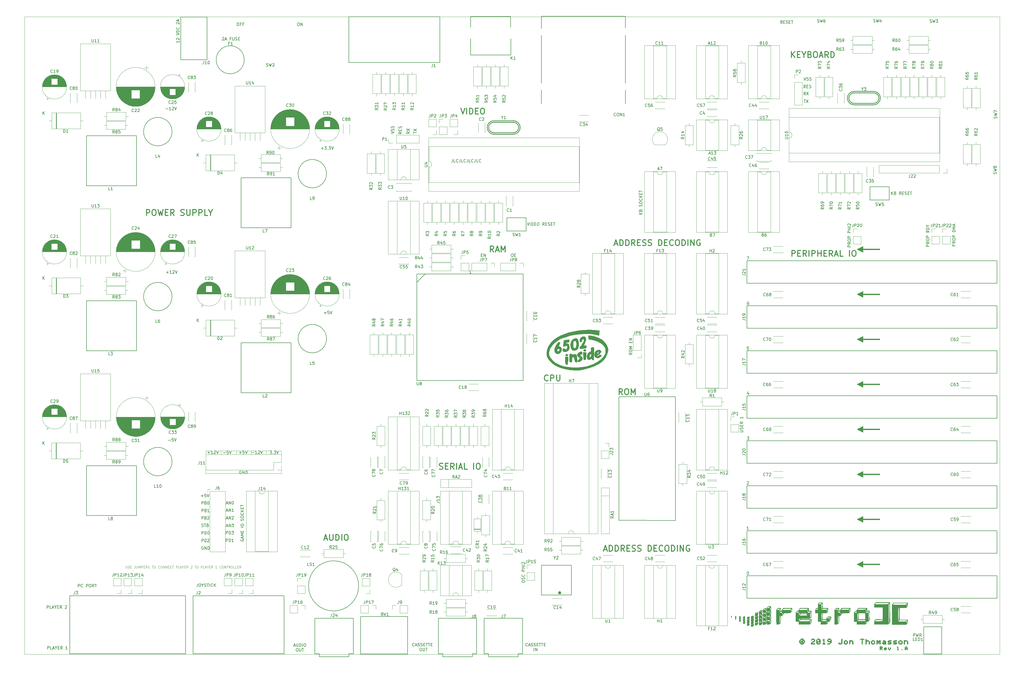
<source format=gbr>
%TF.GenerationSoftware,KiCad,Pcbnew,(5.1.2)-1*%
%TF.CreationDate,2019-08-06T07:58:06-07:00*%
%TF.ProjectId,retroii,72657472-6f69-4692-9e6b-696361645f70,rev?*%
%TF.SameCoordinates,Original*%
%TF.FileFunction,Legend,Top*%
%TF.FilePolarity,Positive*%
%FSLAX46Y46*%
G04 Gerber Fmt 4.6, Leading zero omitted, Abs format (unit mm)*
G04 Created by KiCad (PCBNEW (5.1.2)-1) date 2019-08-06 07:58:06*
%MOMM*%
%LPD*%
G04 APERTURE LIST*
%ADD10C,0.150000*%
%ADD11C,0.100000*%
%ADD12C,0.120000*%
%ADD13C,0.300000*%
%ADD14C,0.050000*%
%ADD15C,0.010000*%
%ADD16C,0.254000*%
G04 APERTURE END LIST*
D10*
X236670952Y-157252380D02*
X236670952Y-157966666D01*
X236623333Y-158109523D01*
X236528095Y-158204761D01*
X236385238Y-158252380D01*
X236290000Y-158252380D01*
X237623333Y-158252380D02*
X237147142Y-158252380D01*
X237147142Y-157252380D01*
X238528095Y-158157142D02*
X238480476Y-158204761D01*
X238337619Y-158252380D01*
X238242380Y-158252380D01*
X238099523Y-158204761D01*
X238004285Y-158109523D01*
X237956666Y-158014285D01*
X237909047Y-157823809D01*
X237909047Y-157680952D01*
X237956666Y-157490476D01*
X238004285Y-157395238D01*
X238099523Y-157300000D01*
X238242380Y-157252380D01*
X238337619Y-157252380D01*
X238480476Y-157300000D01*
X238528095Y-157347619D01*
X239242380Y-157252380D02*
X239242380Y-157966666D01*
X239194761Y-158109523D01*
X239099523Y-158204761D01*
X238956666Y-158252380D01*
X238861428Y-158252380D01*
X240194761Y-158252380D02*
X239718571Y-158252380D01*
X239718571Y-157252380D01*
X241099523Y-158157142D02*
X241051904Y-158204761D01*
X240909047Y-158252380D01*
X240813809Y-158252380D01*
X240670952Y-158204761D01*
X240575714Y-158109523D01*
X240528095Y-158014285D01*
X240480476Y-157823809D01*
X240480476Y-157680952D01*
X240528095Y-157490476D01*
X240575714Y-157395238D01*
X240670952Y-157300000D01*
X240813809Y-157252380D01*
X240909047Y-157252380D01*
X241051904Y-157300000D01*
X241099523Y-157347619D01*
X241813809Y-157252380D02*
X241813809Y-157966666D01*
X241766190Y-158109523D01*
X241670952Y-158204761D01*
X241528095Y-158252380D01*
X241432857Y-158252380D01*
X242766190Y-158252380D02*
X242290000Y-158252380D01*
X242290000Y-157252380D01*
X243670952Y-158157142D02*
X243623333Y-158204761D01*
X243480476Y-158252380D01*
X243385238Y-158252380D01*
X243242380Y-158204761D01*
X243147142Y-158109523D01*
X243099523Y-158014285D01*
X243051904Y-157823809D01*
X243051904Y-157680952D01*
X243099523Y-157490476D01*
X243147142Y-157395238D01*
X243242380Y-157300000D01*
X243385238Y-157252380D01*
X243480476Y-157252380D01*
X243623333Y-157300000D01*
X243670952Y-157347619D01*
X244385238Y-157252380D02*
X244385238Y-157966666D01*
X244337619Y-158109523D01*
X244242380Y-158204761D01*
X244099523Y-158252380D01*
X244004285Y-158252380D01*
X245337619Y-158252380D02*
X244861428Y-158252380D01*
X244861428Y-157252380D01*
X246242380Y-158157142D02*
X246194761Y-158204761D01*
X246051904Y-158252380D01*
X245956666Y-158252380D01*
X245813809Y-158204761D01*
X245718571Y-158109523D01*
X245670952Y-158014285D01*
X245623333Y-157823809D01*
X245623333Y-157680952D01*
X245670952Y-157490476D01*
X245718571Y-157395238D01*
X245813809Y-157300000D01*
X245956666Y-157252380D01*
X246051904Y-157252380D01*
X246194761Y-157300000D01*
X246242380Y-157347619D01*
X336366666Y-190262380D02*
X337033333Y-190262380D01*
X336604761Y-191262380D01*
X336920476Y-205512380D02*
X336730000Y-205512380D01*
X336634761Y-205560000D01*
X336587142Y-205607619D01*
X336491904Y-205750476D01*
X336444285Y-205940952D01*
X336444285Y-206321904D01*
X336491904Y-206417142D01*
X336539523Y-206464761D01*
X336634761Y-206512380D01*
X336825238Y-206512380D01*
X336920476Y-206464761D01*
X336968095Y-206417142D01*
X337015714Y-206321904D01*
X337015714Y-206083809D01*
X336968095Y-205988571D01*
X336920476Y-205940952D01*
X336825238Y-205893333D01*
X336634761Y-205893333D01*
X336539523Y-205940952D01*
X336491904Y-205988571D01*
X336444285Y-206083809D01*
X336888095Y-220762380D02*
X336411904Y-220762380D01*
X336364285Y-221238571D01*
X336411904Y-221190952D01*
X336507142Y-221143333D01*
X336745238Y-221143333D01*
X336840476Y-221190952D01*
X336888095Y-221238571D01*
X336935714Y-221333809D01*
X336935714Y-221571904D01*
X336888095Y-221667142D01*
X336840476Y-221714761D01*
X336745238Y-221762380D01*
X336507142Y-221762380D01*
X336411904Y-221714761D01*
X336364285Y-221667142D01*
X336920476Y-236305714D02*
X336920476Y-236972380D01*
X336682380Y-235924761D02*
X336444285Y-236639047D01*
X337063333Y-236639047D01*
X336426666Y-251242380D02*
X337045714Y-251242380D01*
X336712380Y-251623333D01*
X336855238Y-251623333D01*
X336950476Y-251670952D01*
X336998095Y-251718571D01*
X337045714Y-251813809D01*
X337045714Y-252051904D01*
X336998095Y-252147142D01*
X336950476Y-252194761D01*
X336855238Y-252242380D01*
X336569523Y-252242380D01*
X336474285Y-252194761D01*
X336426666Y-252147142D01*
X336354285Y-266467619D02*
X336401904Y-266420000D01*
X336497142Y-266372380D01*
X336735238Y-266372380D01*
X336830476Y-266420000D01*
X336878095Y-266467619D01*
X336925714Y-266562857D01*
X336925714Y-266658095D01*
X336878095Y-266800952D01*
X336306666Y-267372380D01*
X336925714Y-267372380D01*
X336915714Y-282642380D02*
X336344285Y-282642380D01*
X336630000Y-282642380D02*
X336630000Y-281642380D01*
X336534761Y-281785238D01*
X336439523Y-281880476D01*
X336344285Y-281928095D01*
X336612380Y-296922380D02*
X336707619Y-296922380D01*
X336802857Y-296970000D01*
X336850476Y-297017619D01*
X336898095Y-297112857D01*
X336945714Y-297303333D01*
X336945714Y-297541428D01*
X336898095Y-297731904D01*
X336850476Y-297827142D01*
X336802857Y-297874761D01*
X336707619Y-297922380D01*
X336612380Y-297922380D01*
X336517142Y-297874761D01*
X336469523Y-297827142D01*
X336421904Y-297731904D01*
X336374285Y-297541428D01*
X336374285Y-297303333D01*
X336421904Y-297112857D01*
X336469523Y-297017619D01*
X336517142Y-296970000D01*
X336612380Y-296922380D01*
X385205238Y-169242380D02*
X385205238Y-168242380D01*
X385776666Y-169242380D02*
X385348095Y-168670952D01*
X385776666Y-168242380D02*
X385205238Y-168813809D01*
X386538571Y-168718571D02*
X386681428Y-168766190D01*
X386729047Y-168813809D01*
X386776666Y-168909047D01*
X386776666Y-169051904D01*
X386729047Y-169147142D01*
X386681428Y-169194761D01*
X386586190Y-169242380D01*
X386205238Y-169242380D01*
X386205238Y-168242380D01*
X386538571Y-168242380D01*
X386633809Y-168290000D01*
X386681428Y-168337619D01*
X386729047Y-168432857D01*
X386729047Y-168528095D01*
X386681428Y-168623333D01*
X386633809Y-168670952D01*
X386538571Y-168718571D01*
X386205238Y-168718571D01*
X388538571Y-169242380D02*
X388205238Y-168766190D01*
X387967142Y-169242380D02*
X387967142Y-168242380D01*
X388348095Y-168242380D01*
X388443333Y-168290000D01*
X388490952Y-168337619D01*
X388538571Y-168432857D01*
X388538571Y-168575714D01*
X388490952Y-168670952D01*
X388443333Y-168718571D01*
X388348095Y-168766190D01*
X387967142Y-168766190D01*
X388967142Y-168718571D02*
X389300476Y-168718571D01*
X389443333Y-169242380D02*
X388967142Y-169242380D01*
X388967142Y-168242380D01*
X389443333Y-168242380D01*
X389824285Y-169194761D02*
X389967142Y-169242380D01*
X390205238Y-169242380D01*
X390300476Y-169194761D01*
X390348095Y-169147142D01*
X390395714Y-169051904D01*
X390395714Y-168956666D01*
X390348095Y-168861428D01*
X390300476Y-168813809D01*
X390205238Y-168766190D01*
X390014761Y-168718571D01*
X389919523Y-168670952D01*
X389871904Y-168623333D01*
X389824285Y-168528095D01*
X389824285Y-168432857D01*
X389871904Y-168337619D01*
X389919523Y-168290000D01*
X390014761Y-168242380D01*
X390252857Y-168242380D01*
X390395714Y-168290000D01*
X390824285Y-168718571D02*
X391157619Y-168718571D01*
X391300476Y-169242380D02*
X390824285Y-169242380D01*
X390824285Y-168242380D01*
X391300476Y-168242380D01*
X391586190Y-168242380D02*
X392157619Y-168242380D01*
X391871904Y-169242380D02*
X391871904Y-168242380D01*
X261959523Y-178692380D02*
X262292857Y-179692380D01*
X262626190Y-178692380D01*
X262959523Y-179692380D02*
X262959523Y-178692380D01*
X263435714Y-179692380D02*
X263435714Y-178692380D01*
X263673809Y-178692380D01*
X263816666Y-178740000D01*
X263911904Y-178835238D01*
X263959523Y-178930476D01*
X264007142Y-179120952D01*
X264007142Y-179263809D01*
X263959523Y-179454285D01*
X263911904Y-179549523D01*
X263816666Y-179644761D01*
X263673809Y-179692380D01*
X263435714Y-179692380D01*
X264435714Y-179168571D02*
X264769047Y-179168571D01*
X264911904Y-179692380D02*
X264435714Y-179692380D01*
X264435714Y-178692380D01*
X264911904Y-178692380D01*
X265530952Y-178692380D02*
X265721428Y-178692380D01*
X265816666Y-178740000D01*
X265911904Y-178835238D01*
X265959523Y-179025714D01*
X265959523Y-179359047D01*
X265911904Y-179549523D01*
X265816666Y-179644761D01*
X265721428Y-179692380D01*
X265530952Y-179692380D01*
X265435714Y-179644761D01*
X265340476Y-179549523D01*
X265292857Y-179359047D01*
X265292857Y-179025714D01*
X265340476Y-178835238D01*
X265435714Y-178740000D01*
X265530952Y-178692380D01*
X267721428Y-179692380D02*
X267388095Y-179216190D01*
X267150000Y-179692380D02*
X267150000Y-178692380D01*
X267530952Y-178692380D01*
X267626190Y-178740000D01*
X267673809Y-178787619D01*
X267721428Y-178882857D01*
X267721428Y-179025714D01*
X267673809Y-179120952D01*
X267626190Y-179168571D01*
X267530952Y-179216190D01*
X267150000Y-179216190D01*
X268150000Y-179168571D02*
X268483333Y-179168571D01*
X268626190Y-179692380D02*
X268150000Y-179692380D01*
X268150000Y-178692380D01*
X268626190Y-178692380D01*
X269007142Y-179644761D02*
X269150000Y-179692380D01*
X269388095Y-179692380D01*
X269483333Y-179644761D01*
X269530952Y-179597142D01*
X269578571Y-179501904D01*
X269578571Y-179406666D01*
X269530952Y-179311428D01*
X269483333Y-179263809D01*
X269388095Y-179216190D01*
X269197619Y-179168571D01*
X269102380Y-179120952D01*
X269054761Y-179073333D01*
X269007142Y-178978095D01*
X269007142Y-178882857D01*
X269054761Y-178787619D01*
X269102380Y-178740000D01*
X269197619Y-178692380D01*
X269435714Y-178692380D01*
X269578571Y-178740000D01*
X270007142Y-179168571D02*
X270340476Y-179168571D01*
X270483333Y-179692380D02*
X270007142Y-179692380D01*
X270007142Y-178692380D01*
X270483333Y-178692380D01*
X270769047Y-178692380D02*
X271340476Y-178692380D01*
X271054761Y-179692380D02*
X271054761Y-178692380D01*
X223502380Y-148501904D02*
X223502380Y-147930476D01*
X224502380Y-148216190D02*
X223502380Y-148216190D01*
X223502380Y-147692380D02*
X224502380Y-147025714D01*
X223502380Y-147025714D02*
X224502380Y-147692380D01*
X222092380Y-147936666D02*
X221616190Y-148270000D01*
X222092380Y-148508095D02*
X221092380Y-148508095D01*
X221092380Y-148127142D01*
X221140000Y-148031904D01*
X221187619Y-147984285D01*
X221282857Y-147936666D01*
X221425714Y-147936666D01*
X221520952Y-147984285D01*
X221568571Y-148031904D01*
X221616190Y-148127142D01*
X221616190Y-148508095D01*
X221092380Y-147603333D02*
X222092380Y-146936666D01*
X221092380Y-146936666D02*
X222092380Y-147603333D01*
X219392380Y-147999047D02*
X218916190Y-148332380D01*
X219392380Y-148570476D02*
X218392380Y-148570476D01*
X218392380Y-148189523D01*
X218440000Y-148094285D01*
X218487619Y-148046666D01*
X218582857Y-147999047D01*
X218725714Y-147999047D01*
X218820952Y-148046666D01*
X218868571Y-148094285D01*
X218916190Y-148189523D01*
X218916190Y-148570476D01*
X218868571Y-147570476D02*
X218868571Y-147237142D01*
X219392380Y-147094285D02*
X219392380Y-147570476D01*
X218392380Y-147570476D01*
X218392380Y-147094285D01*
X219344761Y-146713333D02*
X219392380Y-146570476D01*
X219392380Y-146332380D01*
X219344761Y-146237142D01*
X219297142Y-146189523D01*
X219201904Y-146141904D01*
X219106666Y-146141904D01*
X219011428Y-146189523D01*
X218963809Y-146237142D01*
X218916190Y-146332380D01*
X218868571Y-146522857D01*
X218820952Y-146618095D01*
X218773333Y-146665714D01*
X218678095Y-146713333D01*
X218582857Y-146713333D01*
X218487619Y-146665714D01*
X218440000Y-146618095D01*
X218392380Y-146522857D01*
X218392380Y-146284761D01*
X218440000Y-146141904D01*
X215852380Y-148535714D02*
X216852380Y-148202380D01*
X215852380Y-147869047D01*
X216804761Y-147583333D02*
X216852380Y-147440476D01*
X216852380Y-147202380D01*
X216804761Y-147107142D01*
X216757142Y-147059523D01*
X216661904Y-147011904D01*
X216566666Y-147011904D01*
X216471428Y-147059523D01*
X216423809Y-147107142D01*
X216376190Y-147202380D01*
X216328571Y-147392857D01*
X216280952Y-147488095D01*
X216233333Y-147535714D01*
X216138095Y-147583333D01*
X216042857Y-147583333D01*
X215947619Y-147535714D01*
X215900000Y-147488095D01*
X215852380Y-147392857D01*
X215852380Y-147154761D01*
X215900000Y-147011904D01*
X216804761Y-146630952D02*
X216852380Y-146488095D01*
X216852380Y-146250000D01*
X216804761Y-146154761D01*
X216757142Y-146107142D01*
X216661904Y-146059523D01*
X216566666Y-146059523D01*
X216471428Y-146107142D01*
X216423809Y-146154761D01*
X216376190Y-146250000D01*
X216328571Y-146440476D01*
X216280952Y-146535714D01*
X216233333Y-146583333D01*
X216138095Y-146630952D01*
X216042857Y-146630952D01*
X215947619Y-146583333D01*
X215900000Y-146535714D01*
X215852380Y-146440476D01*
X215852380Y-146202380D01*
X215900000Y-146059523D01*
X355618095Y-137122380D02*
X356189523Y-137122380D01*
X355903809Y-138122380D02*
X355903809Y-137122380D01*
X356427619Y-137122380D02*
X357094285Y-138122380D01*
X357094285Y-137122380D02*
X356427619Y-138122380D01*
X356173333Y-135482380D02*
X355840000Y-135006190D01*
X355601904Y-135482380D02*
X355601904Y-134482380D01*
X355982857Y-134482380D01*
X356078095Y-134530000D01*
X356125714Y-134577619D01*
X356173333Y-134672857D01*
X356173333Y-134815714D01*
X356125714Y-134910952D01*
X356078095Y-134958571D01*
X355982857Y-135006190D01*
X355601904Y-135006190D01*
X356506666Y-134482380D02*
X357173333Y-135482380D01*
X357173333Y-134482380D02*
X356506666Y-135482380D01*
X356180952Y-133072380D02*
X355847619Y-132596190D01*
X355609523Y-133072380D02*
X355609523Y-132072380D01*
X355990476Y-132072380D01*
X356085714Y-132120000D01*
X356133333Y-132167619D01*
X356180952Y-132262857D01*
X356180952Y-132405714D01*
X356133333Y-132500952D01*
X356085714Y-132548571D01*
X355990476Y-132596190D01*
X355609523Y-132596190D01*
X356609523Y-132548571D02*
X356942857Y-132548571D01*
X357085714Y-133072380D02*
X356609523Y-133072380D01*
X356609523Y-132072380D01*
X357085714Y-132072380D01*
X357466666Y-133024761D02*
X357609523Y-133072380D01*
X357847619Y-133072380D01*
X357942857Y-133024761D01*
X357990476Y-132977142D01*
X358038095Y-132881904D01*
X358038095Y-132786666D01*
X357990476Y-132691428D01*
X357942857Y-132643809D01*
X357847619Y-132596190D01*
X357657142Y-132548571D01*
X357561904Y-132500952D01*
X357514285Y-132453333D01*
X357466666Y-132358095D01*
X357466666Y-132262857D01*
X357514285Y-132167619D01*
X357561904Y-132120000D01*
X357657142Y-132072380D01*
X357895238Y-132072380D01*
X358038095Y-132120000D01*
X355654285Y-129532380D02*
X355987619Y-130532380D01*
X356320952Y-129532380D01*
X356606666Y-130484761D02*
X356749523Y-130532380D01*
X356987619Y-130532380D01*
X357082857Y-130484761D01*
X357130476Y-130437142D01*
X357178095Y-130341904D01*
X357178095Y-130246666D01*
X357130476Y-130151428D01*
X357082857Y-130103809D01*
X356987619Y-130056190D01*
X356797142Y-130008571D01*
X356701904Y-129960952D01*
X356654285Y-129913333D01*
X356606666Y-129818095D01*
X356606666Y-129722857D01*
X356654285Y-129627619D01*
X356701904Y-129580000D01*
X356797142Y-129532380D01*
X357035238Y-129532380D01*
X357178095Y-129580000D01*
X357559047Y-130484761D02*
X357701904Y-130532380D01*
X357940000Y-130532380D01*
X358035238Y-130484761D01*
X358082857Y-130437142D01*
X358130476Y-130341904D01*
X358130476Y-130246666D01*
X358082857Y-130151428D01*
X358035238Y-130103809D01*
X357940000Y-130056190D01*
X357749523Y-130008571D01*
X357654285Y-129960952D01*
X357606666Y-129913333D01*
X357559047Y-129818095D01*
X357559047Y-129722857D01*
X357606666Y-129627619D01*
X357654285Y-129580000D01*
X357749523Y-129532380D01*
X357987619Y-129532380D01*
X358130476Y-129580000D01*
X297472380Y-222772857D02*
X296996190Y-223106190D01*
X297472380Y-223344285D02*
X296472380Y-223344285D01*
X296472380Y-222963333D01*
X296520000Y-222868095D01*
X296567619Y-222820476D01*
X296662857Y-222772857D01*
X296805714Y-222772857D01*
X296900952Y-222820476D01*
X296948571Y-222868095D01*
X296996190Y-222963333D01*
X296996190Y-223344285D01*
X296472380Y-222153809D02*
X296472380Y-221963333D01*
X296520000Y-221868095D01*
X296615238Y-221772857D01*
X296805714Y-221725238D01*
X297139047Y-221725238D01*
X297329523Y-221772857D01*
X297424761Y-221868095D01*
X297472380Y-221963333D01*
X297472380Y-222153809D01*
X297424761Y-222249047D01*
X297329523Y-222344285D01*
X297139047Y-222391904D01*
X296805714Y-222391904D01*
X296615238Y-222344285D01*
X296520000Y-222249047D01*
X296472380Y-222153809D01*
X297472380Y-221296666D02*
X296472380Y-221296666D01*
X297186666Y-220963333D01*
X296472380Y-220630000D01*
X297472380Y-220630000D01*
X296948571Y-219391904D02*
X296948571Y-219058571D01*
X297472380Y-218915714D02*
X297472380Y-219391904D01*
X296472380Y-219391904D01*
X296472380Y-218915714D01*
X297472380Y-218487142D02*
X296472380Y-218487142D01*
X297472380Y-217915714D01*
X296472380Y-217915714D01*
X193154285Y-209261428D02*
X193916190Y-209261428D01*
X193535238Y-209642380D02*
X193535238Y-208880476D01*
X194868571Y-208642380D02*
X194392380Y-208642380D01*
X194344761Y-209118571D01*
X194392380Y-209070952D01*
X194487619Y-209023333D01*
X194725714Y-209023333D01*
X194820952Y-209070952D01*
X194868571Y-209118571D01*
X194916190Y-209213809D01*
X194916190Y-209451904D01*
X194868571Y-209547142D01*
X194820952Y-209594761D01*
X194725714Y-209642380D01*
X194487619Y-209642380D01*
X194392380Y-209594761D01*
X194344761Y-209547142D01*
X195201904Y-208642380D02*
X195535238Y-209642380D01*
X195868571Y-208642380D01*
X140454285Y-252381428D02*
X141216190Y-252381428D01*
X142168571Y-251762380D02*
X141692380Y-251762380D01*
X141644761Y-252238571D01*
X141692380Y-252190952D01*
X141787619Y-252143333D01*
X142025714Y-252143333D01*
X142120952Y-252190952D01*
X142168571Y-252238571D01*
X142216190Y-252333809D01*
X142216190Y-252571904D01*
X142168571Y-252667142D01*
X142120952Y-252714761D01*
X142025714Y-252762380D01*
X141787619Y-252762380D01*
X141692380Y-252714761D01*
X141644761Y-252667142D01*
X142501904Y-251762380D02*
X142835238Y-252762380D01*
X143168571Y-251762380D01*
X139758095Y-195521428D02*
X140520000Y-195521428D01*
X140139047Y-195902380D02*
X140139047Y-195140476D01*
X141520000Y-195902380D02*
X140948571Y-195902380D01*
X141234285Y-195902380D02*
X141234285Y-194902380D01*
X141139047Y-195045238D01*
X141043809Y-195140476D01*
X140948571Y-195188095D01*
X141900952Y-194997619D02*
X141948571Y-194950000D01*
X142043809Y-194902380D01*
X142281904Y-194902380D01*
X142377142Y-194950000D01*
X142424761Y-194997619D01*
X142472380Y-195092857D01*
X142472380Y-195188095D01*
X142424761Y-195330952D01*
X141853333Y-195902380D01*
X142472380Y-195902380D01*
X142758095Y-194902380D02*
X143091428Y-195902380D01*
X143424761Y-194902380D01*
X139558095Y-140181428D02*
X140320000Y-140181428D01*
X141320000Y-140562380D02*
X140748571Y-140562380D01*
X141034285Y-140562380D02*
X141034285Y-139562380D01*
X140939047Y-139705238D01*
X140843809Y-139800476D01*
X140748571Y-139848095D01*
X141700952Y-139657619D02*
X141748571Y-139610000D01*
X141843809Y-139562380D01*
X142081904Y-139562380D01*
X142177142Y-139610000D01*
X142224761Y-139657619D01*
X142272380Y-139752857D01*
X142272380Y-139848095D01*
X142224761Y-139990952D01*
X141653333Y-140562380D01*
X142272380Y-140562380D01*
X142558095Y-139562380D02*
X142891428Y-140562380D01*
X143224761Y-139562380D01*
X192200000Y-153551428D02*
X192961904Y-153551428D01*
X192580952Y-153932380D02*
X192580952Y-153170476D01*
X193342857Y-152932380D02*
X193961904Y-152932380D01*
X193628571Y-153313333D01*
X193771428Y-153313333D01*
X193866666Y-153360952D01*
X193914285Y-153408571D01*
X193961904Y-153503809D01*
X193961904Y-153741904D01*
X193914285Y-153837142D01*
X193866666Y-153884761D01*
X193771428Y-153932380D01*
X193485714Y-153932380D01*
X193390476Y-153884761D01*
X193342857Y-153837142D01*
X194390476Y-153837142D02*
X194438095Y-153884761D01*
X194390476Y-153932380D01*
X194342857Y-153884761D01*
X194390476Y-153837142D01*
X194390476Y-153932380D01*
X194771428Y-152932380D02*
X195390476Y-152932380D01*
X195057142Y-153313333D01*
X195200000Y-153313333D01*
X195295238Y-153360952D01*
X195342857Y-153408571D01*
X195390476Y-153503809D01*
X195390476Y-153741904D01*
X195342857Y-153837142D01*
X195295238Y-153884761D01*
X195200000Y-153932380D01*
X194914285Y-153932380D01*
X194819047Y-153884761D01*
X194771428Y-153837142D01*
X195676190Y-152932380D02*
X196009523Y-153932380D01*
X196342857Y-152932380D01*
D11*
X125984285Y-294951904D02*
X125984285Y-295599523D01*
X126022380Y-295675714D01*
X126060476Y-295713809D01*
X126136666Y-295751904D01*
X126289047Y-295751904D01*
X126365238Y-295713809D01*
X126403333Y-295675714D01*
X126441428Y-295599523D01*
X126441428Y-294951904D01*
X126784285Y-295713809D02*
X126898571Y-295751904D01*
X127089047Y-295751904D01*
X127165238Y-295713809D01*
X127203333Y-295675714D01*
X127241428Y-295599523D01*
X127241428Y-295523333D01*
X127203333Y-295447142D01*
X127165238Y-295409047D01*
X127089047Y-295370952D01*
X126936666Y-295332857D01*
X126860476Y-295294761D01*
X126822380Y-295256666D01*
X126784285Y-295180476D01*
X126784285Y-295104285D01*
X126822380Y-295028095D01*
X126860476Y-294990000D01*
X126936666Y-294951904D01*
X127127142Y-294951904D01*
X127241428Y-294990000D01*
X127584285Y-295332857D02*
X127850952Y-295332857D01*
X127965238Y-295751904D02*
X127584285Y-295751904D01*
X127584285Y-294951904D01*
X127965238Y-294951904D01*
X129146190Y-294951904D02*
X129146190Y-295523333D01*
X129108095Y-295637619D01*
X129031904Y-295713809D01*
X128917619Y-295751904D01*
X128841428Y-295751904D01*
X129527142Y-294951904D02*
X129527142Y-295599523D01*
X129565238Y-295675714D01*
X129603333Y-295713809D01*
X129679523Y-295751904D01*
X129831904Y-295751904D01*
X129908095Y-295713809D01*
X129946190Y-295675714D01*
X129984285Y-295599523D01*
X129984285Y-294951904D01*
X130365238Y-295751904D02*
X130365238Y-294951904D01*
X130631904Y-295523333D01*
X130898571Y-294951904D01*
X130898571Y-295751904D01*
X131279523Y-295751904D02*
X131279523Y-294951904D01*
X131584285Y-294951904D01*
X131660476Y-294990000D01*
X131698571Y-295028095D01*
X131736666Y-295104285D01*
X131736666Y-295218571D01*
X131698571Y-295294761D01*
X131660476Y-295332857D01*
X131584285Y-295370952D01*
X131279523Y-295370952D01*
X132079523Y-295332857D02*
X132346190Y-295332857D01*
X132460476Y-295751904D02*
X132079523Y-295751904D01*
X132079523Y-294951904D01*
X132460476Y-294951904D01*
X133260476Y-295751904D02*
X132993809Y-295370952D01*
X132803333Y-295751904D02*
X132803333Y-294951904D01*
X133108095Y-294951904D01*
X133184285Y-294990000D01*
X133222380Y-295028095D01*
X133260476Y-295104285D01*
X133260476Y-295218571D01*
X133222380Y-295294761D01*
X133184285Y-295332857D01*
X133108095Y-295370952D01*
X132803333Y-295370952D01*
X133565238Y-295713809D02*
X133679523Y-295751904D01*
X133870000Y-295751904D01*
X133946190Y-295713809D01*
X133984285Y-295675714D01*
X134022380Y-295599523D01*
X134022380Y-295523333D01*
X133984285Y-295447142D01*
X133946190Y-295409047D01*
X133870000Y-295370952D01*
X133717619Y-295332857D01*
X133641428Y-295294761D01*
X133603333Y-295256666D01*
X133565238Y-295180476D01*
X133565238Y-295104285D01*
X133603333Y-295028095D01*
X133641428Y-294990000D01*
X133717619Y-294951904D01*
X133908095Y-294951904D01*
X134022380Y-294990000D01*
X134860476Y-294951904D02*
X135317619Y-294951904D01*
X135089047Y-295751904D02*
X135089047Y-294951904D01*
X135736666Y-294951904D02*
X135889047Y-294951904D01*
X135965238Y-294990000D01*
X136041428Y-295066190D01*
X136079523Y-295218571D01*
X136079523Y-295485238D01*
X136041428Y-295637619D01*
X135965238Y-295713809D01*
X135889047Y-295751904D01*
X135736666Y-295751904D01*
X135660476Y-295713809D01*
X135584285Y-295637619D01*
X135546190Y-295485238D01*
X135546190Y-295218571D01*
X135584285Y-295066190D01*
X135660476Y-294990000D01*
X135736666Y-294951904D01*
X137489047Y-295675714D02*
X137450952Y-295713809D01*
X137336666Y-295751904D01*
X137260476Y-295751904D01*
X137146190Y-295713809D01*
X137070000Y-295637619D01*
X137031904Y-295561428D01*
X136993809Y-295409047D01*
X136993809Y-295294761D01*
X137031904Y-295142380D01*
X137070000Y-295066190D01*
X137146190Y-294990000D01*
X137260476Y-294951904D01*
X137336666Y-294951904D01*
X137450952Y-294990000D01*
X137489047Y-295028095D01*
X137984285Y-294951904D02*
X138136666Y-294951904D01*
X138212857Y-294990000D01*
X138289047Y-295066190D01*
X138327142Y-295218571D01*
X138327142Y-295485238D01*
X138289047Y-295637619D01*
X138212857Y-295713809D01*
X138136666Y-295751904D01*
X137984285Y-295751904D01*
X137908095Y-295713809D01*
X137831904Y-295637619D01*
X137793809Y-295485238D01*
X137793809Y-295218571D01*
X137831904Y-295066190D01*
X137908095Y-294990000D01*
X137984285Y-294951904D01*
X138670000Y-295751904D02*
X138670000Y-294951904D01*
X139127142Y-295751904D01*
X139127142Y-294951904D01*
X139508095Y-295751904D02*
X139508095Y-294951904D01*
X139965238Y-295751904D01*
X139965238Y-294951904D01*
X140346190Y-295332857D02*
X140612857Y-295332857D01*
X140727142Y-295751904D02*
X140346190Y-295751904D01*
X140346190Y-294951904D01*
X140727142Y-294951904D01*
X141527142Y-295675714D02*
X141489047Y-295713809D01*
X141374761Y-295751904D01*
X141298571Y-295751904D01*
X141184285Y-295713809D01*
X141108095Y-295637619D01*
X141070000Y-295561428D01*
X141031904Y-295409047D01*
X141031904Y-295294761D01*
X141070000Y-295142380D01*
X141108095Y-295066190D01*
X141184285Y-294990000D01*
X141298571Y-294951904D01*
X141374761Y-294951904D01*
X141489047Y-294990000D01*
X141527142Y-295028095D01*
X141755714Y-294951904D02*
X142212857Y-294951904D01*
X141984285Y-295751904D02*
X141984285Y-294951904D01*
X143089047Y-295751904D02*
X143089047Y-294951904D01*
X143393809Y-294951904D01*
X143470000Y-294990000D01*
X143508095Y-295028095D01*
X143546190Y-295104285D01*
X143546190Y-295218571D01*
X143508095Y-295294761D01*
X143470000Y-295332857D01*
X143393809Y-295370952D01*
X143089047Y-295370952D01*
X144270000Y-295751904D02*
X143889047Y-295751904D01*
X143889047Y-294951904D01*
X144498571Y-295523333D02*
X144879523Y-295523333D01*
X144422380Y-295751904D02*
X144689047Y-294951904D01*
X144955714Y-295751904D01*
X145374761Y-295370952D02*
X145374761Y-295751904D01*
X145108095Y-294951904D02*
X145374761Y-295370952D01*
X145641428Y-294951904D01*
X145908095Y-295332857D02*
X146174761Y-295332857D01*
X146289047Y-295751904D02*
X145908095Y-295751904D01*
X145908095Y-294951904D01*
X146289047Y-294951904D01*
X147089047Y-295751904D02*
X146822380Y-295370952D01*
X146631904Y-295751904D02*
X146631904Y-294951904D01*
X146936666Y-294951904D01*
X147012857Y-294990000D01*
X147050952Y-295028095D01*
X147089047Y-295104285D01*
X147089047Y-295218571D01*
X147050952Y-295294761D01*
X147012857Y-295332857D01*
X146936666Y-295370952D01*
X146631904Y-295370952D01*
X148003333Y-295028095D02*
X148041428Y-294990000D01*
X148117619Y-294951904D01*
X148308095Y-294951904D01*
X148384285Y-294990000D01*
X148422380Y-295028095D01*
X148460476Y-295104285D01*
X148460476Y-295180476D01*
X148422380Y-295294761D01*
X147965238Y-295751904D01*
X148460476Y-295751904D01*
X149298571Y-294951904D02*
X149755714Y-294951904D01*
X149527142Y-295751904D02*
X149527142Y-294951904D01*
X150174761Y-294951904D02*
X150327142Y-294951904D01*
X150403333Y-294990000D01*
X150479523Y-295066190D01*
X150517619Y-295218571D01*
X150517619Y-295485238D01*
X150479523Y-295637619D01*
X150403333Y-295713809D01*
X150327142Y-295751904D01*
X150174761Y-295751904D01*
X150098571Y-295713809D01*
X150022380Y-295637619D01*
X149984285Y-295485238D01*
X149984285Y-295218571D01*
X150022380Y-295066190D01*
X150098571Y-294990000D01*
X150174761Y-294951904D01*
X151470000Y-295751904D02*
X151470000Y-294951904D01*
X151774761Y-294951904D01*
X151850952Y-294990000D01*
X151889047Y-295028095D01*
X151927142Y-295104285D01*
X151927142Y-295218571D01*
X151889047Y-295294761D01*
X151850952Y-295332857D01*
X151774761Y-295370952D01*
X151470000Y-295370952D01*
X152650952Y-295751904D02*
X152270000Y-295751904D01*
X152270000Y-294951904D01*
X152879523Y-295523333D02*
X153260476Y-295523333D01*
X152803333Y-295751904D02*
X153070000Y-294951904D01*
X153336666Y-295751904D01*
X153755714Y-295370952D02*
X153755714Y-295751904D01*
X153489047Y-294951904D02*
X153755714Y-295370952D01*
X154022380Y-294951904D01*
X154289047Y-295332857D02*
X154555714Y-295332857D01*
X154670000Y-295751904D02*
X154289047Y-295751904D01*
X154289047Y-294951904D01*
X154670000Y-294951904D01*
X155470000Y-295751904D02*
X155203333Y-295370952D01*
X155012857Y-295751904D02*
X155012857Y-294951904D01*
X155317619Y-294951904D01*
X155393809Y-294990000D01*
X155431904Y-295028095D01*
X155470000Y-295104285D01*
X155470000Y-295218571D01*
X155431904Y-295294761D01*
X155393809Y-295332857D01*
X155317619Y-295370952D01*
X155012857Y-295370952D01*
X156841428Y-295751904D02*
X156384285Y-295751904D01*
X156612857Y-295751904D02*
X156612857Y-294951904D01*
X156536666Y-295066190D01*
X156460476Y-295142380D01*
X156384285Y-295180476D01*
X158250952Y-295675714D02*
X158212857Y-295713809D01*
X158098571Y-295751904D01*
X158022380Y-295751904D01*
X157908095Y-295713809D01*
X157831904Y-295637619D01*
X157793809Y-295561428D01*
X157755714Y-295409047D01*
X157755714Y-295294761D01*
X157793809Y-295142380D01*
X157831904Y-295066190D01*
X157908095Y-294990000D01*
X158022380Y-294951904D01*
X158098571Y-294951904D01*
X158212857Y-294990000D01*
X158250952Y-295028095D01*
X158746190Y-294951904D02*
X158898571Y-294951904D01*
X158974761Y-294990000D01*
X159050952Y-295066190D01*
X159089047Y-295218571D01*
X159089047Y-295485238D01*
X159050952Y-295637619D01*
X158974761Y-295713809D01*
X158898571Y-295751904D01*
X158746190Y-295751904D01*
X158670000Y-295713809D01*
X158593809Y-295637619D01*
X158555714Y-295485238D01*
X158555714Y-295218571D01*
X158593809Y-295066190D01*
X158670000Y-294990000D01*
X158746190Y-294951904D01*
X159431904Y-295751904D02*
X159431904Y-294951904D01*
X159889047Y-295751904D01*
X159889047Y-294951904D01*
X160155714Y-294951904D02*
X160612857Y-294951904D01*
X160384285Y-295751904D02*
X160384285Y-294951904D01*
X161336666Y-295751904D02*
X161070000Y-295370952D01*
X160879523Y-295751904D02*
X160879523Y-294951904D01*
X161184285Y-294951904D01*
X161260476Y-294990000D01*
X161298571Y-295028095D01*
X161336666Y-295104285D01*
X161336666Y-295218571D01*
X161298571Y-295294761D01*
X161260476Y-295332857D01*
X161184285Y-295370952D01*
X160879523Y-295370952D01*
X161831904Y-294951904D02*
X161984285Y-294951904D01*
X162060476Y-294990000D01*
X162136666Y-295066190D01*
X162174761Y-295218571D01*
X162174761Y-295485238D01*
X162136666Y-295637619D01*
X162060476Y-295713809D01*
X161984285Y-295751904D01*
X161831904Y-295751904D01*
X161755714Y-295713809D01*
X161679523Y-295637619D01*
X161641428Y-295485238D01*
X161641428Y-295218571D01*
X161679523Y-295066190D01*
X161755714Y-294990000D01*
X161831904Y-294951904D01*
X162898571Y-295751904D02*
X162517619Y-295751904D01*
X162517619Y-294951904D01*
X163546190Y-295751904D02*
X163165238Y-295751904D01*
X163165238Y-294951904D01*
X163812857Y-295332857D02*
X164079523Y-295332857D01*
X164193809Y-295751904D02*
X163812857Y-295751904D01*
X163812857Y-294951904D01*
X164193809Y-294951904D01*
X164993809Y-295751904D02*
X164727142Y-295370952D01*
X164536666Y-295751904D02*
X164536666Y-294951904D01*
X164841428Y-294951904D01*
X164917619Y-294990000D01*
X164955714Y-295028095D01*
X164993809Y-295104285D01*
X164993809Y-295218571D01*
X164955714Y-295294761D01*
X164917619Y-295332857D01*
X164841428Y-295370952D01*
X164536666Y-295370952D01*
D10*
X260112380Y-300320476D02*
X260112380Y-300130000D01*
X260160000Y-300034761D01*
X260255238Y-299939523D01*
X260445714Y-299891904D01*
X260779047Y-299891904D01*
X260969523Y-299939523D01*
X261064761Y-300034761D01*
X261112380Y-300130000D01*
X261112380Y-300320476D01*
X261064761Y-300415714D01*
X260969523Y-300510952D01*
X260779047Y-300558571D01*
X260445714Y-300558571D01*
X260255238Y-300510952D01*
X260160000Y-300415714D01*
X260112380Y-300320476D01*
X261064761Y-299510952D02*
X261112380Y-299368095D01*
X261112380Y-299130000D01*
X261064761Y-299034761D01*
X261017142Y-298987142D01*
X260921904Y-298939523D01*
X260826666Y-298939523D01*
X260731428Y-298987142D01*
X260683809Y-299034761D01*
X260636190Y-299130000D01*
X260588571Y-299320476D01*
X260540952Y-299415714D01*
X260493333Y-299463333D01*
X260398095Y-299510952D01*
X260302857Y-299510952D01*
X260207619Y-299463333D01*
X260160000Y-299415714D01*
X260112380Y-299320476D01*
X260112380Y-299082380D01*
X260160000Y-298939523D01*
X261017142Y-297939523D02*
X261064761Y-297987142D01*
X261112380Y-298130000D01*
X261112380Y-298225238D01*
X261064761Y-298368095D01*
X260969523Y-298463333D01*
X260874285Y-298510952D01*
X260683809Y-298558571D01*
X260540952Y-298558571D01*
X260350476Y-298510952D01*
X260255238Y-298463333D01*
X260160000Y-298368095D01*
X260112380Y-298225238D01*
X260112380Y-298130000D01*
X260160000Y-297987142D01*
X260207619Y-297939523D01*
X261112380Y-296749047D02*
X260112380Y-296749047D01*
X260112380Y-296368095D01*
X260160000Y-296272857D01*
X260207619Y-296225238D01*
X260302857Y-296177619D01*
X260445714Y-296177619D01*
X260540952Y-296225238D01*
X260588571Y-296272857D01*
X260636190Y-296368095D01*
X260636190Y-296749047D01*
X261112380Y-295749047D02*
X260112380Y-295749047D01*
X260588571Y-295749047D02*
X260588571Y-295177619D01*
X261112380Y-295177619D02*
X260112380Y-295177619D01*
X261112380Y-294701428D02*
X260112380Y-294701428D01*
X260207619Y-294272857D02*
X260160000Y-294225238D01*
X260112380Y-294130000D01*
X260112380Y-293891904D01*
X260160000Y-293796666D01*
X260207619Y-293749047D01*
X260302857Y-293701428D01*
X260398095Y-293701428D01*
X260540952Y-293749047D01*
X261112380Y-294320476D01*
X261112380Y-293701428D01*
X334022380Y-249641428D02*
X334831904Y-249641428D01*
X334927142Y-249593809D01*
X334974761Y-249546190D01*
X335022380Y-249450952D01*
X335022380Y-249260476D01*
X334974761Y-249165238D01*
X334927142Y-249117619D01*
X334831904Y-249070000D01*
X334022380Y-249070000D01*
X334974761Y-248641428D02*
X335022380Y-248498571D01*
X335022380Y-248260476D01*
X334974761Y-248165238D01*
X334927142Y-248117619D01*
X334831904Y-248070000D01*
X334736666Y-248070000D01*
X334641428Y-248117619D01*
X334593809Y-248165238D01*
X334546190Y-248260476D01*
X334498571Y-248450952D01*
X334450952Y-248546190D01*
X334403333Y-248593809D01*
X334308095Y-248641428D01*
X334212857Y-248641428D01*
X334117619Y-248593809D01*
X334070000Y-248546190D01*
X334022380Y-248450952D01*
X334022380Y-248212857D01*
X334070000Y-248070000D01*
X334498571Y-247641428D02*
X334498571Y-247308095D01*
X335022380Y-247165238D02*
X335022380Y-247641428D01*
X334022380Y-247641428D01*
X334022380Y-247165238D01*
X335022380Y-246165238D02*
X334546190Y-246498571D01*
X335022380Y-246736666D02*
X334022380Y-246736666D01*
X334022380Y-246355714D01*
X334070000Y-246260476D01*
X334117619Y-246212857D01*
X334212857Y-246165238D01*
X334355714Y-246165238D01*
X334450952Y-246212857D01*
X334498571Y-246260476D01*
X334546190Y-246355714D01*
X334546190Y-246736666D01*
X335022380Y-244450952D02*
X335022380Y-245022380D01*
X335022380Y-244736666D02*
X334022380Y-244736666D01*
X334165238Y-244831904D01*
X334260476Y-244927142D01*
X334308095Y-245022380D01*
X406892380Y-186646666D02*
X405892380Y-186646666D01*
X405892380Y-186265714D01*
X405940000Y-186170476D01*
X405987619Y-186122857D01*
X406082857Y-186075238D01*
X406225714Y-186075238D01*
X406320952Y-186122857D01*
X406368571Y-186170476D01*
X406416190Y-186265714D01*
X406416190Y-186646666D01*
X406892380Y-185075238D02*
X406416190Y-185408571D01*
X406892380Y-185646666D02*
X405892380Y-185646666D01*
X405892380Y-185265714D01*
X405940000Y-185170476D01*
X405987619Y-185122857D01*
X406082857Y-185075238D01*
X406225714Y-185075238D01*
X406320952Y-185122857D01*
X406368571Y-185170476D01*
X406416190Y-185265714D01*
X406416190Y-185646666D01*
X405892380Y-184456190D02*
X405892380Y-184265714D01*
X405940000Y-184170476D01*
X406035238Y-184075238D01*
X406225714Y-184027619D01*
X406559047Y-184027619D01*
X406749523Y-184075238D01*
X406844761Y-184170476D01*
X406892380Y-184265714D01*
X406892380Y-184456190D01*
X406844761Y-184551428D01*
X406749523Y-184646666D01*
X406559047Y-184694285D01*
X406225714Y-184694285D01*
X406035238Y-184646666D01*
X405940000Y-184551428D01*
X405892380Y-184456190D01*
X406892380Y-183599047D02*
X405892380Y-183599047D01*
X405892380Y-183218095D01*
X405940000Y-183122857D01*
X405987619Y-183075238D01*
X406082857Y-183027619D01*
X406225714Y-183027619D01*
X406320952Y-183075238D01*
X406368571Y-183122857D01*
X406416190Y-183218095D01*
X406416190Y-183599047D01*
X406892380Y-181837142D02*
X405892380Y-181837142D01*
X405892380Y-181599047D01*
X405940000Y-181456190D01*
X406035238Y-181360952D01*
X406130476Y-181313333D01*
X406320952Y-181265714D01*
X406463809Y-181265714D01*
X406654285Y-181313333D01*
X406749523Y-181360952D01*
X406844761Y-181456190D01*
X406892380Y-181599047D01*
X406892380Y-181837142D01*
X406892380Y-180837142D02*
X405892380Y-180837142D01*
X406606666Y-180503809D01*
X405892380Y-180170476D01*
X406892380Y-180170476D01*
X406606666Y-179741904D02*
X406606666Y-179265714D01*
X406892380Y-179837142D02*
X405892380Y-179503809D01*
X406892380Y-179170476D01*
X398052380Y-186805238D02*
X397052380Y-186805238D01*
X397052380Y-186424285D01*
X397100000Y-186329047D01*
X397147619Y-186281428D01*
X397242857Y-186233809D01*
X397385714Y-186233809D01*
X397480952Y-186281428D01*
X397528571Y-186329047D01*
X397576190Y-186424285D01*
X397576190Y-186805238D01*
X398052380Y-185233809D02*
X397576190Y-185567142D01*
X398052380Y-185805238D02*
X397052380Y-185805238D01*
X397052380Y-185424285D01*
X397100000Y-185329047D01*
X397147619Y-185281428D01*
X397242857Y-185233809D01*
X397385714Y-185233809D01*
X397480952Y-185281428D01*
X397528571Y-185329047D01*
X397576190Y-185424285D01*
X397576190Y-185805238D01*
X397052380Y-184614761D02*
X397052380Y-184424285D01*
X397100000Y-184329047D01*
X397195238Y-184233809D01*
X397385714Y-184186190D01*
X397719047Y-184186190D01*
X397909523Y-184233809D01*
X398004761Y-184329047D01*
X398052380Y-184424285D01*
X398052380Y-184614761D01*
X398004761Y-184710000D01*
X397909523Y-184805238D01*
X397719047Y-184852857D01*
X397385714Y-184852857D01*
X397195238Y-184805238D01*
X397100000Y-184710000D01*
X397052380Y-184614761D01*
X398052380Y-183757619D02*
X397052380Y-183757619D01*
X397052380Y-183376666D01*
X397100000Y-183281428D01*
X397147619Y-183233809D01*
X397242857Y-183186190D01*
X397385714Y-183186190D01*
X397480952Y-183233809D01*
X397528571Y-183281428D01*
X397576190Y-183376666D01*
X397576190Y-183757619D01*
X398052380Y-181424285D02*
X397576190Y-181757619D01*
X398052380Y-181995714D02*
X397052380Y-181995714D01*
X397052380Y-181614761D01*
X397100000Y-181519523D01*
X397147619Y-181471904D01*
X397242857Y-181424285D01*
X397385714Y-181424285D01*
X397480952Y-181471904D01*
X397528571Y-181519523D01*
X397576190Y-181614761D01*
X397576190Y-181995714D01*
X398052380Y-180995714D02*
X397052380Y-180995714D01*
X397052380Y-180757619D01*
X397100000Y-180614761D01*
X397195238Y-180519523D01*
X397290476Y-180471904D01*
X397480952Y-180424285D01*
X397623809Y-180424285D01*
X397814285Y-180471904D01*
X397909523Y-180519523D01*
X398004761Y-180614761D01*
X398052380Y-180757619D01*
X398052380Y-180995714D01*
X397576190Y-179805238D02*
X398052380Y-179805238D01*
X397052380Y-180138571D02*
X397576190Y-179805238D01*
X397052380Y-179471904D01*
X371452380Y-186924761D02*
X370452380Y-186924761D01*
X370452380Y-186543809D01*
X370500000Y-186448571D01*
X370547619Y-186400952D01*
X370642857Y-186353333D01*
X370785714Y-186353333D01*
X370880952Y-186400952D01*
X370928571Y-186448571D01*
X370976190Y-186543809D01*
X370976190Y-186924761D01*
X371452380Y-185353333D02*
X370976190Y-185686666D01*
X371452380Y-185924761D02*
X370452380Y-185924761D01*
X370452380Y-185543809D01*
X370500000Y-185448571D01*
X370547619Y-185400952D01*
X370642857Y-185353333D01*
X370785714Y-185353333D01*
X370880952Y-185400952D01*
X370928571Y-185448571D01*
X370976190Y-185543809D01*
X370976190Y-185924761D01*
X370452380Y-184734285D02*
X370452380Y-184543809D01*
X370500000Y-184448571D01*
X370595238Y-184353333D01*
X370785714Y-184305714D01*
X371119047Y-184305714D01*
X371309523Y-184353333D01*
X371404761Y-184448571D01*
X371452380Y-184543809D01*
X371452380Y-184734285D01*
X371404761Y-184829523D01*
X371309523Y-184924761D01*
X371119047Y-184972380D01*
X370785714Y-184972380D01*
X370595238Y-184924761D01*
X370500000Y-184829523D01*
X370452380Y-184734285D01*
X371452380Y-183877142D02*
X370452380Y-183877142D01*
X370452380Y-183496190D01*
X370500000Y-183400952D01*
X370547619Y-183353333D01*
X370642857Y-183305714D01*
X370785714Y-183305714D01*
X370880952Y-183353333D01*
X370928571Y-183400952D01*
X370976190Y-183496190D01*
X370976190Y-183877142D01*
X371452380Y-182115238D02*
X370452380Y-182115238D01*
X370452380Y-181734285D01*
X370500000Y-181639047D01*
X370547619Y-181591428D01*
X370642857Y-181543809D01*
X370785714Y-181543809D01*
X370880952Y-181591428D01*
X370928571Y-181639047D01*
X370976190Y-181734285D01*
X370976190Y-182115238D01*
X371452380Y-181115238D02*
X370452380Y-181115238D01*
X370928571Y-181115238D02*
X370928571Y-180543809D01*
X371452380Y-180543809D02*
X370452380Y-180543809D01*
X371452380Y-180067619D02*
X370452380Y-180067619D01*
X370547619Y-179639047D02*
X370500000Y-179591428D01*
X370452380Y-179496190D01*
X370452380Y-179258095D01*
X370500000Y-179162857D01*
X370547619Y-179115238D01*
X370642857Y-179067619D01*
X370738095Y-179067619D01*
X370880952Y-179115238D01*
X371452380Y-179686666D01*
X371452380Y-179067619D01*
X246361904Y-189738571D02*
X246695238Y-189738571D01*
X246838095Y-190262380D02*
X246361904Y-190262380D01*
X246361904Y-189262380D01*
X246838095Y-189262380D01*
X247266666Y-190262380D02*
X247266666Y-189262380D01*
X247838095Y-190262380D01*
X247838095Y-189262380D01*
X256772380Y-189262380D02*
X256962857Y-189262380D01*
X257058095Y-189310000D01*
X257153333Y-189405238D01*
X257200952Y-189595714D01*
X257200952Y-189929047D01*
X257153333Y-190119523D01*
X257058095Y-190214761D01*
X256962857Y-190262380D01*
X256772380Y-190262380D01*
X256677142Y-190214761D01*
X256581904Y-190119523D01*
X256534285Y-189929047D01*
X256534285Y-189595714D01*
X256581904Y-189405238D01*
X256677142Y-189310000D01*
X256772380Y-189262380D01*
X257629523Y-189738571D02*
X257962857Y-189738571D01*
X258105714Y-190262380D02*
X257629523Y-190262380D01*
X257629523Y-189262380D01*
X258105714Y-189262380D01*
D12*
X173560000Y-257110000D02*
X173560000Y-256040000D01*
X168450000Y-257110000D02*
X168450000Y-256060000D01*
X163410000Y-257120000D02*
X163410000Y-256070000D01*
X158310000Y-257110000D02*
X158310000Y-256040000D01*
X153100000Y-263700000D02*
X153100000Y-262630000D01*
X164420000Y-263700000D02*
X153100000Y-263700000D01*
X178690000Y-263700000D02*
X178690000Y-262640000D01*
X167310000Y-263700000D02*
X178690000Y-263700000D01*
X178700000Y-256000000D02*
X177990000Y-256000000D01*
X178700000Y-257100000D02*
X178700000Y-256000000D01*
X172550000Y-256000000D02*
X174610000Y-256000000D01*
X167300000Y-256000000D02*
X169920000Y-256000000D01*
X161950000Y-256000000D02*
X165470000Y-256000000D01*
X157600000Y-255990000D02*
X160080000Y-255990000D01*
X153100000Y-256000000D02*
X154870000Y-256000000D01*
X153100000Y-257100000D02*
X153100000Y-256000000D01*
D10*
X99346666Y-309372380D02*
X99346666Y-308372380D01*
X99727619Y-308372380D01*
X99822857Y-308420000D01*
X99870476Y-308467619D01*
X99918095Y-308562857D01*
X99918095Y-308705714D01*
X99870476Y-308800952D01*
X99822857Y-308848571D01*
X99727619Y-308896190D01*
X99346666Y-308896190D01*
X100822857Y-309372380D02*
X100346666Y-309372380D01*
X100346666Y-308372380D01*
X101108571Y-309086666D02*
X101584761Y-309086666D01*
X101013333Y-309372380D02*
X101346666Y-308372380D01*
X101680000Y-309372380D01*
X102203809Y-308896190D02*
X102203809Y-309372380D01*
X101870476Y-308372380D02*
X102203809Y-308896190D01*
X102537142Y-308372380D01*
X102870476Y-308848571D02*
X103203809Y-308848571D01*
X103346666Y-309372380D02*
X102870476Y-309372380D01*
X102870476Y-308372380D01*
X103346666Y-308372380D01*
X104346666Y-309372380D02*
X104013333Y-308896190D01*
X103775238Y-309372380D02*
X103775238Y-308372380D01*
X104156190Y-308372380D01*
X104251428Y-308420000D01*
X104299047Y-308467619D01*
X104346666Y-308562857D01*
X104346666Y-308705714D01*
X104299047Y-308800952D01*
X104251428Y-308848571D01*
X104156190Y-308896190D01*
X103775238Y-308896190D01*
X105489523Y-308467619D02*
X105537142Y-308420000D01*
X105632380Y-308372380D01*
X105870476Y-308372380D01*
X105965714Y-308420000D01*
X106013333Y-308467619D01*
X106060952Y-308562857D01*
X106060952Y-308658095D01*
X106013333Y-308800952D01*
X105441904Y-309372380D01*
X106060952Y-309372380D01*
X99556666Y-323192380D02*
X99556666Y-322192380D01*
X99937619Y-322192380D01*
X100032857Y-322240000D01*
X100080476Y-322287619D01*
X100128095Y-322382857D01*
X100128095Y-322525714D01*
X100080476Y-322620952D01*
X100032857Y-322668571D01*
X99937619Y-322716190D01*
X99556666Y-322716190D01*
X101032857Y-323192380D02*
X100556666Y-323192380D01*
X100556666Y-322192380D01*
X101318571Y-322906666D02*
X101794761Y-322906666D01*
X101223333Y-323192380D02*
X101556666Y-322192380D01*
X101890000Y-323192380D01*
X102413809Y-322716190D02*
X102413809Y-323192380D01*
X102080476Y-322192380D02*
X102413809Y-322716190D01*
X102747142Y-322192380D01*
X103080476Y-322668571D02*
X103413809Y-322668571D01*
X103556666Y-323192380D02*
X103080476Y-323192380D01*
X103080476Y-322192380D01*
X103556666Y-322192380D01*
X104556666Y-323192380D02*
X104223333Y-322716190D01*
X103985238Y-323192380D02*
X103985238Y-322192380D01*
X104366190Y-322192380D01*
X104461428Y-322240000D01*
X104509047Y-322287619D01*
X104556666Y-322382857D01*
X104556666Y-322525714D01*
X104509047Y-322620952D01*
X104461428Y-322668571D01*
X104366190Y-322716190D01*
X103985238Y-322716190D01*
X106270952Y-323192380D02*
X105699523Y-323192380D01*
X105985238Y-323192380D02*
X105985238Y-322192380D01*
X105890000Y-322335238D01*
X105794761Y-322430476D01*
X105699523Y-322478095D01*
X150335238Y-300972380D02*
X150335238Y-301686666D01*
X150287619Y-301829523D01*
X150192380Y-301924761D01*
X150049523Y-301972380D01*
X149954285Y-301972380D01*
X151001904Y-300972380D02*
X151192380Y-300972380D01*
X151287619Y-301020000D01*
X151382857Y-301115238D01*
X151430476Y-301305714D01*
X151430476Y-301639047D01*
X151382857Y-301829523D01*
X151287619Y-301924761D01*
X151192380Y-301972380D01*
X151001904Y-301972380D01*
X150906666Y-301924761D01*
X150811428Y-301829523D01*
X150763809Y-301639047D01*
X150763809Y-301305714D01*
X150811428Y-301115238D01*
X150906666Y-301020000D01*
X151001904Y-300972380D01*
X152049523Y-301496190D02*
X152049523Y-301972380D01*
X151716190Y-300972380D02*
X152049523Y-301496190D01*
X152382857Y-300972380D01*
X152668571Y-301924761D02*
X152811428Y-301972380D01*
X153049523Y-301972380D01*
X153144761Y-301924761D01*
X153192380Y-301877142D01*
X153240000Y-301781904D01*
X153240000Y-301686666D01*
X153192380Y-301591428D01*
X153144761Y-301543809D01*
X153049523Y-301496190D01*
X152859047Y-301448571D01*
X152763809Y-301400952D01*
X152716190Y-301353333D01*
X152668571Y-301258095D01*
X152668571Y-301162857D01*
X152716190Y-301067619D01*
X152763809Y-301020000D01*
X152859047Y-300972380D01*
X153097142Y-300972380D01*
X153240000Y-301020000D01*
X153525714Y-300972380D02*
X154097142Y-300972380D01*
X153811428Y-301972380D02*
X153811428Y-300972380D01*
X154430476Y-301972380D02*
X154430476Y-300972380D01*
X155478095Y-301877142D02*
X155430476Y-301924761D01*
X155287619Y-301972380D01*
X155192380Y-301972380D01*
X155049523Y-301924761D01*
X154954285Y-301829523D01*
X154906666Y-301734285D01*
X154859047Y-301543809D01*
X154859047Y-301400952D01*
X154906666Y-301210476D01*
X154954285Y-301115238D01*
X155049523Y-301020000D01*
X155192380Y-300972380D01*
X155287619Y-300972380D01*
X155430476Y-301020000D01*
X155478095Y-301067619D01*
X155906666Y-301972380D02*
X155906666Y-300972380D01*
X156478095Y-301972380D02*
X156049523Y-301400952D01*
X156478095Y-300972380D02*
X155906666Y-301543809D01*
X109872380Y-302142380D02*
X109872380Y-301142380D01*
X110253333Y-301142380D01*
X110348571Y-301190000D01*
X110396190Y-301237619D01*
X110443809Y-301332857D01*
X110443809Y-301475714D01*
X110396190Y-301570952D01*
X110348571Y-301618571D01*
X110253333Y-301666190D01*
X109872380Y-301666190D01*
X111443809Y-302047142D02*
X111396190Y-302094761D01*
X111253333Y-302142380D01*
X111158095Y-302142380D01*
X111015238Y-302094761D01*
X110920000Y-301999523D01*
X110872380Y-301904285D01*
X110824761Y-301713809D01*
X110824761Y-301570952D01*
X110872380Y-301380476D01*
X110920000Y-301285238D01*
X111015238Y-301190000D01*
X111158095Y-301142380D01*
X111253333Y-301142380D01*
X111396190Y-301190000D01*
X111443809Y-301237619D01*
X112634285Y-302142380D02*
X112634285Y-301142380D01*
X113015238Y-301142380D01*
X113110476Y-301190000D01*
X113158095Y-301237619D01*
X113205714Y-301332857D01*
X113205714Y-301475714D01*
X113158095Y-301570952D01*
X113110476Y-301618571D01*
X113015238Y-301666190D01*
X112634285Y-301666190D01*
X113824761Y-301142380D02*
X114015238Y-301142380D01*
X114110476Y-301190000D01*
X114205714Y-301285238D01*
X114253333Y-301475714D01*
X114253333Y-301809047D01*
X114205714Y-301999523D01*
X114110476Y-302094761D01*
X114015238Y-302142380D01*
X113824761Y-302142380D01*
X113729523Y-302094761D01*
X113634285Y-301999523D01*
X113586666Y-301809047D01*
X113586666Y-301475714D01*
X113634285Y-301285238D01*
X113729523Y-301190000D01*
X113824761Y-301142380D01*
X115253333Y-302142380D02*
X114920000Y-301666190D01*
X114681904Y-302142380D02*
X114681904Y-301142380D01*
X115062857Y-301142380D01*
X115158095Y-301190000D01*
X115205714Y-301237619D01*
X115253333Y-301332857D01*
X115253333Y-301475714D01*
X115205714Y-301570952D01*
X115158095Y-301618571D01*
X115062857Y-301666190D01*
X114681904Y-301666190D01*
X115539047Y-301142380D02*
X116110476Y-301142380D01*
X115824761Y-302142380D02*
X115824761Y-301142380D01*
X262021904Y-322032142D02*
X261974285Y-322079761D01*
X261831428Y-322127380D01*
X261736190Y-322127380D01*
X261593333Y-322079761D01*
X261498095Y-321984523D01*
X261450476Y-321889285D01*
X261402857Y-321698809D01*
X261402857Y-321555952D01*
X261450476Y-321365476D01*
X261498095Y-321270238D01*
X261593333Y-321175000D01*
X261736190Y-321127380D01*
X261831428Y-321127380D01*
X261974285Y-321175000D01*
X262021904Y-321222619D01*
X262402857Y-321841666D02*
X262879047Y-321841666D01*
X262307619Y-322127380D02*
X262640952Y-321127380D01*
X262974285Y-322127380D01*
X263260000Y-322079761D02*
X263402857Y-322127380D01*
X263640952Y-322127380D01*
X263736190Y-322079761D01*
X263783809Y-322032142D01*
X263831428Y-321936904D01*
X263831428Y-321841666D01*
X263783809Y-321746428D01*
X263736190Y-321698809D01*
X263640952Y-321651190D01*
X263450476Y-321603571D01*
X263355238Y-321555952D01*
X263307619Y-321508333D01*
X263260000Y-321413095D01*
X263260000Y-321317857D01*
X263307619Y-321222619D01*
X263355238Y-321175000D01*
X263450476Y-321127380D01*
X263688571Y-321127380D01*
X263831428Y-321175000D01*
X264212380Y-322079761D02*
X264355238Y-322127380D01*
X264593333Y-322127380D01*
X264688571Y-322079761D01*
X264736190Y-322032142D01*
X264783809Y-321936904D01*
X264783809Y-321841666D01*
X264736190Y-321746428D01*
X264688571Y-321698809D01*
X264593333Y-321651190D01*
X264402857Y-321603571D01*
X264307619Y-321555952D01*
X264260000Y-321508333D01*
X264212380Y-321413095D01*
X264212380Y-321317857D01*
X264260000Y-321222619D01*
X264307619Y-321175000D01*
X264402857Y-321127380D01*
X264640952Y-321127380D01*
X264783809Y-321175000D01*
X265212380Y-321603571D02*
X265545714Y-321603571D01*
X265688571Y-322127380D02*
X265212380Y-322127380D01*
X265212380Y-321127380D01*
X265688571Y-321127380D01*
X265974285Y-321127380D02*
X266545714Y-321127380D01*
X266260000Y-322127380D02*
X266260000Y-321127380D01*
X266736190Y-321127380D02*
X267307619Y-321127380D01*
X267021904Y-322127380D02*
X267021904Y-321127380D01*
X267640952Y-321603571D02*
X267974285Y-321603571D01*
X268117142Y-322127380D02*
X267640952Y-322127380D01*
X267640952Y-321127380D01*
X268117142Y-321127380D01*
X264236190Y-323777380D02*
X264236190Y-322777380D01*
X264712380Y-323777380D02*
X264712380Y-322777380D01*
X265283809Y-323777380D01*
X265283809Y-322777380D01*
X223690952Y-322022142D02*
X223643333Y-322069761D01*
X223500476Y-322117380D01*
X223405238Y-322117380D01*
X223262380Y-322069761D01*
X223167142Y-321974523D01*
X223119523Y-321879285D01*
X223071904Y-321688809D01*
X223071904Y-321545952D01*
X223119523Y-321355476D01*
X223167142Y-321260238D01*
X223262380Y-321165000D01*
X223405238Y-321117380D01*
X223500476Y-321117380D01*
X223643333Y-321165000D01*
X223690952Y-321212619D01*
X224071904Y-321831666D02*
X224548095Y-321831666D01*
X223976666Y-322117380D02*
X224310000Y-321117380D01*
X224643333Y-322117380D01*
X224929047Y-322069761D02*
X225071904Y-322117380D01*
X225310000Y-322117380D01*
X225405238Y-322069761D01*
X225452857Y-322022142D01*
X225500476Y-321926904D01*
X225500476Y-321831666D01*
X225452857Y-321736428D01*
X225405238Y-321688809D01*
X225310000Y-321641190D01*
X225119523Y-321593571D01*
X225024285Y-321545952D01*
X224976666Y-321498333D01*
X224929047Y-321403095D01*
X224929047Y-321307857D01*
X224976666Y-321212619D01*
X225024285Y-321165000D01*
X225119523Y-321117380D01*
X225357619Y-321117380D01*
X225500476Y-321165000D01*
X225881428Y-322069761D02*
X226024285Y-322117380D01*
X226262380Y-322117380D01*
X226357619Y-322069761D01*
X226405238Y-322022142D01*
X226452857Y-321926904D01*
X226452857Y-321831666D01*
X226405238Y-321736428D01*
X226357619Y-321688809D01*
X226262380Y-321641190D01*
X226071904Y-321593571D01*
X225976666Y-321545952D01*
X225929047Y-321498333D01*
X225881428Y-321403095D01*
X225881428Y-321307857D01*
X225929047Y-321212619D01*
X225976666Y-321165000D01*
X226071904Y-321117380D01*
X226310000Y-321117380D01*
X226452857Y-321165000D01*
X226881428Y-321593571D02*
X227214761Y-321593571D01*
X227357619Y-322117380D02*
X226881428Y-322117380D01*
X226881428Y-321117380D01*
X227357619Y-321117380D01*
X227643333Y-321117380D02*
X228214761Y-321117380D01*
X227929047Y-322117380D02*
X227929047Y-321117380D01*
X228405238Y-321117380D02*
X228976666Y-321117380D01*
X228690952Y-322117380D02*
X228690952Y-321117380D01*
X229310000Y-321593571D02*
X229643333Y-321593571D01*
X229786190Y-322117380D02*
X229310000Y-322117380D01*
X229310000Y-321117380D01*
X229786190Y-321117380D01*
X225810000Y-322767380D02*
X226000476Y-322767380D01*
X226095714Y-322815000D01*
X226190952Y-322910238D01*
X226238571Y-323100714D01*
X226238571Y-323434047D01*
X226190952Y-323624523D01*
X226095714Y-323719761D01*
X226000476Y-323767380D01*
X225810000Y-323767380D01*
X225714761Y-323719761D01*
X225619523Y-323624523D01*
X225571904Y-323434047D01*
X225571904Y-323100714D01*
X225619523Y-322910238D01*
X225714761Y-322815000D01*
X225810000Y-322767380D01*
X226667142Y-322767380D02*
X226667142Y-323576904D01*
X226714761Y-323672142D01*
X226762380Y-323719761D01*
X226857619Y-323767380D01*
X227048095Y-323767380D01*
X227143333Y-323719761D01*
X227190952Y-323672142D01*
X227238571Y-323576904D01*
X227238571Y-322767380D01*
X227571904Y-322767380D02*
X228143333Y-322767380D01*
X227857619Y-323767380D02*
X227857619Y-322767380D01*
X182926190Y-321951666D02*
X183402380Y-321951666D01*
X182830952Y-322237380D02*
X183164285Y-321237380D01*
X183497619Y-322237380D01*
X183830952Y-321237380D02*
X183830952Y-322046904D01*
X183878571Y-322142142D01*
X183926190Y-322189761D01*
X184021428Y-322237380D01*
X184211904Y-322237380D01*
X184307142Y-322189761D01*
X184354761Y-322142142D01*
X184402380Y-322046904D01*
X184402380Y-321237380D01*
X184878571Y-322237380D02*
X184878571Y-321237380D01*
X185116666Y-321237380D01*
X185259523Y-321285000D01*
X185354761Y-321380238D01*
X185402380Y-321475476D01*
X185450000Y-321665952D01*
X185450000Y-321808809D01*
X185402380Y-321999285D01*
X185354761Y-322094523D01*
X185259523Y-322189761D01*
X185116666Y-322237380D01*
X184878571Y-322237380D01*
X185878571Y-322237380D02*
X185878571Y-321237380D01*
X186545238Y-321237380D02*
X186735714Y-321237380D01*
X186830952Y-321285000D01*
X186926190Y-321380238D01*
X186973809Y-321570714D01*
X186973809Y-321904047D01*
X186926190Y-322094523D01*
X186830952Y-322189761D01*
X186735714Y-322237380D01*
X186545238Y-322237380D01*
X186450000Y-322189761D01*
X186354761Y-322094523D01*
X186307142Y-321904047D01*
X186307142Y-321570714D01*
X186354761Y-321380238D01*
X186450000Y-321285000D01*
X186545238Y-321237380D01*
X183950000Y-322887380D02*
X184140476Y-322887380D01*
X184235714Y-322935000D01*
X184330952Y-323030238D01*
X184378571Y-323220714D01*
X184378571Y-323554047D01*
X184330952Y-323744523D01*
X184235714Y-323839761D01*
X184140476Y-323887380D01*
X183950000Y-323887380D01*
X183854761Y-323839761D01*
X183759523Y-323744523D01*
X183711904Y-323554047D01*
X183711904Y-323220714D01*
X183759523Y-323030238D01*
X183854761Y-322935000D01*
X183950000Y-322887380D01*
X184807142Y-322887380D02*
X184807142Y-323696904D01*
X184854761Y-323792142D01*
X184902380Y-323839761D01*
X184997619Y-323887380D01*
X185188095Y-323887380D01*
X185283333Y-323839761D01*
X185330952Y-323792142D01*
X185378571Y-323696904D01*
X185378571Y-322887380D01*
X185711904Y-322887380D02*
X186283333Y-322887380D01*
X185997619Y-323887380D02*
X185997619Y-322887380D01*
X392696666Y-318882380D02*
X392696666Y-317882380D01*
X393077619Y-317882380D01*
X393172857Y-317930000D01*
X393220476Y-317977619D01*
X393268095Y-318072857D01*
X393268095Y-318215714D01*
X393220476Y-318310952D01*
X393172857Y-318358571D01*
X393077619Y-318406190D01*
X392696666Y-318406190D01*
X393601428Y-317882380D02*
X393839523Y-318882380D01*
X394030000Y-318168095D01*
X394220476Y-318882380D01*
X394458571Y-317882380D01*
X395410952Y-318882380D02*
X395077619Y-318406190D01*
X394839523Y-318882380D02*
X394839523Y-317882380D01*
X395220476Y-317882380D01*
X395315714Y-317930000D01*
X395363333Y-317977619D01*
X395410952Y-318072857D01*
X395410952Y-318215714D01*
X395363333Y-318310952D01*
X395315714Y-318358571D01*
X395220476Y-318406190D01*
X394839523Y-318406190D01*
X348297619Y-111272380D02*
X347964285Y-110796190D01*
X347726190Y-111272380D02*
X347726190Y-110272380D01*
X348107142Y-110272380D01*
X348202380Y-110320000D01*
X348250000Y-110367619D01*
X348297619Y-110462857D01*
X348297619Y-110605714D01*
X348250000Y-110700952D01*
X348202380Y-110748571D01*
X348107142Y-110796190D01*
X347726190Y-110796190D01*
X348726190Y-110748571D02*
X349059523Y-110748571D01*
X349202380Y-111272380D02*
X348726190Y-111272380D01*
X348726190Y-110272380D01*
X349202380Y-110272380D01*
X349583333Y-111224761D02*
X349726190Y-111272380D01*
X349964285Y-111272380D01*
X350059523Y-111224761D01*
X350107142Y-111177142D01*
X350154761Y-111081904D01*
X350154761Y-110986666D01*
X350107142Y-110891428D01*
X350059523Y-110843809D01*
X349964285Y-110796190D01*
X349773809Y-110748571D01*
X349678571Y-110700952D01*
X349630952Y-110653333D01*
X349583333Y-110558095D01*
X349583333Y-110462857D01*
X349630952Y-110367619D01*
X349678571Y-110320000D01*
X349773809Y-110272380D01*
X350011904Y-110272380D01*
X350154761Y-110320000D01*
X350583333Y-110748571D02*
X350916666Y-110748571D01*
X351059523Y-111272380D02*
X350583333Y-111272380D01*
X350583333Y-110272380D01*
X351059523Y-110272380D01*
X351345238Y-110272380D02*
X351916666Y-110272380D01*
X351630952Y-111272380D02*
X351630952Y-110272380D01*
X159955595Y-286792380D02*
X159955595Y-285792380D01*
X160336547Y-285792380D01*
X160431785Y-285840000D01*
X160479404Y-285887619D01*
X160527023Y-285982857D01*
X160527023Y-286125714D01*
X160479404Y-286220952D01*
X160431785Y-286268571D01*
X160336547Y-286316190D01*
X159955595Y-286316190D01*
X160955595Y-286792380D02*
X160955595Y-285792380D01*
X161193690Y-285792380D01*
X161336547Y-285840000D01*
X161431785Y-285935238D01*
X161479404Y-286030476D01*
X161527023Y-286220952D01*
X161527023Y-286363809D01*
X161479404Y-286554285D01*
X161431785Y-286649523D01*
X161336547Y-286744761D01*
X161193690Y-286792380D01*
X160955595Y-286792380D01*
X162479404Y-286792380D02*
X161907976Y-286792380D01*
X162193690Y-286792380D02*
X162193690Y-285792380D01*
X162098452Y-285935238D01*
X162003214Y-286030476D01*
X161907976Y-286078095D01*
X159965595Y-284202380D02*
X159965595Y-283202380D01*
X160346547Y-283202380D01*
X160441785Y-283250000D01*
X160489404Y-283297619D01*
X160537023Y-283392857D01*
X160537023Y-283535714D01*
X160489404Y-283630952D01*
X160441785Y-283678571D01*
X160346547Y-283726190D01*
X159965595Y-283726190D01*
X160965595Y-284202380D02*
X160965595Y-283202380D01*
X161203690Y-283202380D01*
X161346547Y-283250000D01*
X161441785Y-283345238D01*
X161489404Y-283440476D01*
X161537023Y-283630952D01*
X161537023Y-283773809D01*
X161489404Y-283964285D01*
X161441785Y-284059523D01*
X161346547Y-284154761D01*
X161203690Y-284202380D01*
X160965595Y-284202380D01*
X161870357Y-283202380D02*
X162489404Y-283202380D01*
X162156071Y-283583333D01*
X162298928Y-283583333D01*
X162394166Y-283630952D01*
X162441785Y-283678571D01*
X162489404Y-283773809D01*
X162489404Y-284011904D01*
X162441785Y-284107142D01*
X162394166Y-284154761D01*
X162298928Y-284202380D01*
X162013214Y-284202380D01*
X161917976Y-284154761D01*
X161870357Y-284107142D01*
X160067976Y-281446666D02*
X160544166Y-281446666D01*
X159972738Y-281732380D02*
X160306071Y-280732380D01*
X160639404Y-281732380D01*
X160972738Y-281732380D02*
X160972738Y-280732380D01*
X161544166Y-281732380D01*
X161544166Y-280732380D01*
X161925119Y-280732380D02*
X162544166Y-280732380D01*
X162210833Y-281113333D01*
X162353690Y-281113333D01*
X162448928Y-281160952D01*
X162496547Y-281208571D01*
X162544166Y-281303809D01*
X162544166Y-281541904D01*
X162496547Y-281637142D01*
X162448928Y-281684761D01*
X162353690Y-281732380D01*
X162067976Y-281732380D01*
X161972738Y-281684761D01*
X161925119Y-281637142D01*
X160047976Y-278896666D02*
X160524166Y-278896666D01*
X159952738Y-279182380D02*
X160286071Y-278182380D01*
X160619404Y-279182380D01*
X160952738Y-279182380D02*
X160952738Y-278182380D01*
X161524166Y-279182380D01*
X161524166Y-278182380D01*
X161952738Y-278277619D02*
X162000357Y-278230000D01*
X162095595Y-278182380D01*
X162333690Y-278182380D01*
X162428928Y-278230000D01*
X162476547Y-278277619D01*
X162524166Y-278372857D01*
X162524166Y-278468095D01*
X162476547Y-278610952D01*
X161905119Y-279182380D01*
X162524166Y-279182380D01*
X160047976Y-276256666D02*
X160524166Y-276256666D01*
X159952738Y-276542380D02*
X160286071Y-275542380D01*
X160619404Y-276542380D01*
X160952738Y-276542380D02*
X160952738Y-275542380D01*
X161524166Y-276542380D01*
X161524166Y-275542380D01*
X162524166Y-276542380D02*
X161952738Y-276542380D01*
X162238452Y-276542380D02*
X162238452Y-275542380D01*
X162143214Y-275685238D01*
X162047976Y-275780476D01*
X161952738Y-275828095D01*
X160047976Y-273776666D02*
X160524166Y-273776666D01*
X159952738Y-274062380D02*
X160286071Y-273062380D01*
X160619404Y-274062380D01*
X160952738Y-274062380D02*
X160952738Y-273062380D01*
X161524166Y-274062380D01*
X161524166Y-273062380D01*
X162190833Y-273062380D02*
X162286071Y-273062380D01*
X162381309Y-273110000D01*
X162428928Y-273157619D01*
X162476547Y-273252857D01*
X162524166Y-273443333D01*
X162524166Y-273681428D01*
X162476547Y-273871904D01*
X162428928Y-273967142D01*
X162381309Y-274014761D01*
X162286071Y-274062380D01*
X162190833Y-274062380D01*
X162095595Y-274014761D01*
X162047976Y-273967142D01*
X162000357Y-273871904D01*
X161952738Y-273681428D01*
X161952738Y-273443333D01*
X162000357Y-273252857D01*
X162047976Y-273157619D01*
X162095595Y-273110000D01*
X162190833Y-273062380D01*
X152259404Y-288420000D02*
X152164166Y-288372380D01*
X152021309Y-288372380D01*
X151878452Y-288420000D01*
X151783214Y-288515238D01*
X151735595Y-288610476D01*
X151687976Y-288800952D01*
X151687976Y-288943809D01*
X151735595Y-289134285D01*
X151783214Y-289229523D01*
X151878452Y-289324761D01*
X152021309Y-289372380D01*
X152116547Y-289372380D01*
X152259404Y-289324761D01*
X152307023Y-289277142D01*
X152307023Y-288943809D01*
X152116547Y-288943809D01*
X152735595Y-289372380D02*
X152735595Y-288372380D01*
X153307023Y-289372380D01*
X153307023Y-288372380D01*
X153783214Y-289372380D02*
X153783214Y-288372380D01*
X154021309Y-288372380D01*
X154164166Y-288420000D01*
X154259404Y-288515238D01*
X154307023Y-288610476D01*
X154354642Y-288800952D01*
X154354642Y-288943809D01*
X154307023Y-289134285D01*
X154259404Y-289229523D01*
X154164166Y-289324761D01*
X154021309Y-289372380D01*
X153783214Y-289372380D01*
X151755595Y-286832380D02*
X151755595Y-285832380D01*
X152136547Y-285832380D01*
X152231785Y-285880000D01*
X152279404Y-285927619D01*
X152327023Y-286022857D01*
X152327023Y-286165714D01*
X152279404Y-286260952D01*
X152231785Y-286308571D01*
X152136547Y-286356190D01*
X151755595Y-286356190D01*
X152755595Y-286832380D02*
X152755595Y-285832380D01*
X152993690Y-285832380D01*
X153136547Y-285880000D01*
X153231785Y-285975238D01*
X153279404Y-286070476D01*
X153327023Y-286260952D01*
X153327023Y-286403809D01*
X153279404Y-286594285D01*
X153231785Y-286689523D01*
X153136547Y-286784761D01*
X152993690Y-286832380D01*
X152755595Y-286832380D01*
X153707976Y-285927619D02*
X153755595Y-285880000D01*
X153850833Y-285832380D01*
X154088928Y-285832380D01*
X154184166Y-285880000D01*
X154231785Y-285927619D01*
X154279404Y-286022857D01*
X154279404Y-286118095D01*
X154231785Y-286260952D01*
X153660357Y-286832380D01*
X154279404Y-286832380D01*
X151755595Y-284272380D02*
X151755595Y-283272380D01*
X152136547Y-283272380D01*
X152231785Y-283320000D01*
X152279404Y-283367619D01*
X152327023Y-283462857D01*
X152327023Y-283605714D01*
X152279404Y-283700952D01*
X152231785Y-283748571D01*
X152136547Y-283796190D01*
X151755595Y-283796190D01*
X152755595Y-284272380D02*
X152755595Y-283272380D01*
X152993690Y-283272380D01*
X153136547Y-283320000D01*
X153231785Y-283415238D01*
X153279404Y-283510476D01*
X153327023Y-283700952D01*
X153327023Y-283843809D01*
X153279404Y-284034285D01*
X153231785Y-284129523D01*
X153136547Y-284224761D01*
X152993690Y-284272380D01*
X152755595Y-284272380D01*
X153946071Y-283272380D02*
X154041309Y-283272380D01*
X154136547Y-283320000D01*
X154184166Y-283367619D01*
X154231785Y-283462857D01*
X154279404Y-283653333D01*
X154279404Y-283891428D01*
X154231785Y-284081904D01*
X154184166Y-284177142D01*
X154136547Y-284224761D01*
X154041309Y-284272380D01*
X153946071Y-284272380D01*
X153850833Y-284224761D01*
X153803214Y-284177142D01*
X153755595Y-284081904D01*
X153707976Y-283891428D01*
X153707976Y-283653333D01*
X153755595Y-283462857D01*
X153803214Y-283367619D01*
X153850833Y-283320000D01*
X153946071Y-283272380D01*
X151707976Y-281674761D02*
X151850833Y-281722380D01*
X152088928Y-281722380D01*
X152184166Y-281674761D01*
X152231785Y-281627142D01*
X152279404Y-281531904D01*
X152279404Y-281436666D01*
X152231785Y-281341428D01*
X152184166Y-281293809D01*
X152088928Y-281246190D01*
X151898452Y-281198571D01*
X151803214Y-281150952D01*
X151755595Y-281103333D01*
X151707976Y-281008095D01*
X151707976Y-280912857D01*
X151755595Y-280817619D01*
X151803214Y-280770000D01*
X151898452Y-280722380D01*
X152136547Y-280722380D01*
X152279404Y-280770000D01*
X152565119Y-280722380D02*
X153136547Y-280722380D01*
X152850833Y-281722380D02*
X152850833Y-280722380D01*
X153803214Y-281198571D02*
X153946071Y-281246190D01*
X153993690Y-281293809D01*
X154041309Y-281389047D01*
X154041309Y-281531904D01*
X153993690Y-281627142D01*
X153946071Y-281674761D01*
X153850833Y-281722380D01*
X153469880Y-281722380D01*
X153469880Y-280722380D01*
X153803214Y-280722380D01*
X153898452Y-280770000D01*
X153946071Y-280817619D01*
X153993690Y-280912857D01*
X153993690Y-281008095D01*
X153946071Y-281103333D01*
X153898452Y-281150952D01*
X153803214Y-281198571D01*
X153469880Y-281198571D01*
X151735595Y-279202380D02*
X151735595Y-278202380D01*
X152116547Y-278202380D01*
X152211785Y-278250000D01*
X152259404Y-278297619D01*
X152307023Y-278392857D01*
X152307023Y-278535714D01*
X152259404Y-278630952D01*
X152211785Y-278678571D01*
X152116547Y-278726190D01*
X151735595Y-278726190D01*
X153068928Y-278678571D02*
X153211785Y-278726190D01*
X153259404Y-278773809D01*
X153307023Y-278869047D01*
X153307023Y-279011904D01*
X153259404Y-279107142D01*
X153211785Y-279154761D01*
X153116547Y-279202380D01*
X152735595Y-279202380D01*
X152735595Y-278202380D01*
X153068928Y-278202380D01*
X153164166Y-278250000D01*
X153211785Y-278297619D01*
X153259404Y-278392857D01*
X153259404Y-278488095D01*
X153211785Y-278583333D01*
X153164166Y-278630952D01*
X153068928Y-278678571D01*
X152735595Y-278678571D01*
X153687976Y-278297619D02*
X153735595Y-278250000D01*
X153830833Y-278202380D01*
X154068928Y-278202380D01*
X154164166Y-278250000D01*
X154211785Y-278297619D01*
X154259404Y-278392857D01*
X154259404Y-278488095D01*
X154211785Y-278630952D01*
X153640357Y-279202380D01*
X154259404Y-279202380D01*
X151755595Y-276702380D02*
X151755595Y-275702380D01*
X152136547Y-275702380D01*
X152231785Y-275750000D01*
X152279404Y-275797619D01*
X152327023Y-275892857D01*
X152327023Y-276035714D01*
X152279404Y-276130952D01*
X152231785Y-276178571D01*
X152136547Y-276226190D01*
X151755595Y-276226190D01*
X153088928Y-276178571D02*
X153231785Y-276226190D01*
X153279404Y-276273809D01*
X153327023Y-276369047D01*
X153327023Y-276511904D01*
X153279404Y-276607142D01*
X153231785Y-276654761D01*
X153136547Y-276702380D01*
X152755595Y-276702380D01*
X152755595Y-275702380D01*
X153088928Y-275702380D01*
X153184166Y-275750000D01*
X153231785Y-275797619D01*
X153279404Y-275892857D01*
X153279404Y-275988095D01*
X153231785Y-276083333D01*
X153184166Y-276130952D01*
X153088928Y-276178571D01*
X152755595Y-276178571D01*
X154279404Y-276702380D02*
X153707976Y-276702380D01*
X153993690Y-276702380D02*
X153993690Y-275702380D01*
X153898452Y-275845238D01*
X153803214Y-275940476D01*
X153707976Y-275988095D01*
X151735595Y-274122380D02*
X151735595Y-273122380D01*
X152116547Y-273122380D01*
X152211785Y-273170000D01*
X152259404Y-273217619D01*
X152307023Y-273312857D01*
X152307023Y-273455714D01*
X152259404Y-273550952D01*
X152211785Y-273598571D01*
X152116547Y-273646190D01*
X151735595Y-273646190D01*
X153068928Y-273598571D02*
X153211785Y-273646190D01*
X153259404Y-273693809D01*
X153307023Y-273789047D01*
X153307023Y-273931904D01*
X153259404Y-274027142D01*
X153211785Y-274074761D01*
X153116547Y-274122380D01*
X152735595Y-274122380D01*
X152735595Y-273122380D01*
X153068928Y-273122380D01*
X153164166Y-273170000D01*
X153211785Y-273217619D01*
X153259404Y-273312857D01*
X153259404Y-273408095D01*
X153211785Y-273503333D01*
X153164166Y-273550952D01*
X153068928Y-273598571D01*
X152735595Y-273598571D01*
X153926071Y-273122380D02*
X154021309Y-273122380D01*
X154116547Y-273170000D01*
X154164166Y-273217619D01*
X154211785Y-273312857D01*
X154259404Y-273503333D01*
X154259404Y-273741428D01*
X154211785Y-273931904D01*
X154164166Y-274027142D01*
X154116547Y-274074761D01*
X154021309Y-274122380D01*
X153926071Y-274122380D01*
X153830833Y-274074761D01*
X153783214Y-274027142D01*
X153735595Y-273931904D01*
X153687976Y-273741428D01*
X153687976Y-273503333D01*
X153735595Y-273312857D01*
X153783214Y-273217619D01*
X153830833Y-273170000D01*
X153926071Y-273122380D01*
X151524285Y-271241428D02*
X152286190Y-271241428D01*
X151905238Y-271622380D02*
X151905238Y-270860476D01*
X153238571Y-270622380D02*
X152762380Y-270622380D01*
X152714761Y-271098571D01*
X152762380Y-271050952D01*
X152857619Y-271003333D01*
X153095714Y-271003333D01*
X153190952Y-271050952D01*
X153238571Y-271098571D01*
X153286190Y-271193809D01*
X153286190Y-271431904D01*
X153238571Y-271527142D01*
X153190952Y-271574761D01*
X153095714Y-271622380D01*
X152857619Y-271622380D01*
X152762380Y-271574761D01*
X152714761Y-271527142D01*
X153571904Y-270622380D02*
X153905238Y-271622380D01*
X154238571Y-270622380D01*
X164980000Y-286017619D02*
X164932380Y-286112857D01*
X164932380Y-286255714D01*
X164980000Y-286398571D01*
X165075238Y-286493809D01*
X165170476Y-286541428D01*
X165360952Y-286589047D01*
X165503809Y-286589047D01*
X165694285Y-286541428D01*
X165789523Y-286493809D01*
X165884761Y-286398571D01*
X165932380Y-286255714D01*
X165932380Y-286160476D01*
X165884761Y-286017619D01*
X165837142Y-285970000D01*
X165503809Y-285970000D01*
X165503809Y-286160476D01*
X165646666Y-285589047D02*
X165646666Y-285112857D01*
X165932380Y-285684285D02*
X164932380Y-285350952D01*
X165932380Y-285017619D01*
X165932380Y-284684285D02*
X164932380Y-284684285D01*
X165646666Y-284350952D01*
X164932380Y-284017619D01*
X165932380Y-284017619D01*
X165408571Y-283541428D02*
X165408571Y-283208095D01*
X165932380Y-283065238D02*
X165932380Y-283541428D01*
X164932380Y-283541428D01*
X164932380Y-283065238D01*
X165932380Y-281874761D02*
X164932380Y-281874761D01*
X164932380Y-281208095D02*
X164932380Y-281017619D01*
X164980000Y-280922380D01*
X165075238Y-280827142D01*
X165265714Y-280779523D01*
X165599047Y-280779523D01*
X165789523Y-280827142D01*
X165884761Y-280922380D01*
X165932380Y-281017619D01*
X165932380Y-281208095D01*
X165884761Y-281303333D01*
X165789523Y-281398571D01*
X165599047Y-281446190D01*
X165265714Y-281446190D01*
X165075238Y-281398571D01*
X164980000Y-281303333D01*
X164932380Y-281208095D01*
X165884761Y-279636666D02*
X165932380Y-279493809D01*
X165932380Y-279255714D01*
X165884761Y-279160476D01*
X165837142Y-279112857D01*
X165741904Y-279065238D01*
X165646666Y-279065238D01*
X165551428Y-279112857D01*
X165503809Y-279160476D01*
X165456190Y-279255714D01*
X165408571Y-279446190D01*
X165360952Y-279541428D01*
X165313333Y-279589047D01*
X165218095Y-279636666D01*
X165122857Y-279636666D01*
X165027619Y-279589047D01*
X164980000Y-279541428D01*
X164932380Y-279446190D01*
X164932380Y-279208095D01*
X164980000Y-279065238D01*
X164932380Y-278446190D02*
X164932380Y-278255714D01*
X164980000Y-278160476D01*
X165075238Y-278065238D01*
X165265714Y-278017619D01*
X165599047Y-278017619D01*
X165789523Y-278065238D01*
X165884761Y-278160476D01*
X165932380Y-278255714D01*
X165932380Y-278446190D01*
X165884761Y-278541428D01*
X165789523Y-278636666D01*
X165599047Y-278684285D01*
X165265714Y-278684285D01*
X165075238Y-278636666D01*
X164980000Y-278541428D01*
X164932380Y-278446190D01*
X165837142Y-277017619D02*
X165884761Y-277065238D01*
X165932380Y-277208095D01*
X165932380Y-277303333D01*
X165884761Y-277446190D01*
X165789523Y-277541428D01*
X165694285Y-277589047D01*
X165503809Y-277636666D01*
X165360952Y-277636666D01*
X165170476Y-277589047D01*
X165075238Y-277541428D01*
X164980000Y-277446190D01*
X164932380Y-277303333D01*
X164932380Y-277208095D01*
X164980000Y-277065238D01*
X165027619Y-277017619D01*
X165932380Y-276589047D02*
X164932380Y-276589047D01*
X165932380Y-276017619D02*
X165360952Y-276446190D01*
X164932380Y-276017619D02*
X165503809Y-276589047D01*
X165408571Y-275589047D02*
X165408571Y-275255714D01*
X165932380Y-275112857D02*
X165932380Y-275589047D01*
X164932380Y-275589047D01*
X164932380Y-275112857D01*
X164932380Y-274827142D02*
X164932380Y-274255714D01*
X165932380Y-274541428D02*
X164932380Y-274541428D01*
X300872380Y-175906190D02*
X299872380Y-175906190D01*
X300872380Y-175334761D02*
X300300952Y-175763333D01*
X299872380Y-175334761D02*
X300443809Y-175906190D01*
X300348571Y-174572857D02*
X300396190Y-174430000D01*
X300443809Y-174382380D01*
X300539047Y-174334761D01*
X300681904Y-174334761D01*
X300777142Y-174382380D01*
X300824761Y-174430000D01*
X300872380Y-174525238D01*
X300872380Y-174906190D01*
X299872380Y-174906190D01*
X299872380Y-174572857D01*
X299920000Y-174477619D01*
X299967619Y-174430000D01*
X300062857Y-174382380D01*
X300158095Y-174382380D01*
X300253333Y-174430000D01*
X300300952Y-174477619D01*
X300348571Y-174572857D01*
X300348571Y-174906190D01*
X300824761Y-173191904D02*
X300872380Y-173049047D01*
X300872380Y-172810952D01*
X300824761Y-172715714D01*
X300777142Y-172668095D01*
X300681904Y-172620476D01*
X300586666Y-172620476D01*
X300491428Y-172668095D01*
X300443809Y-172715714D01*
X300396190Y-172810952D01*
X300348571Y-173001428D01*
X300300952Y-173096666D01*
X300253333Y-173144285D01*
X300158095Y-173191904D01*
X300062857Y-173191904D01*
X299967619Y-173144285D01*
X299920000Y-173096666D01*
X299872380Y-173001428D01*
X299872380Y-172763333D01*
X299920000Y-172620476D01*
X299872380Y-172001428D02*
X299872380Y-171810952D01*
X299920000Y-171715714D01*
X300015238Y-171620476D01*
X300205714Y-171572857D01*
X300539047Y-171572857D01*
X300729523Y-171620476D01*
X300824761Y-171715714D01*
X300872380Y-171810952D01*
X300872380Y-172001428D01*
X300824761Y-172096666D01*
X300729523Y-172191904D01*
X300539047Y-172239523D01*
X300205714Y-172239523D01*
X300015238Y-172191904D01*
X299920000Y-172096666D01*
X299872380Y-172001428D01*
X300777142Y-170572857D02*
X300824761Y-170620476D01*
X300872380Y-170763333D01*
X300872380Y-170858571D01*
X300824761Y-171001428D01*
X300729523Y-171096666D01*
X300634285Y-171144285D01*
X300443809Y-171191904D01*
X300300952Y-171191904D01*
X300110476Y-171144285D01*
X300015238Y-171096666D01*
X299920000Y-171001428D01*
X299872380Y-170858571D01*
X299872380Y-170763333D01*
X299920000Y-170620476D01*
X299967619Y-170572857D01*
X300872380Y-170144285D02*
X299872380Y-170144285D01*
X300872380Y-169572857D02*
X300300952Y-170001428D01*
X299872380Y-169572857D02*
X300443809Y-170144285D01*
X300348571Y-169144285D02*
X300348571Y-168810952D01*
X300872380Y-168668095D02*
X300872380Y-169144285D01*
X299872380Y-169144285D01*
X299872380Y-168668095D01*
X299872380Y-168382380D02*
X299872380Y-167810952D01*
X300872380Y-168096666D02*
X299872380Y-168096666D01*
X165108095Y-262830000D02*
X165012857Y-262782380D01*
X164870000Y-262782380D01*
X164727142Y-262830000D01*
X164631904Y-262925238D01*
X164584285Y-263020476D01*
X164536666Y-263210952D01*
X164536666Y-263353809D01*
X164584285Y-263544285D01*
X164631904Y-263639523D01*
X164727142Y-263734761D01*
X164870000Y-263782380D01*
X164965238Y-263782380D01*
X165108095Y-263734761D01*
X165155714Y-263687142D01*
X165155714Y-263353809D01*
X164965238Y-263353809D01*
X165584285Y-263782380D02*
X165584285Y-262782380D01*
X166155714Y-263782380D01*
X166155714Y-262782380D01*
X166631904Y-263782380D02*
X166631904Y-262782380D01*
X166870000Y-262782380D01*
X167012857Y-262830000D01*
X167108095Y-262925238D01*
X167155714Y-263020476D01*
X167203333Y-263210952D01*
X167203333Y-263353809D01*
X167155714Y-263544285D01*
X167108095Y-263639523D01*
X167012857Y-263734761D01*
X166870000Y-263782380D01*
X166631904Y-263782380D01*
X174783809Y-255972380D02*
X175402857Y-255972380D01*
X175069523Y-256353333D01*
X175212380Y-256353333D01*
X175307619Y-256400952D01*
X175355238Y-256448571D01*
X175402857Y-256543809D01*
X175402857Y-256781904D01*
X175355238Y-256877142D01*
X175307619Y-256924761D01*
X175212380Y-256972380D01*
X174926666Y-256972380D01*
X174831428Y-256924761D01*
X174783809Y-256877142D01*
X175831428Y-256877142D02*
X175879047Y-256924761D01*
X175831428Y-256972380D01*
X175783809Y-256924761D01*
X175831428Y-256877142D01*
X175831428Y-256972380D01*
X176212380Y-255972380D02*
X176831428Y-255972380D01*
X176498095Y-256353333D01*
X176640952Y-256353333D01*
X176736190Y-256400952D01*
X176783809Y-256448571D01*
X176831428Y-256543809D01*
X176831428Y-256781904D01*
X176783809Y-256877142D01*
X176736190Y-256924761D01*
X176640952Y-256972380D01*
X176355238Y-256972380D01*
X176260000Y-256924761D01*
X176212380Y-256877142D01*
X177117142Y-255972380D02*
X177450476Y-256972380D01*
X177783809Y-255972380D01*
X168698095Y-256591428D02*
X169460000Y-256591428D01*
X170460000Y-256972380D02*
X169888571Y-256972380D01*
X170174285Y-256972380D02*
X170174285Y-255972380D01*
X170079047Y-256115238D01*
X169983809Y-256210476D01*
X169888571Y-256258095D01*
X170840952Y-256067619D02*
X170888571Y-256020000D01*
X170983809Y-255972380D01*
X171221904Y-255972380D01*
X171317142Y-256020000D01*
X171364761Y-256067619D01*
X171412380Y-256162857D01*
X171412380Y-256258095D01*
X171364761Y-256400952D01*
X170793333Y-256972380D01*
X171412380Y-256972380D01*
X171698095Y-255972380D02*
X172031428Y-256972380D01*
X172364761Y-255972380D01*
X164424285Y-256591428D02*
X165186190Y-256591428D01*
X164805238Y-256972380D02*
X164805238Y-256210476D01*
X166138571Y-255972380D02*
X165662380Y-255972380D01*
X165614761Y-256448571D01*
X165662380Y-256400952D01*
X165757619Y-256353333D01*
X165995714Y-256353333D01*
X166090952Y-256400952D01*
X166138571Y-256448571D01*
X166186190Y-256543809D01*
X166186190Y-256781904D01*
X166138571Y-256877142D01*
X166090952Y-256924761D01*
X165995714Y-256972380D01*
X165757619Y-256972380D01*
X165662380Y-256924761D01*
X165614761Y-256877142D01*
X166471904Y-255972380D02*
X166805238Y-256972380D01*
X167138571Y-255972380D01*
X159044285Y-256621428D02*
X159806190Y-256621428D01*
X160758571Y-256002380D02*
X160282380Y-256002380D01*
X160234761Y-256478571D01*
X160282380Y-256430952D01*
X160377619Y-256383333D01*
X160615714Y-256383333D01*
X160710952Y-256430952D01*
X160758571Y-256478571D01*
X160806190Y-256573809D01*
X160806190Y-256811904D01*
X160758571Y-256907142D01*
X160710952Y-256954761D01*
X160615714Y-257002380D01*
X160377619Y-257002380D01*
X160282380Y-256954761D01*
X160234761Y-256907142D01*
X161091904Y-256002380D02*
X161425238Y-257002380D01*
X161758571Y-256002380D01*
X153748095Y-256561428D02*
X154510000Y-256561428D01*
X154129047Y-256942380D02*
X154129047Y-256180476D01*
X155510000Y-256942380D02*
X154938571Y-256942380D01*
X155224285Y-256942380D02*
X155224285Y-255942380D01*
X155129047Y-256085238D01*
X155033809Y-256180476D01*
X154938571Y-256228095D01*
X155890952Y-256037619D02*
X155938571Y-255990000D01*
X156033809Y-255942380D01*
X156271904Y-255942380D01*
X156367142Y-255990000D01*
X156414761Y-256037619D01*
X156462380Y-256132857D01*
X156462380Y-256228095D01*
X156414761Y-256370952D01*
X155843333Y-256942380D01*
X156462380Y-256942380D01*
X156748095Y-255942380D02*
X157081428Y-256942380D01*
X157414761Y-255942380D01*
D13*
X287915952Y-289423333D02*
X288868333Y-289423333D01*
X287725476Y-289994761D02*
X288392142Y-287994761D01*
X289058809Y-289994761D01*
X289725476Y-289994761D02*
X289725476Y-287994761D01*
X290201666Y-287994761D01*
X290487380Y-288090000D01*
X290677857Y-288280476D01*
X290773095Y-288470952D01*
X290868333Y-288851904D01*
X290868333Y-289137619D01*
X290773095Y-289518571D01*
X290677857Y-289709047D01*
X290487380Y-289899523D01*
X290201666Y-289994761D01*
X289725476Y-289994761D01*
X291725476Y-289994761D02*
X291725476Y-287994761D01*
X292201666Y-287994761D01*
X292487380Y-288090000D01*
X292677857Y-288280476D01*
X292773095Y-288470952D01*
X292868333Y-288851904D01*
X292868333Y-289137619D01*
X292773095Y-289518571D01*
X292677857Y-289709047D01*
X292487380Y-289899523D01*
X292201666Y-289994761D01*
X291725476Y-289994761D01*
X294868333Y-289994761D02*
X294201666Y-289042380D01*
X293725476Y-289994761D02*
X293725476Y-287994761D01*
X294487380Y-287994761D01*
X294677857Y-288090000D01*
X294773095Y-288185238D01*
X294868333Y-288375714D01*
X294868333Y-288661428D01*
X294773095Y-288851904D01*
X294677857Y-288947142D01*
X294487380Y-289042380D01*
X293725476Y-289042380D01*
X295725476Y-288947142D02*
X296392142Y-288947142D01*
X296677857Y-289994761D02*
X295725476Y-289994761D01*
X295725476Y-287994761D01*
X296677857Y-287994761D01*
X297439761Y-289899523D02*
X297725476Y-289994761D01*
X298201666Y-289994761D01*
X298392142Y-289899523D01*
X298487380Y-289804285D01*
X298582619Y-289613809D01*
X298582619Y-289423333D01*
X298487380Y-289232857D01*
X298392142Y-289137619D01*
X298201666Y-289042380D01*
X297820714Y-288947142D01*
X297630238Y-288851904D01*
X297535000Y-288756666D01*
X297439761Y-288566190D01*
X297439761Y-288375714D01*
X297535000Y-288185238D01*
X297630238Y-288090000D01*
X297820714Y-287994761D01*
X298296904Y-287994761D01*
X298582619Y-288090000D01*
X299344523Y-289899523D02*
X299630238Y-289994761D01*
X300106428Y-289994761D01*
X300296904Y-289899523D01*
X300392142Y-289804285D01*
X300487380Y-289613809D01*
X300487380Y-289423333D01*
X300392142Y-289232857D01*
X300296904Y-289137619D01*
X300106428Y-289042380D01*
X299725476Y-288947142D01*
X299535000Y-288851904D01*
X299439761Y-288756666D01*
X299344523Y-288566190D01*
X299344523Y-288375714D01*
X299439761Y-288185238D01*
X299535000Y-288090000D01*
X299725476Y-287994761D01*
X300201666Y-287994761D01*
X300487380Y-288090000D01*
X302868333Y-289994761D02*
X302868333Y-287994761D01*
X303344523Y-287994761D01*
X303630238Y-288090000D01*
X303820714Y-288280476D01*
X303915952Y-288470952D01*
X304011190Y-288851904D01*
X304011190Y-289137619D01*
X303915952Y-289518571D01*
X303820714Y-289709047D01*
X303630238Y-289899523D01*
X303344523Y-289994761D01*
X302868333Y-289994761D01*
X304868333Y-288947142D02*
X305535000Y-288947142D01*
X305820714Y-289994761D02*
X304868333Y-289994761D01*
X304868333Y-287994761D01*
X305820714Y-287994761D01*
X307820714Y-289804285D02*
X307725476Y-289899523D01*
X307439761Y-289994761D01*
X307249285Y-289994761D01*
X306963571Y-289899523D01*
X306773095Y-289709047D01*
X306677857Y-289518571D01*
X306582619Y-289137619D01*
X306582619Y-288851904D01*
X306677857Y-288470952D01*
X306773095Y-288280476D01*
X306963571Y-288090000D01*
X307249285Y-287994761D01*
X307439761Y-287994761D01*
X307725476Y-288090000D01*
X307820714Y-288185238D01*
X309058809Y-287994761D02*
X309439761Y-287994761D01*
X309630238Y-288090000D01*
X309820714Y-288280476D01*
X309915952Y-288661428D01*
X309915952Y-289328095D01*
X309820714Y-289709047D01*
X309630238Y-289899523D01*
X309439761Y-289994761D01*
X309058809Y-289994761D01*
X308868333Y-289899523D01*
X308677857Y-289709047D01*
X308582619Y-289328095D01*
X308582619Y-288661428D01*
X308677857Y-288280476D01*
X308868333Y-288090000D01*
X309058809Y-287994761D01*
X310773095Y-289994761D02*
X310773095Y-287994761D01*
X311249285Y-287994761D01*
X311535000Y-288090000D01*
X311725476Y-288280476D01*
X311820714Y-288470952D01*
X311915952Y-288851904D01*
X311915952Y-289137619D01*
X311820714Y-289518571D01*
X311725476Y-289709047D01*
X311535000Y-289899523D01*
X311249285Y-289994761D01*
X310773095Y-289994761D01*
X312773095Y-289994761D02*
X312773095Y-287994761D01*
X313725476Y-289994761D02*
X313725476Y-287994761D01*
X314868333Y-289994761D01*
X314868333Y-287994761D01*
X316868333Y-288090000D02*
X316677857Y-287994761D01*
X316392142Y-287994761D01*
X316106428Y-288090000D01*
X315915952Y-288280476D01*
X315820714Y-288470952D01*
X315725476Y-288851904D01*
X315725476Y-289137619D01*
X315820714Y-289518571D01*
X315915952Y-289709047D01*
X316106428Y-289899523D01*
X316392142Y-289994761D01*
X316582619Y-289994761D01*
X316868333Y-289899523D01*
X316963571Y-289804285D01*
X316963571Y-289137619D01*
X316582619Y-289137619D01*
D10*
X144142380Y-117155714D02*
X144142380Y-117727142D01*
X144142380Y-117441428D02*
X143142380Y-117441428D01*
X143285238Y-117536666D01*
X143380476Y-117631904D01*
X143428095Y-117727142D01*
X143237619Y-116774761D02*
X143190000Y-116727142D01*
X143142380Y-116631904D01*
X143142380Y-116393809D01*
X143190000Y-116298571D01*
X143237619Y-116250952D01*
X143332857Y-116203333D01*
X143428095Y-116203333D01*
X143570952Y-116250952D01*
X144142380Y-116822380D01*
X144142380Y-116203333D01*
X143142380Y-115155714D02*
X144142380Y-114822380D01*
X143142380Y-114489047D01*
X144142380Y-114155714D02*
X143142380Y-114155714D01*
X143142380Y-113917619D01*
X143190000Y-113774761D01*
X143285238Y-113679523D01*
X143380476Y-113631904D01*
X143570952Y-113584285D01*
X143713809Y-113584285D01*
X143904285Y-113631904D01*
X143999523Y-113679523D01*
X144094761Y-113774761D01*
X144142380Y-113917619D01*
X144142380Y-114155714D01*
X144047142Y-112584285D02*
X144094761Y-112631904D01*
X144142380Y-112774761D01*
X144142380Y-112870000D01*
X144094761Y-113012857D01*
X143999523Y-113108095D01*
X143904285Y-113155714D01*
X143713809Y-113203333D01*
X143570952Y-113203333D01*
X143380476Y-113155714D01*
X143285238Y-113108095D01*
X143190000Y-113012857D01*
X143142380Y-112870000D01*
X143142380Y-112774761D01*
X143190000Y-112631904D01*
X143237619Y-112584285D01*
X143237619Y-111441428D02*
X143190000Y-111393809D01*
X143142380Y-111298571D01*
X143142380Y-111060476D01*
X143190000Y-110965238D01*
X143237619Y-110917619D01*
X143332857Y-110870000D01*
X143428095Y-110870000D01*
X143570952Y-110917619D01*
X144142380Y-111489047D01*
X144142380Y-110870000D01*
X143856666Y-110489047D02*
X143856666Y-110012857D01*
X144142380Y-110584285D02*
X143142380Y-110250952D01*
X144142380Y-109917619D01*
X158693809Y-116047619D02*
X158741428Y-116000000D01*
X158836666Y-115952380D01*
X159074761Y-115952380D01*
X159170000Y-116000000D01*
X159217619Y-116047619D01*
X159265238Y-116142857D01*
X159265238Y-116238095D01*
X159217619Y-116380952D01*
X158646190Y-116952380D01*
X159265238Y-116952380D01*
X159646190Y-116666666D02*
X160122380Y-116666666D01*
X159550952Y-116952380D02*
X159884285Y-115952380D01*
X160217619Y-116952380D01*
X161646190Y-116428571D02*
X161312857Y-116428571D01*
X161312857Y-116952380D02*
X161312857Y-115952380D01*
X161789047Y-115952380D01*
X162170000Y-115952380D02*
X162170000Y-116761904D01*
X162217619Y-116857142D01*
X162265238Y-116904761D01*
X162360476Y-116952380D01*
X162550952Y-116952380D01*
X162646190Y-116904761D01*
X162693809Y-116857142D01*
X162741428Y-116761904D01*
X162741428Y-115952380D01*
X163170000Y-116904761D02*
X163312857Y-116952380D01*
X163550952Y-116952380D01*
X163646190Y-116904761D01*
X163693809Y-116857142D01*
X163741428Y-116761904D01*
X163741428Y-116666666D01*
X163693809Y-116571428D01*
X163646190Y-116523809D01*
X163550952Y-116476190D01*
X163360476Y-116428571D01*
X163265238Y-116380952D01*
X163217619Y-116333333D01*
X163170000Y-116238095D01*
X163170000Y-116142857D01*
X163217619Y-116047619D01*
X163265238Y-116000000D01*
X163360476Y-115952380D01*
X163598571Y-115952380D01*
X163741428Y-116000000D01*
X164170000Y-116428571D02*
X164503333Y-116428571D01*
X164646190Y-116952380D02*
X164170000Y-116952380D01*
X164170000Y-115952380D01*
X164646190Y-115952380D01*
X163907619Y-110992380D02*
X164098095Y-110992380D01*
X164193333Y-111040000D01*
X164288571Y-111135238D01*
X164336190Y-111325714D01*
X164336190Y-111659047D01*
X164288571Y-111849523D01*
X164193333Y-111944761D01*
X164098095Y-111992380D01*
X163907619Y-111992380D01*
X163812380Y-111944761D01*
X163717142Y-111849523D01*
X163669523Y-111659047D01*
X163669523Y-111325714D01*
X163717142Y-111135238D01*
X163812380Y-111040000D01*
X163907619Y-110992380D01*
X165098095Y-111468571D02*
X164764761Y-111468571D01*
X164764761Y-111992380D02*
X164764761Y-110992380D01*
X165240952Y-110992380D01*
X165955238Y-111468571D02*
X165621904Y-111468571D01*
X165621904Y-111992380D02*
X165621904Y-110992380D01*
X166098095Y-110992380D01*
X184380952Y-111042380D02*
X184571428Y-111042380D01*
X184666666Y-111090000D01*
X184761904Y-111185238D01*
X184809523Y-111375714D01*
X184809523Y-111709047D01*
X184761904Y-111899523D01*
X184666666Y-111994761D01*
X184571428Y-112042380D01*
X184380952Y-112042380D01*
X184285714Y-111994761D01*
X184190476Y-111899523D01*
X184142857Y-111709047D01*
X184142857Y-111375714D01*
X184190476Y-111185238D01*
X184285714Y-111090000D01*
X184380952Y-111042380D01*
X185238095Y-112042380D02*
X185238095Y-111042380D01*
X185809523Y-112042380D01*
X185809523Y-111042380D01*
D13*
X193235952Y-285713333D02*
X194188333Y-285713333D01*
X193045476Y-286284761D02*
X193712142Y-284284761D01*
X194378809Y-286284761D01*
X195045476Y-284284761D02*
X195045476Y-285903809D01*
X195140714Y-286094285D01*
X195235952Y-286189523D01*
X195426428Y-286284761D01*
X195807380Y-286284761D01*
X195997857Y-286189523D01*
X196093095Y-286094285D01*
X196188333Y-285903809D01*
X196188333Y-284284761D01*
X197140714Y-286284761D02*
X197140714Y-284284761D01*
X197616904Y-284284761D01*
X197902619Y-284380000D01*
X198093095Y-284570476D01*
X198188333Y-284760952D01*
X198283571Y-285141904D01*
X198283571Y-285427619D01*
X198188333Y-285808571D01*
X198093095Y-285999047D01*
X197902619Y-286189523D01*
X197616904Y-286284761D01*
X197140714Y-286284761D01*
X199140714Y-286284761D02*
X199140714Y-284284761D01*
X200474047Y-284284761D02*
X200855000Y-284284761D01*
X201045476Y-284380000D01*
X201235952Y-284570476D01*
X201331190Y-284951428D01*
X201331190Y-285618095D01*
X201235952Y-285999047D01*
X201045476Y-286189523D01*
X200855000Y-286284761D01*
X200474047Y-286284761D01*
X200283571Y-286189523D01*
X200093095Y-285999047D01*
X199997857Y-285618095D01*
X199997857Y-284951428D01*
X200093095Y-284570476D01*
X200283571Y-284380000D01*
X200474047Y-284284761D01*
X133041190Y-176274761D02*
X133041190Y-174274761D01*
X133803095Y-174274761D01*
X133993571Y-174370000D01*
X134088809Y-174465238D01*
X134184047Y-174655714D01*
X134184047Y-174941428D01*
X134088809Y-175131904D01*
X133993571Y-175227142D01*
X133803095Y-175322380D01*
X133041190Y-175322380D01*
X135422142Y-174274761D02*
X135803095Y-174274761D01*
X135993571Y-174370000D01*
X136184047Y-174560476D01*
X136279285Y-174941428D01*
X136279285Y-175608095D01*
X136184047Y-175989047D01*
X135993571Y-176179523D01*
X135803095Y-176274761D01*
X135422142Y-176274761D01*
X135231666Y-176179523D01*
X135041190Y-175989047D01*
X134945952Y-175608095D01*
X134945952Y-174941428D01*
X135041190Y-174560476D01*
X135231666Y-174370000D01*
X135422142Y-174274761D01*
X136945952Y-174274761D02*
X137422142Y-176274761D01*
X137803095Y-174846190D01*
X138184047Y-176274761D01*
X138660238Y-174274761D01*
X139422142Y-175227142D02*
X140088809Y-175227142D01*
X140374523Y-176274761D02*
X139422142Y-176274761D01*
X139422142Y-174274761D01*
X140374523Y-174274761D01*
X142374523Y-176274761D02*
X141707857Y-175322380D01*
X141231666Y-176274761D02*
X141231666Y-174274761D01*
X141993571Y-174274761D01*
X142184047Y-174370000D01*
X142279285Y-174465238D01*
X142374523Y-174655714D01*
X142374523Y-174941428D01*
X142279285Y-175131904D01*
X142184047Y-175227142D01*
X141993571Y-175322380D01*
X141231666Y-175322380D01*
X144660238Y-176179523D02*
X144945952Y-176274761D01*
X145422142Y-176274761D01*
X145612619Y-176179523D01*
X145707857Y-176084285D01*
X145803095Y-175893809D01*
X145803095Y-175703333D01*
X145707857Y-175512857D01*
X145612619Y-175417619D01*
X145422142Y-175322380D01*
X145041190Y-175227142D01*
X144850714Y-175131904D01*
X144755476Y-175036666D01*
X144660238Y-174846190D01*
X144660238Y-174655714D01*
X144755476Y-174465238D01*
X144850714Y-174370000D01*
X145041190Y-174274761D01*
X145517380Y-174274761D01*
X145803095Y-174370000D01*
X146660238Y-174274761D02*
X146660238Y-175893809D01*
X146755476Y-176084285D01*
X146850714Y-176179523D01*
X147041190Y-176274761D01*
X147422142Y-176274761D01*
X147612619Y-176179523D01*
X147707857Y-176084285D01*
X147803095Y-175893809D01*
X147803095Y-174274761D01*
X148755476Y-176274761D02*
X148755476Y-174274761D01*
X149517380Y-174274761D01*
X149707857Y-174370000D01*
X149803095Y-174465238D01*
X149898333Y-174655714D01*
X149898333Y-174941428D01*
X149803095Y-175131904D01*
X149707857Y-175227142D01*
X149517380Y-175322380D01*
X148755476Y-175322380D01*
X150755476Y-176274761D02*
X150755476Y-174274761D01*
X151517380Y-174274761D01*
X151707857Y-174370000D01*
X151803095Y-174465238D01*
X151898333Y-174655714D01*
X151898333Y-174941428D01*
X151803095Y-175131904D01*
X151707857Y-175227142D01*
X151517380Y-175322380D01*
X150755476Y-175322380D01*
X153707857Y-176274761D02*
X152755476Y-176274761D01*
X152755476Y-174274761D01*
X154755476Y-175322380D02*
X154755476Y-176274761D01*
X154088809Y-174274761D02*
X154755476Y-175322380D01*
X155422142Y-174274761D01*
X291485952Y-185893333D02*
X292438333Y-185893333D01*
X291295476Y-186464761D02*
X291962142Y-184464761D01*
X292628809Y-186464761D01*
X293295476Y-186464761D02*
X293295476Y-184464761D01*
X293771666Y-184464761D01*
X294057380Y-184560000D01*
X294247857Y-184750476D01*
X294343095Y-184940952D01*
X294438333Y-185321904D01*
X294438333Y-185607619D01*
X294343095Y-185988571D01*
X294247857Y-186179047D01*
X294057380Y-186369523D01*
X293771666Y-186464761D01*
X293295476Y-186464761D01*
X295295476Y-186464761D02*
X295295476Y-184464761D01*
X295771666Y-184464761D01*
X296057380Y-184560000D01*
X296247857Y-184750476D01*
X296343095Y-184940952D01*
X296438333Y-185321904D01*
X296438333Y-185607619D01*
X296343095Y-185988571D01*
X296247857Y-186179047D01*
X296057380Y-186369523D01*
X295771666Y-186464761D01*
X295295476Y-186464761D01*
X298438333Y-186464761D02*
X297771666Y-185512380D01*
X297295476Y-186464761D02*
X297295476Y-184464761D01*
X298057380Y-184464761D01*
X298247857Y-184560000D01*
X298343095Y-184655238D01*
X298438333Y-184845714D01*
X298438333Y-185131428D01*
X298343095Y-185321904D01*
X298247857Y-185417142D01*
X298057380Y-185512380D01*
X297295476Y-185512380D01*
X299295476Y-185417142D02*
X299962142Y-185417142D01*
X300247857Y-186464761D02*
X299295476Y-186464761D01*
X299295476Y-184464761D01*
X300247857Y-184464761D01*
X301009761Y-186369523D02*
X301295476Y-186464761D01*
X301771666Y-186464761D01*
X301962142Y-186369523D01*
X302057380Y-186274285D01*
X302152619Y-186083809D01*
X302152619Y-185893333D01*
X302057380Y-185702857D01*
X301962142Y-185607619D01*
X301771666Y-185512380D01*
X301390714Y-185417142D01*
X301200238Y-185321904D01*
X301105000Y-185226666D01*
X301009761Y-185036190D01*
X301009761Y-184845714D01*
X301105000Y-184655238D01*
X301200238Y-184560000D01*
X301390714Y-184464761D01*
X301866904Y-184464761D01*
X302152619Y-184560000D01*
X302914523Y-186369523D02*
X303200238Y-186464761D01*
X303676428Y-186464761D01*
X303866904Y-186369523D01*
X303962142Y-186274285D01*
X304057380Y-186083809D01*
X304057380Y-185893333D01*
X303962142Y-185702857D01*
X303866904Y-185607619D01*
X303676428Y-185512380D01*
X303295476Y-185417142D01*
X303105000Y-185321904D01*
X303009761Y-185226666D01*
X302914523Y-185036190D01*
X302914523Y-184845714D01*
X303009761Y-184655238D01*
X303105000Y-184560000D01*
X303295476Y-184464761D01*
X303771666Y-184464761D01*
X304057380Y-184560000D01*
X306438333Y-186464761D02*
X306438333Y-184464761D01*
X306914523Y-184464761D01*
X307200238Y-184560000D01*
X307390714Y-184750476D01*
X307485952Y-184940952D01*
X307581190Y-185321904D01*
X307581190Y-185607619D01*
X307485952Y-185988571D01*
X307390714Y-186179047D01*
X307200238Y-186369523D01*
X306914523Y-186464761D01*
X306438333Y-186464761D01*
X308438333Y-185417142D02*
X309105000Y-185417142D01*
X309390714Y-186464761D02*
X308438333Y-186464761D01*
X308438333Y-184464761D01*
X309390714Y-184464761D01*
X311390714Y-186274285D02*
X311295476Y-186369523D01*
X311009761Y-186464761D01*
X310819285Y-186464761D01*
X310533571Y-186369523D01*
X310343095Y-186179047D01*
X310247857Y-185988571D01*
X310152619Y-185607619D01*
X310152619Y-185321904D01*
X310247857Y-184940952D01*
X310343095Y-184750476D01*
X310533571Y-184560000D01*
X310819285Y-184464761D01*
X311009761Y-184464761D01*
X311295476Y-184560000D01*
X311390714Y-184655238D01*
X312628809Y-184464761D02*
X313009761Y-184464761D01*
X313200238Y-184560000D01*
X313390714Y-184750476D01*
X313485952Y-185131428D01*
X313485952Y-185798095D01*
X313390714Y-186179047D01*
X313200238Y-186369523D01*
X313009761Y-186464761D01*
X312628809Y-186464761D01*
X312438333Y-186369523D01*
X312247857Y-186179047D01*
X312152619Y-185798095D01*
X312152619Y-185131428D01*
X312247857Y-184750476D01*
X312438333Y-184560000D01*
X312628809Y-184464761D01*
X314343095Y-186464761D02*
X314343095Y-184464761D01*
X314819285Y-184464761D01*
X315105000Y-184560000D01*
X315295476Y-184750476D01*
X315390714Y-184940952D01*
X315485952Y-185321904D01*
X315485952Y-185607619D01*
X315390714Y-185988571D01*
X315295476Y-186179047D01*
X315105000Y-186369523D01*
X314819285Y-186464761D01*
X314343095Y-186464761D01*
X316343095Y-186464761D02*
X316343095Y-184464761D01*
X317295476Y-186464761D02*
X317295476Y-184464761D01*
X318438333Y-186464761D01*
X318438333Y-184464761D01*
X320438333Y-184560000D02*
X320247857Y-184464761D01*
X319962142Y-184464761D01*
X319676428Y-184560000D01*
X319485952Y-184750476D01*
X319390714Y-184940952D01*
X319295476Y-185321904D01*
X319295476Y-185607619D01*
X319390714Y-185988571D01*
X319485952Y-186179047D01*
X319676428Y-186369523D01*
X319962142Y-186464761D01*
X320152619Y-186464761D01*
X320438333Y-186369523D01*
X320533571Y-186274285D01*
X320533571Y-185607619D01*
X320152619Y-185607619D01*
X351441190Y-122784761D02*
X351441190Y-120784761D01*
X352584047Y-122784761D02*
X351726904Y-121641904D01*
X352584047Y-120784761D02*
X351441190Y-121927619D01*
X353441190Y-121737142D02*
X354107857Y-121737142D01*
X354393571Y-122784761D02*
X353441190Y-122784761D01*
X353441190Y-120784761D01*
X354393571Y-120784761D01*
X355631666Y-121832380D02*
X355631666Y-122784761D01*
X354965000Y-120784761D02*
X355631666Y-121832380D01*
X356298333Y-120784761D01*
X357631666Y-121737142D02*
X357917380Y-121832380D01*
X358012619Y-121927619D01*
X358107857Y-122118095D01*
X358107857Y-122403809D01*
X358012619Y-122594285D01*
X357917380Y-122689523D01*
X357726904Y-122784761D01*
X356965000Y-122784761D01*
X356965000Y-120784761D01*
X357631666Y-120784761D01*
X357822142Y-120880000D01*
X357917380Y-120975238D01*
X358012619Y-121165714D01*
X358012619Y-121356190D01*
X357917380Y-121546666D01*
X357822142Y-121641904D01*
X357631666Y-121737142D01*
X356965000Y-121737142D01*
X359345952Y-120784761D02*
X359726904Y-120784761D01*
X359917380Y-120880000D01*
X360107857Y-121070476D01*
X360203095Y-121451428D01*
X360203095Y-122118095D01*
X360107857Y-122499047D01*
X359917380Y-122689523D01*
X359726904Y-122784761D01*
X359345952Y-122784761D01*
X359155476Y-122689523D01*
X358965000Y-122499047D01*
X358869761Y-122118095D01*
X358869761Y-121451428D01*
X358965000Y-121070476D01*
X359155476Y-120880000D01*
X359345952Y-120784761D01*
X360965000Y-122213333D02*
X361917380Y-122213333D01*
X360774523Y-122784761D02*
X361441190Y-120784761D01*
X362107857Y-122784761D01*
X363917380Y-122784761D02*
X363250714Y-121832380D01*
X362774523Y-122784761D02*
X362774523Y-120784761D01*
X363536428Y-120784761D01*
X363726904Y-120880000D01*
X363822142Y-120975238D01*
X363917380Y-121165714D01*
X363917380Y-121451428D01*
X363822142Y-121641904D01*
X363726904Y-121737142D01*
X363536428Y-121832380D01*
X362774523Y-121832380D01*
X364774523Y-122784761D02*
X364774523Y-120784761D01*
X365250714Y-120784761D01*
X365536428Y-120880000D01*
X365726904Y-121070476D01*
X365822142Y-121260952D01*
X365917380Y-121641904D01*
X365917380Y-121927619D01*
X365822142Y-122308571D01*
X365726904Y-122499047D01*
X365536428Y-122689523D01*
X365250714Y-122784761D01*
X364774523Y-122784761D01*
X239465476Y-139934761D02*
X240132142Y-141934761D01*
X240798809Y-139934761D01*
X241465476Y-141934761D02*
X241465476Y-139934761D01*
X242417857Y-141934761D02*
X242417857Y-139934761D01*
X242894047Y-139934761D01*
X243179761Y-140030000D01*
X243370238Y-140220476D01*
X243465476Y-140410952D01*
X243560714Y-140791904D01*
X243560714Y-141077619D01*
X243465476Y-141458571D01*
X243370238Y-141649047D01*
X243179761Y-141839523D01*
X242894047Y-141934761D01*
X242417857Y-141934761D01*
X244417857Y-140887142D02*
X245084523Y-140887142D01*
X245370238Y-141934761D02*
X244417857Y-141934761D01*
X244417857Y-139934761D01*
X245370238Y-139934761D01*
X246608333Y-139934761D02*
X246989285Y-139934761D01*
X247179761Y-140030000D01*
X247370238Y-140220476D01*
X247465476Y-140601428D01*
X247465476Y-141268095D01*
X247370238Y-141649047D01*
X247179761Y-141839523D01*
X246989285Y-141934761D01*
X246608333Y-141934761D01*
X246417857Y-141839523D01*
X246227380Y-141649047D01*
X246132142Y-141268095D01*
X246132142Y-140601428D01*
X246227380Y-140220476D01*
X246417857Y-140030000D01*
X246608333Y-139934761D01*
X232215952Y-262119523D02*
X232501666Y-262214761D01*
X232977857Y-262214761D01*
X233168333Y-262119523D01*
X233263571Y-262024285D01*
X233358809Y-261833809D01*
X233358809Y-261643333D01*
X233263571Y-261452857D01*
X233168333Y-261357619D01*
X232977857Y-261262380D01*
X232596904Y-261167142D01*
X232406428Y-261071904D01*
X232311190Y-260976666D01*
X232215952Y-260786190D01*
X232215952Y-260595714D01*
X232311190Y-260405238D01*
X232406428Y-260310000D01*
X232596904Y-260214761D01*
X233073095Y-260214761D01*
X233358809Y-260310000D01*
X234215952Y-261167142D02*
X234882619Y-261167142D01*
X235168333Y-262214761D02*
X234215952Y-262214761D01*
X234215952Y-260214761D01*
X235168333Y-260214761D01*
X237168333Y-262214761D02*
X236501666Y-261262380D01*
X236025476Y-262214761D02*
X236025476Y-260214761D01*
X236787380Y-260214761D01*
X236977857Y-260310000D01*
X237073095Y-260405238D01*
X237168333Y-260595714D01*
X237168333Y-260881428D01*
X237073095Y-261071904D01*
X236977857Y-261167142D01*
X236787380Y-261262380D01*
X236025476Y-261262380D01*
X238025476Y-262214761D02*
X238025476Y-260214761D01*
X238882619Y-261643333D02*
X239835000Y-261643333D01*
X238692142Y-262214761D02*
X239358809Y-260214761D01*
X240025476Y-262214761D01*
X241644523Y-262214761D02*
X240692142Y-262214761D01*
X240692142Y-260214761D01*
X243835000Y-262214761D02*
X243835000Y-260214761D01*
X245168333Y-260214761D02*
X245549285Y-260214761D01*
X245739761Y-260310000D01*
X245930238Y-260500476D01*
X246025476Y-260881428D01*
X246025476Y-261548095D01*
X245930238Y-261929047D01*
X245739761Y-262119523D01*
X245549285Y-262214761D01*
X245168333Y-262214761D01*
X244977857Y-262119523D01*
X244787380Y-261929047D01*
X244692142Y-261548095D01*
X244692142Y-260881428D01*
X244787380Y-260500476D01*
X244977857Y-260310000D01*
X245168333Y-260214761D01*
X351551190Y-190104761D02*
X351551190Y-188104761D01*
X352313095Y-188104761D01*
X352503571Y-188200000D01*
X352598809Y-188295238D01*
X352694047Y-188485714D01*
X352694047Y-188771428D01*
X352598809Y-188961904D01*
X352503571Y-189057142D01*
X352313095Y-189152380D01*
X351551190Y-189152380D01*
X353551190Y-189057142D02*
X354217857Y-189057142D01*
X354503571Y-190104761D02*
X353551190Y-190104761D01*
X353551190Y-188104761D01*
X354503571Y-188104761D01*
X356503571Y-190104761D02*
X355836904Y-189152380D01*
X355360714Y-190104761D02*
X355360714Y-188104761D01*
X356122619Y-188104761D01*
X356313095Y-188200000D01*
X356408333Y-188295238D01*
X356503571Y-188485714D01*
X356503571Y-188771428D01*
X356408333Y-188961904D01*
X356313095Y-189057142D01*
X356122619Y-189152380D01*
X355360714Y-189152380D01*
X357360714Y-190104761D02*
X357360714Y-188104761D01*
X358313095Y-190104761D02*
X358313095Y-188104761D01*
X359075000Y-188104761D01*
X359265476Y-188200000D01*
X359360714Y-188295238D01*
X359455952Y-188485714D01*
X359455952Y-188771428D01*
X359360714Y-188961904D01*
X359265476Y-189057142D01*
X359075000Y-189152380D01*
X358313095Y-189152380D01*
X360313095Y-190104761D02*
X360313095Y-188104761D01*
X360313095Y-189057142D02*
X361455952Y-189057142D01*
X361455952Y-190104761D02*
X361455952Y-188104761D01*
X362408333Y-189057142D02*
X363075000Y-189057142D01*
X363360714Y-190104761D02*
X362408333Y-190104761D01*
X362408333Y-188104761D01*
X363360714Y-188104761D01*
X365360714Y-190104761D02*
X364694047Y-189152380D01*
X364217857Y-190104761D02*
X364217857Y-188104761D01*
X364979761Y-188104761D01*
X365170238Y-188200000D01*
X365265476Y-188295238D01*
X365360714Y-188485714D01*
X365360714Y-188771428D01*
X365265476Y-188961904D01*
X365170238Y-189057142D01*
X364979761Y-189152380D01*
X364217857Y-189152380D01*
X366122619Y-189533333D02*
X367075000Y-189533333D01*
X365932142Y-190104761D02*
X366598809Y-188104761D01*
X367265476Y-190104761D01*
X368884523Y-190104761D02*
X367932142Y-190104761D01*
X367932142Y-188104761D01*
X371075000Y-190104761D02*
X371075000Y-188104761D01*
X372408333Y-188104761D02*
X372789285Y-188104761D01*
X372979761Y-188200000D01*
X373170238Y-188390476D01*
X373265476Y-188771428D01*
X373265476Y-189438095D01*
X373170238Y-189819047D01*
X372979761Y-190009523D01*
X372789285Y-190104761D01*
X372408333Y-190104761D01*
X372217857Y-190009523D01*
X372027380Y-189819047D01*
X371932142Y-189438095D01*
X371932142Y-188771428D01*
X372027380Y-188390476D01*
X372217857Y-188200000D01*
X372408333Y-188104761D01*
X250574047Y-188634761D02*
X249907380Y-187682380D01*
X249431190Y-188634761D02*
X249431190Y-186634761D01*
X250193095Y-186634761D01*
X250383571Y-186730000D01*
X250478809Y-186825238D01*
X250574047Y-187015714D01*
X250574047Y-187301428D01*
X250478809Y-187491904D01*
X250383571Y-187587142D01*
X250193095Y-187682380D01*
X249431190Y-187682380D01*
X251335952Y-188063333D02*
X252288333Y-188063333D01*
X251145476Y-188634761D02*
X251812142Y-186634761D01*
X252478809Y-188634761D01*
X253145476Y-188634761D02*
X253145476Y-186634761D01*
X253812142Y-188063333D01*
X254478809Y-186634761D01*
X254478809Y-188634761D01*
X294194047Y-236964761D02*
X293527380Y-236012380D01*
X293051190Y-236964761D02*
X293051190Y-234964761D01*
X293813095Y-234964761D01*
X294003571Y-235060000D01*
X294098809Y-235155238D01*
X294194047Y-235345714D01*
X294194047Y-235631428D01*
X294098809Y-235821904D01*
X294003571Y-235917142D01*
X293813095Y-236012380D01*
X293051190Y-236012380D01*
X295432142Y-234964761D02*
X295813095Y-234964761D01*
X296003571Y-235060000D01*
X296194047Y-235250476D01*
X296289285Y-235631428D01*
X296289285Y-236298095D01*
X296194047Y-236679047D01*
X296003571Y-236869523D01*
X295813095Y-236964761D01*
X295432142Y-236964761D01*
X295241666Y-236869523D01*
X295051190Y-236679047D01*
X294955952Y-236298095D01*
X294955952Y-235631428D01*
X295051190Y-235250476D01*
X295241666Y-235060000D01*
X295432142Y-234964761D01*
X297146428Y-236964761D02*
X297146428Y-234964761D01*
X297813095Y-236393333D01*
X298479761Y-234964761D01*
X298479761Y-236964761D01*
X269014047Y-232114285D02*
X268918809Y-232209523D01*
X268633095Y-232304761D01*
X268442619Y-232304761D01*
X268156904Y-232209523D01*
X267966428Y-232019047D01*
X267871190Y-231828571D01*
X267775952Y-231447619D01*
X267775952Y-231161904D01*
X267871190Y-230780952D01*
X267966428Y-230590476D01*
X268156904Y-230400000D01*
X268442619Y-230304761D01*
X268633095Y-230304761D01*
X268918809Y-230400000D01*
X269014047Y-230495238D01*
X269871190Y-232304761D02*
X269871190Y-230304761D01*
X270633095Y-230304761D01*
X270823571Y-230400000D01*
X270918809Y-230495238D01*
X271014047Y-230685714D01*
X271014047Y-230971428D01*
X270918809Y-231161904D01*
X270823571Y-231257142D01*
X270633095Y-231352380D01*
X269871190Y-231352380D01*
X271871190Y-230304761D02*
X271871190Y-231923809D01*
X271966428Y-232114285D01*
X272061666Y-232209523D01*
X272252142Y-232304761D01*
X272633095Y-232304761D01*
X272823571Y-232209523D01*
X272918809Y-232114285D01*
X273014047Y-231923809D01*
X273014047Y-230304761D01*
D14*
X91720000Y-108940000D02*
X421920000Y-108940000D01*
X421920000Y-324840000D02*
X91720000Y-324840000D01*
X91720000Y-324840000D02*
X91720000Y-108940000D01*
X421920000Y-324840000D02*
X421920000Y-108940000D01*
D15*
%TO.C,G\002A\002A\002A*%
G36*
X381937533Y-322250122D02*
G01*
X382141576Y-322376196D01*
X382233120Y-322549119D01*
X382193105Y-322738453D01*
X382062028Y-322875283D01*
X381948912Y-322969938D01*
X381964687Y-323046523D01*
X382062028Y-323136738D01*
X382187509Y-323279556D01*
X382226667Y-323375431D01*
X382179095Y-323466280D01*
X382049035Y-323428914D01*
X381855474Y-323270678D01*
X381794969Y-323208379D01*
X381549334Y-322945425D01*
X381549334Y-323208379D01*
X381514064Y-323413902D01*
X381422334Y-323471333D01*
X381355344Y-323438070D01*
X381316023Y-323317864D01*
X381298243Y-323080095D01*
X381295334Y-322836333D01*
X381295334Y-322582333D01*
X381549334Y-322582333D01*
X381622934Y-322684476D01*
X381761000Y-322709333D01*
X381931239Y-322665173D01*
X381972667Y-322582333D01*
X381899066Y-322480190D01*
X381761000Y-322455333D01*
X381590762Y-322499494D01*
X381549334Y-322582333D01*
X381295334Y-322582333D01*
X381295334Y-322201333D01*
X381640048Y-322201333D01*
X381937533Y-322250122D01*
X381937533Y-322250122D01*
G37*
X381937533Y-322250122D02*
X382141576Y-322376196D01*
X382233120Y-322549119D01*
X382193105Y-322738453D01*
X382062028Y-322875283D01*
X381948912Y-322969938D01*
X381964687Y-323046523D01*
X382062028Y-323136738D01*
X382187509Y-323279556D01*
X382226667Y-323375431D01*
X382179095Y-323466280D01*
X382049035Y-323428914D01*
X381855474Y-323270678D01*
X381794969Y-323208379D01*
X381549334Y-322945425D01*
X381549334Y-323208379D01*
X381514064Y-323413902D01*
X381422334Y-323471333D01*
X381355344Y-323438070D01*
X381316023Y-323317864D01*
X381298243Y-323080095D01*
X381295334Y-322836333D01*
X381295334Y-322582333D01*
X381549334Y-322582333D01*
X381622934Y-322684476D01*
X381761000Y-322709333D01*
X381931239Y-322665173D01*
X381972667Y-322582333D01*
X381899066Y-322480190D01*
X381761000Y-322455333D01*
X381590762Y-322499494D01*
X381549334Y-322582333D01*
X381295334Y-322582333D01*
X381295334Y-322201333D01*
X381640048Y-322201333D01*
X381937533Y-322250122D01*
G36*
X383497166Y-322626046D02*
G01*
X383631400Y-322771040D01*
X383650258Y-322942301D01*
X383567197Y-323052494D01*
X383351790Y-323121563D01*
X383241910Y-323138142D01*
X382861667Y-323185952D01*
X383236086Y-323222809D01*
X383470209Y-323266953D01*
X383621269Y-323334984D01*
X383645309Y-323365500D01*
X383604043Y-323439526D01*
X383451382Y-323471272D01*
X383239009Y-323464062D01*
X383018606Y-323421216D01*
X382841854Y-323346060D01*
X382798167Y-323311032D01*
X382665003Y-323079661D01*
X382694347Y-322844844D01*
X382983483Y-322844844D01*
X383100555Y-322858205D01*
X383158000Y-322859024D01*
X383312036Y-322850196D01*
X383330189Y-322828219D01*
X383306167Y-322820304D01*
X383091433Y-322807136D01*
X383009834Y-322820304D01*
X382983483Y-322844844D01*
X382694347Y-322844844D01*
X382694493Y-322843676D01*
X382820301Y-322685816D01*
X383045165Y-322569078D01*
X383286270Y-322553940D01*
X383497166Y-322626046D01*
X383497166Y-322626046D01*
G37*
X383497166Y-322626046D02*
X383631400Y-322771040D01*
X383650258Y-322942301D01*
X383567197Y-323052494D01*
X383351790Y-323121563D01*
X383241910Y-323138142D01*
X382861667Y-323185952D01*
X383236086Y-323222809D01*
X383470209Y-323266953D01*
X383621269Y-323334984D01*
X383645309Y-323365500D01*
X383604043Y-323439526D01*
X383451382Y-323471272D01*
X383239009Y-323464062D01*
X383018606Y-323421216D01*
X382841854Y-323346060D01*
X382798167Y-323311032D01*
X382665003Y-323079661D01*
X382694347Y-322844844D01*
X382983483Y-322844844D01*
X383100555Y-322858205D01*
X383158000Y-322859024D01*
X383312036Y-322850196D01*
X383330189Y-322828219D01*
X383306167Y-322820304D01*
X383091433Y-322807136D01*
X383009834Y-322820304D01*
X382983483Y-322844844D01*
X382694347Y-322844844D01*
X382694493Y-322843676D01*
X382820301Y-322685816D01*
X383045165Y-322569078D01*
X383286270Y-322553940D01*
X383497166Y-322626046D01*
G36*
X384997231Y-322605830D02*
G01*
X385025150Y-322769561D01*
X384983080Y-322980557D01*
X384876678Y-323188179D01*
X384812849Y-323263515D01*
X384635955Y-323419886D01*
X384506157Y-323446200D01*
X384361276Y-323341756D01*
X384279834Y-323257513D01*
X384156580Y-323065332D01*
X384094214Y-322848573D01*
X384097351Y-322659376D01*
X384170605Y-322549876D01*
X384216334Y-322540000D01*
X384318277Y-322613922D01*
X384343334Y-322757714D01*
X384383252Y-322980507D01*
X384481892Y-323113123D01*
X384607579Y-323123533D01*
X384663242Y-323081196D01*
X384743879Y-322914030D01*
X384766667Y-322755240D01*
X384810207Y-322582328D01*
X384893667Y-322540000D01*
X384997231Y-322605830D01*
X384997231Y-322605830D01*
G37*
X384997231Y-322605830D02*
X385025150Y-322769561D01*
X384983080Y-322980557D01*
X384876678Y-323188179D01*
X384812849Y-323263515D01*
X384635955Y-323419886D01*
X384506157Y-323446200D01*
X384361276Y-323341756D01*
X384279834Y-323257513D01*
X384156580Y-323065332D01*
X384094214Y-322848573D01*
X384097351Y-322659376D01*
X384170605Y-322549876D01*
X384216334Y-322540000D01*
X384318277Y-322613922D01*
X384343334Y-322757714D01*
X384383252Y-322980507D01*
X384481892Y-323113123D01*
X384607579Y-323123533D01*
X384663242Y-323081196D01*
X384743879Y-322914030D01*
X384766667Y-322755240D01*
X384810207Y-322582328D01*
X384893667Y-322540000D01*
X384997231Y-322605830D01*
G36*
X387436159Y-322235444D02*
G01*
X387467261Y-322367657D01*
X387475897Y-322644894D01*
X387476000Y-322700275D01*
X387489029Y-323007601D01*
X387533494Y-323180729D01*
X387608367Y-323250010D01*
X387701616Y-323326996D01*
X387657117Y-323407219D01*
X387503458Y-323462185D01*
X387386337Y-323471333D01*
X387188368Y-323432834D01*
X387137334Y-323344333D01*
X387183051Y-323231661D01*
X387222000Y-323217333D01*
X387277962Y-323142904D01*
X387305936Y-322959890D01*
X387306667Y-322921000D01*
X387285401Y-322725132D01*
X387233112Y-322627226D01*
X387222000Y-322624667D01*
X387143343Y-322569767D01*
X387170122Y-322439972D01*
X387258286Y-322322286D01*
X387370523Y-322227304D01*
X387436159Y-322235444D01*
X387436159Y-322235444D01*
G37*
X387436159Y-322235444D02*
X387467261Y-322367657D01*
X387475897Y-322644894D01*
X387476000Y-322700275D01*
X387489029Y-323007601D01*
X387533494Y-323180729D01*
X387608367Y-323250010D01*
X387701616Y-323326996D01*
X387657117Y-323407219D01*
X387503458Y-323462185D01*
X387386337Y-323471333D01*
X387188368Y-323432834D01*
X387137334Y-323344333D01*
X387183051Y-323231661D01*
X387222000Y-323217333D01*
X387277962Y-323142904D01*
X387305936Y-322959890D01*
X387306667Y-322921000D01*
X387285401Y-322725132D01*
X387233112Y-322627226D01*
X387222000Y-322624667D01*
X387143343Y-322569767D01*
X387170122Y-322439972D01*
X387258286Y-322322286D01*
X387370523Y-322227304D01*
X387436159Y-322235444D01*
G36*
X388900582Y-323285106D02*
G01*
X388915334Y-323344333D01*
X388847561Y-323456582D01*
X388788334Y-323471333D01*
X388676085Y-323403560D01*
X388661334Y-323344333D01*
X388729106Y-323232085D01*
X388788334Y-323217333D01*
X388900582Y-323285106D01*
X388900582Y-323285106D01*
G37*
X388900582Y-323285106D02*
X388915334Y-323344333D01*
X388847561Y-323456582D01*
X388788334Y-323471333D01*
X388676085Y-323403560D01*
X388661334Y-323344333D01*
X388729106Y-323232085D01*
X388788334Y-323217333D01*
X388900582Y-323285106D01*
G36*
X390315254Y-322255360D02*
G01*
X390463683Y-322387588D01*
X390485515Y-322409151D01*
X390620578Y-322586004D01*
X390681878Y-322804299D01*
X390693334Y-323044151D01*
X390679966Y-323311718D01*
X390633620Y-323443105D01*
X390566334Y-323471333D01*
X390462905Y-323400747D01*
X390439334Y-323302000D01*
X390389725Y-323169215D01*
X390227667Y-323132667D01*
X390061686Y-323172353D01*
X390016000Y-323302000D01*
X389963061Y-323439904D01*
X389889000Y-323471333D01*
X389809453Y-323426370D01*
X389770392Y-323270480D01*
X389762000Y-323044151D01*
X389782331Y-322746192D01*
X389790289Y-322725104D01*
X390019050Y-322725104D01*
X390075932Y-322842612D01*
X390227667Y-322878667D01*
X390386748Y-322847630D01*
X390439334Y-322787952D01*
X390383550Y-322635589D01*
X390259053Y-322540717D01*
X390130121Y-322547655D01*
X390112157Y-322562376D01*
X390019050Y-322725104D01*
X389790289Y-322725104D01*
X389858707Y-322543811D01*
X389969818Y-322409151D01*
X390122229Y-322269747D01*
X390221357Y-322202452D01*
X390227667Y-322201333D01*
X390315254Y-322255360D01*
X390315254Y-322255360D01*
G37*
X390315254Y-322255360D02*
X390463683Y-322387588D01*
X390485515Y-322409151D01*
X390620578Y-322586004D01*
X390681878Y-322804299D01*
X390693334Y-323044151D01*
X390679966Y-323311718D01*
X390633620Y-323443105D01*
X390566334Y-323471333D01*
X390462905Y-323400747D01*
X390439334Y-323302000D01*
X390389725Y-323169215D01*
X390227667Y-323132667D01*
X390061686Y-323172353D01*
X390016000Y-323302000D01*
X389963061Y-323439904D01*
X389889000Y-323471333D01*
X389809453Y-323426370D01*
X389770392Y-323270480D01*
X389762000Y-323044151D01*
X389782331Y-322746192D01*
X389790289Y-322725104D01*
X390019050Y-322725104D01*
X390075932Y-322842612D01*
X390227667Y-322878667D01*
X390386748Y-322847630D01*
X390439334Y-322787952D01*
X390383550Y-322635589D01*
X390259053Y-322540717D01*
X390130121Y-322547655D01*
X390112157Y-322562376D01*
X390019050Y-322725104D01*
X389790289Y-322725104D01*
X389858707Y-322543811D01*
X389969818Y-322409151D01*
X390122229Y-322269747D01*
X390221357Y-322202452D01*
X390227667Y-322201333D01*
X390315254Y-322255360D01*
G36*
X355239516Y-319587282D02*
G01*
X355354777Y-319631556D01*
X355387009Y-319728131D01*
X355387334Y-319746000D01*
X355440273Y-319883904D01*
X355514334Y-319915333D01*
X355626582Y-319983106D01*
X355641334Y-320042333D01*
X355709106Y-320154582D01*
X355768334Y-320169333D01*
X355848199Y-320214653D01*
X355887207Y-320371560D01*
X355895334Y-320592667D01*
X355881738Y-320858885D01*
X355834665Y-320988911D01*
X355768334Y-321016000D01*
X355656085Y-321083773D01*
X355641334Y-321143000D01*
X355573561Y-321255248D01*
X355514334Y-321270000D01*
X355402085Y-321337773D01*
X355387334Y-321397000D01*
X355342014Y-321476865D01*
X355185106Y-321515873D01*
X354964000Y-321524000D01*
X354697782Y-321510404D01*
X354567756Y-321463332D01*
X354540667Y-321397000D01*
X354472894Y-321284751D01*
X354413667Y-321270000D01*
X354301418Y-321202227D01*
X354286667Y-321143000D01*
X354218894Y-321030751D01*
X354159667Y-321016000D01*
X354079801Y-320970680D01*
X354040794Y-320813773D01*
X354032667Y-320592667D01*
X354034829Y-320550333D01*
X354371334Y-320550333D01*
X354387954Y-320801455D01*
X354444468Y-320915841D01*
X354498334Y-320931333D01*
X354610582Y-320999106D01*
X354625334Y-321058333D01*
X354681257Y-321146640D01*
X354866636Y-321183028D01*
X354964000Y-321185333D01*
X355176074Y-321166555D01*
X355294031Y-321119645D01*
X355302667Y-321100667D01*
X355229094Y-321041219D01*
X355051827Y-321016006D01*
X355048667Y-321016000D01*
X354847015Y-320978136D01*
X354794667Y-320889000D01*
X354726894Y-320776751D01*
X354667667Y-320762000D01*
X354564239Y-320691414D01*
X354540667Y-320592667D01*
X354879334Y-320592667D01*
X354952906Y-320652114D01*
X355130173Y-320677327D01*
X355133334Y-320677333D01*
X355334986Y-320715197D01*
X355387334Y-320804333D01*
X355455487Y-320915421D01*
X355519202Y-320931333D01*
X355603066Y-320891917D01*
X355631445Y-320748974D01*
X355625035Y-320578080D01*
X355585280Y-320367252D01*
X355517294Y-320222215D01*
X355446015Y-320168827D01*
X355396381Y-320232946D01*
X355387334Y-320331611D01*
X355350302Y-320459953D01*
X355208980Y-320505675D01*
X355133334Y-320508000D01*
X354954992Y-320532524D01*
X354879353Y-320591613D01*
X354879334Y-320592667D01*
X354540667Y-320592667D01*
X354593606Y-320454762D01*
X354667667Y-320423333D01*
X354779915Y-320355560D01*
X354794667Y-320296333D01*
X354870395Y-320195507D01*
X355048667Y-320169333D01*
X355250319Y-320131469D01*
X355302667Y-320042333D01*
X355246744Y-319954026D01*
X355061364Y-319917638D01*
X354964000Y-319915333D01*
X354728515Y-319936304D01*
X354631480Y-320005822D01*
X354625334Y-320042333D01*
X354557561Y-320154582D01*
X354498334Y-320169333D01*
X354414626Y-320219195D01*
X354376497Y-320388736D01*
X354371334Y-320550333D01*
X354034829Y-320550333D01*
X354046263Y-320326448D01*
X354093335Y-320196422D01*
X354159667Y-320169333D01*
X354271915Y-320101560D01*
X354286667Y-320042333D01*
X354349367Y-319929972D01*
X354403792Y-319915333D01*
X354517516Y-319844398D01*
X354565199Y-319746000D01*
X354625427Y-319638542D01*
X354763161Y-319588261D01*
X354998407Y-319576666D01*
X355239516Y-319587282D01*
X355239516Y-319587282D01*
G37*
X355239516Y-319587282D02*
X355354777Y-319631556D01*
X355387009Y-319728131D01*
X355387334Y-319746000D01*
X355440273Y-319883904D01*
X355514334Y-319915333D01*
X355626582Y-319983106D01*
X355641334Y-320042333D01*
X355709106Y-320154582D01*
X355768334Y-320169333D01*
X355848199Y-320214653D01*
X355887207Y-320371560D01*
X355895334Y-320592667D01*
X355881738Y-320858885D01*
X355834665Y-320988911D01*
X355768334Y-321016000D01*
X355656085Y-321083773D01*
X355641334Y-321143000D01*
X355573561Y-321255248D01*
X355514334Y-321270000D01*
X355402085Y-321337773D01*
X355387334Y-321397000D01*
X355342014Y-321476865D01*
X355185106Y-321515873D01*
X354964000Y-321524000D01*
X354697782Y-321510404D01*
X354567756Y-321463332D01*
X354540667Y-321397000D01*
X354472894Y-321284751D01*
X354413667Y-321270000D01*
X354301418Y-321202227D01*
X354286667Y-321143000D01*
X354218894Y-321030751D01*
X354159667Y-321016000D01*
X354079801Y-320970680D01*
X354040794Y-320813773D01*
X354032667Y-320592667D01*
X354034829Y-320550333D01*
X354371334Y-320550333D01*
X354387954Y-320801455D01*
X354444468Y-320915841D01*
X354498334Y-320931333D01*
X354610582Y-320999106D01*
X354625334Y-321058333D01*
X354681257Y-321146640D01*
X354866636Y-321183028D01*
X354964000Y-321185333D01*
X355176074Y-321166555D01*
X355294031Y-321119645D01*
X355302667Y-321100667D01*
X355229094Y-321041219D01*
X355051827Y-321016006D01*
X355048667Y-321016000D01*
X354847015Y-320978136D01*
X354794667Y-320889000D01*
X354726894Y-320776751D01*
X354667667Y-320762000D01*
X354564239Y-320691414D01*
X354540667Y-320592667D01*
X354879334Y-320592667D01*
X354952906Y-320652114D01*
X355130173Y-320677327D01*
X355133334Y-320677333D01*
X355334986Y-320715197D01*
X355387334Y-320804333D01*
X355455487Y-320915421D01*
X355519202Y-320931333D01*
X355603066Y-320891917D01*
X355631445Y-320748974D01*
X355625035Y-320578080D01*
X355585280Y-320367252D01*
X355517294Y-320222215D01*
X355446015Y-320168827D01*
X355396381Y-320232946D01*
X355387334Y-320331611D01*
X355350302Y-320459953D01*
X355208980Y-320505675D01*
X355133334Y-320508000D01*
X354954992Y-320532524D01*
X354879353Y-320591613D01*
X354879334Y-320592667D01*
X354540667Y-320592667D01*
X354593606Y-320454762D01*
X354667667Y-320423333D01*
X354779915Y-320355560D01*
X354794667Y-320296333D01*
X354870395Y-320195507D01*
X355048667Y-320169333D01*
X355250319Y-320131469D01*
X355302667Y-320042333D01*
X355246744Y-319954026D01*
X355061364Y-319917638D01*
X354964000Y-319915333D01*
X354728515Y-319936304D01*
X354631480Y-320005822D01*
X354625334Y-320042333D01*
X354557561Y-320154582D01*
X354498334Y-320169333D01*
X354414626Y-320219195D01*
X354376497Y-320388736D01*
X354371334Y-320550333D01*
X354034829Y-320550333D01*
X354046263Y-320326448D01*
X354093335Y-320196422D01*
X354159667Y-320169333D01*
X354271915Y-320101560D01*
X354286667Y-320042333D01*
X354349367Y-319929972D01*
X354403792Y-319915333D01*
X354517516Y-319844398D01*
X354565199Y-319746000D01*
X354625427Y-319638542D01*
X354763161Y-319588261D01*
X354998407Y-319576666D01*
X355239516Y-319587282D01*
G36*
X358905394Y-319590654D02*
G01*
X359035065Y-319644897D01*
X359088135Y-319746000D01*
X359173182Y-319883597D01*
X359249542Y-319915333D01*
X359338623Y-319993917D01*
X359366667Y-320211667D01*
X359339127Y-320430840D01*
X359251233Y-320507464D01*
X359239667Y-320508000D01*
X359127418Y-320575773D01*
X359112667Y-320635000D01*
X359039066Y-320737143D01*
X358901000Y-320762000D01*
X358724281Y-320809869D01*
X358531619Y-320923607D01*
X358387732Y-321058410D01*
X358350667Y-321143000D01*
X358427608Y-321165330D01*
X358627590Y-321180670D01*
X358858667Y-321185333D01*
X359142395Y-321191512D01*
X359295707Y-321218653D01*
X359357328Y-321279666D01*
X359366667Y-321354667D01*
X359352526Y-321439036D01*
X359287395Y-321489600D01*
X359137213Y-321514875D01*
X358867918Y-321523377D01*
X358689334Y-321524000D01*
X358012000Y-321524000D01*
X358012000Y-321227667D01*
X358039540Y-321008493D01*
X358127434Y-320931869D01*
X358139000Y-320931333D01*
X358251249Y-320863560D01*
X358266000Y-320804333D01*
X358333773Y-320692085D01*
X358393000Y-320677333D01*
X358505249Y-320609560D01*
X358520000Y-320550333D01*
X358595728Y-320449507D01*
X358774000Y-320423333D01*
X358953908Y-320402354D01*
X359020219Y-320303393D01*
X359028000Y-320169333D01*
X359014626Y-320006466D01*
X358942154Y-319934065D01*
X358762055Y-319915734D01*
X358689334Y-319915333D01*
X358453848Y-319936304D01*
X358356813Y-320005822D01*
X358350667Y-320042333D01*
X358280081Y-320145761D01*
X358181334Y-320169333D01*
X358043429Y-320116394D01*
X358012000Y-320042333D01*
X358079773Y-319930085D01*
X358139000Y-319915333D01*
X358242428Y-319844747D01*
X358266000Y-319746000D01*
X358290381Y-319641024D01*
X358392070Y-319590841D01*
X358613885Y-319576808D01*
X358654927Y-319576667D01*
X358905394Y-319590654D01*
X358905394Y-319590654D01*
G37*
X358905394Y-319590654D02*
X359035065Y-319644897D01*
X359088135Y-319746000D01*
X359173182Y-319883597D01*
X359249542Y-319915333D01*
X359338623Y-319993917D01*
X359366667Y-320211667D01*
X359339127Y-320430840D01*
X359251233Y-320507464D01*
X359239667Y-320508000D01*
X359127418Y-320575773D01*
X359112667Y-320635000D01*
X359039066Y-320737143D01*
X358901000Y-320762000D01*
X358724281Y-320809869D01*
X358531619Y-320923607D01*
X358387732Y-321058410D01*
X358350667Y-321143000D01*
X358427608Y-321165330D01*
X358627590Y-321180670D01*
X358858667Y-321185333D01*
X359142395Y-321191512D01*
X359295707Y-321218653D01*
X359357328Y-321279666D01*
X359366667Y-321354667D01*
X359352526Y-321439036D01*
X359287395Y-321489600D01*
X359137213Y-321514875D01*
X358867918Y-321523377D01*
X358689334Y-321524000D01*
X358012000Y-321524000D01*
X358012000Y-321227667D01*
X358039540Y-321008493D01*
X358127434Y-320931869D01*
X358139000Y-320931333D01*
X358251249Y-320863560D01*
X358266000Y-320804333D01*
X358333773Y-320692085D01*
X358393000Y-320677333D01*
X358505249Y-320609560D01*
X358520000Y-320550333D01*
X358595728Y-320449507D01*
X358774000Y-320423333D01*
X358953908Y-320402354D01*
X359020219Y-320303393D01*
X359028000Y-320169333D01*
X359014626Y-320006466D01*
X358942154Y-319934065D01*
X358762055Y-319915734D01*
X358689334Y-319915333D01*
X358453848Y-319936304D01*
X358356813Y-320005822D01*
X358350667Y-320042333D01*
X358280081Y-320145761D01*
X358181334Y-320169333D01*
X358043429Y-320116394D01*
X358012000Y-320042333D01*
X358079773Y-319930085D01*
X358139000Y-319915333D01*
X358242428Y-319844747D01*
X358266000Y-319746000D01*
X358290381Y-319641024D01*
X358392070Y-319590841D01*
X358613885Y-319576808D01*
X358654927Y-319576667D01*
X358905394Y-319590654D01*
G36*
X360768061Y-319590654D02*
G01*
X360897732Y-319644897D01*
X360950801Y-319746000D01*
X361035849Y-319883597D01*
X361112208Y-319915333D01*
X361173508Y-319956299D01*
X361210221Y-320096979D01*
X361226959Y-320364049D01*
X361229334Y-320592667D01*
X361223352Y-320940200D01*
X361201648Y-321148768D01*
X361158585Y-321248437D01*
X361102334Y-321270000D01*
X360990085Y-321337773D01*
X360975334Y-321397000D01*
X360930014Y-321476865D01*
X360773106Y-321515873D01*
X360552000Y-321524000D01*
X360277790Y-321508041D01*
X360147403Y-321455948D01*
X360128667Y-321406875D01*
X360057731Y-321293151D01*
X359959334Y-321245468D01*
X359872543Y-321204789D01*
X359821551Y-321114195D01*
X359819696Y-321100667D01*
X360128667Y-321100667D01*
X360204341Y-321151160D01*
X360395805Y-321181448D01*
X360509667Y-321185333D01*
X360890667Y-321185333D01*
X360890667Y-320846667D01*
X360867725Y-320617018D01*
X360809953Y-320511861D01*
X360733934Y-320548749D01*
X360690716Y-320635000D01*
X360577565Y-320747630D01*
X360512324Y-320762000D01*
X360398377Y-320828591D01*
X360382667Y-320889000D01*
X360314894Y-321001248D01*
X360255667Y-321016000D01*
X360142995Y-321061717D01*
X360128667Y-321100667D01*
X359819696Y-321100667D01*
X359797150Y-320936315D01*
X359790129Y-320633775D01*
X359790000Y-320558260D01*
X359793906Y-320231165D01*
X359811748Y-320038445D01*
X359852718Y-319945207D01*
X359926005Y-319916560D01*
X359959334Y-319915333D01*
X360128667Y-319915333D01*
X360128667Y-320296333D01*
X360145287Y-320547455D01*
X360201801Y-320661841D01*
X360255667Y-320677333D01*
X360367915Y-320609560D01*
X360382667Y-320550333D01*
X360450440Y-320438085D01*
X360509667Y-320423333D01*
X360621915Y-320355560D01*
X360636667Y-320296333D01*
X360704440Y-320184085D01*
X360763667Y-320169333D01*
X360875915Y-320101560D01*
X360890667Y-320042333D01*
X360840805Y-319958626D01*
X360671264Y-319920497D01*
X360509667Y-319915333D01*
X360128667Y-319915333D01*
X359959334Y-319915333D01*
X360100838Y-319855465D01*
X360128667Y-319746000D01*
X360153048Y-319641024D01*
X360254736Y-319590841D01*
X360476551Y-319576808D01*
X360517593Y-319576667D01*
X360768061Y-319590654D01*
X360768061Y-319590654D01*
G37*
X360768061Y-319590654D02*
X360897732Y-319644897D01*
X360950801Y-319746000D01*
X361035849Y-319883597D01*
X361112208Y-319915333D01*
X361173508Y-319956299D01*
X361210221Y-320096979D01*
X361226959Y-320364049D01*
X361229334Y-320592667D01*
X361223352Y-320940200D01*
X361201648Y-321148768D01*
X361158585Y-321248437D01*
X361102334Y-321270000D01*
X360990085Y-321337773D01*
X360975334Y-321397000D01*
X360930014Y-321476865D01*
X360773106Y-321515873D01*
X360552000Y-321524000D01*
X360277790Y-321508041D01*
X360147403Y-321455948D01*
X360128667Y-321406875D01*
X360057731Y-321293151D01*
X359959334Y-321245468D01*
X359872543Y-321204789D01*
X359821551Y-321114195D01*
X359819696Y-321100667D01*
X360128667Y-321100667D01*
X360204341Y-321151160D01*
X360395805Y-321181448D01*
X360509667Y-321185333D01*
X360890667Y-321185333D01*
X360890667Y-320846667D01*
X360867725Y-320617018D01*
X360809953Y-320511861D01*
X360733934Y-320548749D01*
X360690716Y-320635000D01*
X360577565Y-320747630D01*
X360512324Y-320762000D01*
X360398377Y-320828591D01*
X360382667Y-320889000D01*
X360314894Y-321001248D01*
X360255667Y-321016000D01*
X360142995Y-321061717D01*
X360128667Y-321100667D01*
X359819696Y-321100667D01*
X359797150Y-320936315D01*
X359790129Y-320633775D01*
X359790000Y-320558260D01*
X359793906Y-320231165D01*
X359811748Y-320038445D01*
X359852718Y-319945207D01*
X359926005Y-319916560D01*
X359959334Y-319915333D01*
X360128667Y-319915333D01*
X360128667Y-320296333D01*
X360145287Y-320547455D01*
X360201801Y-320661841D01*
X360255667Y-320677333D01*
X360367915Y-320609560D01*
X360382667Y-320550333D01*
X360450440Y-320438085D01*
X360509667Y-320423333D01*
X360621915Y-320355560D01*
X360636667Y-320296333D01*
X360704440Y-320184085D01*
X360763667Y-320169333D01*
X360875915Y-320101560D01*
X360890667Y-320042333D01*
X360840805Y-319958626D01*
X360671264Y-319920497D01*
X360509667Y-319915333D01*
X360128667Y-319915333D01*
X359959334Y-319915333D01*
X360100838Y-319855465D01*
X360128667Y-319746000D01*
X360153048Y-319641024D01*
X360254736Y-319590841D01*
X360476551Y-319576808D01*
X360517593Y-319576667D01*
X360768061Y-319590654D01*
G36*
X362433195Y-319605655D02*
G01*
X362471573Y-319711631D01*
X362492027Y-319923107D01*
X362499115Y-320268598D01*
X362499334Y-320371125D01*
X362502440Y-320744776D01*
X362516259Y-320982562D01*
X362547537Y-321117905D01*
X362603023Y-321184228D01*
X362668667Y-321209865D01*
X362806367Y-321302511D01*
X362838000Y-321389073D01*
X362799143Y-321473024D01*
X362659058Y-321514168D01*
X362419664Y-321524000D01*
X362167163Y-321508185D01*
X361991319Y-321467905D01*
X361949000Y-321439333D01*
X361937966Y-321297322D01*
X362048069Y-321198059D01*
X362123330Y-321185333D01*
X362194967Y-321141452D01*
X362233262Y-320990164D01*
X362245292Y-320702002D01*
X362245334Y-320677333D01*
X362239155Y-320393605D01*
X362212014Y-320240293D01*
X362151001Y-320178672D01*
X362076000Y-320169333D01*
X361938096Y-320116394D01*
X361906667Y-320042333D01*
X361977253Y-319938905D01*
X362076000Y-319915333D01*
X362217504Y-319855465D01*
X362245334Y-319746000D01*
X362298273Y-319608096D01*
X362372334Y-319576667D01*
X362433195Y-319605655D01*
X362433195Y-319605655D01*
G37*
X362433195Y-319605655D02*
X362471573Y-319711631D01*
X362492027Y-319923107D01*
X362499115Y-320268598D01*
X362499334Y-320371125D01*
X362502440Y-320744776D01*
X362516259Y-320982562D01*
X362547537Y-321117905D01*
X362603023Y-321184228D01*
X362668667Y-321209865D01*
X362806367Y-321302511D01*
X362838000Y-321389073D01*
X362799143Y-321473024D01*
X362659058Y-321514168D01*
X362419664Y-321524000D01*
X362167163Y-321508185D01*
X361991319Y-321467905D01*
X361949000Y-321439333D01*
X361937966Y-321297322D01*
X362048069Y-321198059D01*
X362123330Y-321185333D01*
X362194967Y-321141452D01*
X362233262Y-320990164D01*
X362245292Y-320702002D01*
X362245334Y-320677333D01*
X362239155Y-320393605D01*
X362212014Y-320240293D01*
X362151001Y-320178672D01*
X362076000Y-320169333D01*
X361938096Y-320116394D01*
X361906667Y-320042333D01*
X361977253Y-319938905D01*
X362076000Y-319915333D01*
X362217504Y-319855465D01*
X362245334Y-319746000D01*
X362298273Y-319608096D01*
X362372334Y-319576667D01*
X362433195Y-319605655D01*
G36*
X364468182Y-319587282D02*
G01*
X364583443Y-319631556D01*
X364615675Y-319728131D01*
X364616000Y-319746000D01*
X364675869Y-319887504D01*
X364785334Y-319915333D01*
X364879336Y-319933590D01*
X364930446Y-320014009D01*
X364951293Y-320195064D01*
X364954667Y-320431260D01*
X364947186Y-320723129D01*
X364916320Y-320887810D01*
X364849432Y-320967109D01*
X364785334Y-320991468D01*
X364647736Y-321076515D01*
X364616000Y-321152875D01*
X364548014Y-321256500D01*
X364489000Y-321270000D01*
X364376752Y-321337773D01*
X364362000Y-321397000D01*
X364316681Y-321476865D01*
X364159773Y-321515873D01*
X363938667Y-321524000D01*
X363684750Y-321515085D01*
X363558112Y-321477243D01*
X363517145Y-321393833D01*
X363515334Y-321354667D01*
X363537622Y-321253100D01*
X363632224Y-321202444D01*
X363840750Y-321186058D01*
X363938667Y-321185333D01*
X364204885Y-321171737D01*
X364334911Y-321124665D01*
X364362000Y-321058333D01*
X364429773Y-320946085D01*
X364489000Y-320931333D01*
X364601672Y-320885616D01*
X364616000Y-320846667D01*
X364540757Y-320794231D01*
X364352223Y-320764519D01*
X364268100Y-320762000D01*
X363937897Y-320710852D01*
X363719230Y-320571500D01*
X363591182Y-320393410D01*
X363523890Y-320190287D01*
X363523943Y-320169333D01*
X363854000Y-320169333D01*
X363865045Y-320325522D01*
X363928815Y-320399498D01*
X364091264Y-320421897D01*
X364235000Y-320423333D01*
X364469283Y-320415970D01*
X364580247Y-320373457D01*
X364613846Y-320265157D01*
X364616000Y-320169333D01*
X364604956Y-320013145D01*
X364541186Y-319939169D01*
X364378736Y-319916769D01*
X364235000Y-319915333D01*
X364000717Y-319922696D01*
X363889753Y-319965209D01*
X363856154Y-320073509D01*
X363854000Y-320169333D01*
X363523943Y-320169333D01*
X363524338Y-320014954D01*
X363599513Y-319920237D01*
X363632459Y-319915333D01*
X363746183Y-319844398D01*
X363793866Y-319746000D01*
X363854093Y-319638542D01*
X363991827Y-319588261D01*
X364227074Y-319576667D01*
X364468182Y-319587282D01*
X364468182Y-319587282D01*
G37*
X364468182Y-319587282D02*
X364583443Y-319631556D01*
X364615675Y-319728131D01*
X364616000Y-319746000D01*
X364675869Y-319887504D01*
X364785334Y-319915333D01*
X364879336Y-319933590D01*
X364930446Y-320014009D01*
X364951293Y-320195064D01*
X364954667Y-320431260D01*
X364947186Y-320723129D01*
X364916320Y-320887810D01*
X364849432Y-320967109D01*
X364785334Y-320991468D01*
X364647736Y-321076515D01*
X364616000Y-321152875D01*
X364548014Y-321256500D01*
X364489000Y-321270000D01*
X364376752Y-321337773D01*
X364362000Y-321397000D01*
X364316681Y-321476865D01*
X364159773Y-321515873D01*
X363938667Y-321524000D01*
X363684750Y-321515085D01*
X363558112Y-321477243D01*
X363517145Y-321393833D01*
X363515334Y-321354667D01*
X363537622Y-321253100D01*
X363632224Y-321202444D01*
X363840750Y-321186058D01*
X363938667Y-321185333D01*
X364204885Y-321171737D01*
X364334911Y-321124665D01*
X364362000Y-321058333D01*
X364429773Y-320946085D01*
X364489000Y-320931333D01*
X364601672Y-320885616D01*
X364616000Y-320846667D01*
X364540757Y-320794231D01*
X364352223Y-320764519D01*
X364268100Y-320762000D01*
X363937897Y-320710852D01*
X363719230Y-320571500D01*
X363591182Y-320393410D01*
X363523890Y-320190287D01*
X363523943Y-320169333D01*
X363854000Y-320169333D01*
X363865045Y-320325522D01*
X363928815Y-320399498D01*
X364091264Y-320421897D01*
X364235000Y-320423333D01*
X364469283Y-320415970D01*
X364580247Y-320373457D01*
X364613846Y-320265157D01*
X364616000Y-320169333D01*
X364604956Y-320013145D01*
X364541186Y-319939169D01*
X364378736Y-319916769D01*
X364235000Y-319915333D01*
X364000717Y-319922696D01*
X363889753Y-319965209D01*
X363856154Y-320073509D01*
X363854000Y-320169333D01*
X363523943Y-320169333D01*
X363524338Y-320014954D01*
X363599513Y-319920237D01*
X363632459Y-319915333D01*
X363746183Y-319844398D01*
X363793866Y-319746000D01*
X363854093Y-319638542D01*
X363991827Y-319588261D01*
X364227074Y-319576667D01*
X364468182Y-319587282D01*
G36*
X368514584Y-319595370D02*
G01*
X368557911Y-319654044D01*
X368582345Y-319797538D01*
X368593083Y-320054772D01*
X368595334Y-320417125D01*
X368591184Y-320813594D01*
X368575978Y-321068645D01*
X368545579Y-321210054D01*
X368495852Y-321265597D01*
X368468334Y-321270000D01*
X368356085Y-321337773D01*
X368341334Y-321397000D01*
X368296014Y-321476865D01*
X368139106Y-321515873D01*
X367918000Y-321524000D01*
X367651782Y-321510404D01*
X367521756Y-321463332D01*
X367494667Y-321397000D01*
X367426894Y-321284751D01*
X367367667Y-321270000D01*
X367264239Y-321199414D01*
X367240667Y-321100667D01*
X367300535Y-320959162D01*
X367410000Y-320931333D01*
X367547904Y-320984273D01*
X367579334Y-321058333D01*
X367635792Y-321147023D01*
X367822512Y-321183225D01*
X367914823Y-321185333D01*
X368250312Y-321185333D01*
X368274656Y-320403134D01*
X368290675Y-320028131D01*
X368314950Y-319790732D01*
X368354233Y-319659213D01*
X368415275Y-319601853D01*
X368447167Y-319592593D01*
X368514584Y-319595370D01*
X368514584Y-319595370D01*
G37*
X368514584Y-319595370D02*
X368557911Y-319654044D01*
X368582345Y-319797538D01*
X368593083Y-320054772D01*
X368595334Y-320417125D01*
X368591184Y-320813594D01*
X368575978Y-321068645D01*
X368545579Y-321210054D01*
X368495852Y-321265597D01*
X368468334Y-321270000D01*
X368356085Y-321337773D01*
X368341334Y-321397000D01*
X368296014Y-321476865D01*
X368139106Y-321515873D01*
X367918000Y-321524000D01*
X367651782Y-321510404D01*
X367521756Y-321463332D01*
X367494667Y-321397000D01*
X367426894Y-321284751D01*
X367367667Y-321270000D01*
X367264239Y-321199414D01*
X367240667Y-321100667D01*
X367300535Y-320959162D01*
X367410000Y-320931333D01*
X367547904Y-320984273D01*
X367579334Y-321058333D01*
X367635792Y-321147023D01*
X367822512Y-321183225D01*
X367914823Y-321185333D01*
X368250312Y-321185333D01*
X368274656Y-320403134D01*
X368290675Y-320028131D01*
X368314950Y-319790732D01*
X368354233Y-319659213D01*
X368415275Y-319601853D01*
X368447167Y-319592593D01*
X368514584Y-319595370D01*
G36*
X370046885Y-320182929D02*
G01*
X370176911Y-320230001D01*
X370204000Y-320296333D01*
X370271773Y-320408582D01*
X370331000Y-320423333D01*
X370410866Y-320468653D01*
X370449873Y-320625560D01*
X370458000Y-320846667D01*
X370444404Y-321112885D01*
X370397332Y-321242911D01*
X370331000Y-321270000D01*
X370218752Y-321337773D01*
X370204000Y-321397000D01*
X370158681Y-321476865D01*
X370001773Y-321515873D01*
X369780667Y-321524000D01*
X369514448Y-321510404D01*
X369384423Y-321463332D01*
X369357334Y-321397000D01*
X369289561Y-321284751D01*
X369230334Y-321270000D01*
X369150468Y-321224680D01*
X369111460Y-321067773D01*
X369103334Y-320846667D01*
X369116929Y-320580448D01*
X369143157Y-320508000D01*
X369442000Y-320508000D01*
X369442000Y-321185333D01*
X370119334Y-321185333D01*
X370119334Y-320508000D01*
X369442000Y-320508000D01*
X369143157Y-320508000D01*
X369164002Y-320450422D01*
X369230334Y-320423333D01*
X369342582Y-320355560D01*
X369357334Y-320296333D01*
X369402653Y-320216468D01*
X369559561Y-320177460D01*
X369780667Y-320169333D01*
X370046885Y-320182929D01*
X370046885Y-320182929D01*
G37*
X370046885Y-320182929D02*
X370176911Y-320230001D01*
X370204000Y-320296333D01*
X370271773Y-320408582D01*
X370331000Y-320423333D01*
X370410866Y-320468653D01*
X370449873Y-320625560D01*
X370458000Y-320846667D01*
X370444404Y-321112885D01*
X370397332Y-321242911D01*
X370331000Y-321270000D01*
X370218752Y-321337773D01*
X370204000Y-321397000D01*
X370158681Y-321476865D01*
X370001773Y-321515873D01*
X369780667Y-321524000D01*
X369514448Y-321510404D01*
X369384423Y-321463332D01*
X369357334Y-321397000D01*
X369289561Y-321284751D01*
X369230334Y-321270000D01*
X369150468Y-321224680D01*
X369111460Y-321067773D01*
X369103334Y-320846667D01*
X369116929Y-320580448D01*
X369143157Y-320508000D01*
X369442000Y-320508000D01*
X369442000Y-321185333D01*
X370119334Y-321185333D01*
X370119334Y-320508000D01*
X369442000Y-320508000D01*
X369143157Y-320508000D01*
X369164002Y-320450422D01*
X369230334Y-320423333D01*
X369342582Y-320355560D01*
X369357334Y-320296333D01*
X369402653Y-320216468D01*
X369559561Y-320177460D01*
X369780667Y-320169333D01*
X370046885Y-320182929D01*
G36*
X371825024Y-320177812D02*
G01*
X371996595Y-320208108D01*
X372062637Y-320267510D01*
X372066667Y-320296333D01*
X372134440Y-320408582D01*
X372193667Y-320423333D01*
X372264903Y-320460074D01*
X372304496Y-320591355D01*
X372319737Y-320848768D01*
X372320667Y-320973667D01*
X372315389Y-321271498D01*
X372291881Y-321437546D01*
X372238630Y-321509228D01*
X372151334Y-321524000D01*
X372056757Y-321505464D01*
X372005653Y-321424040D01*
X371985113Y-321241002D01*
X371982000Y-321016000D01*
X371982000Y-320508000D01*
X371313117Y-320508000D01*
X371287725Y-320994010D01*
X371261286Y-321283937D01*
X371212095Y-321441953D01*
X371127627Y-321505172D01*
X371114167Y-321508218D01*
X371040421Y-321504259D01*
X370995977Y-321436709D01*
X370973674Y-321273896D01*
X370966350Y-320984144D01*
X370966000Y-320852875D01*
X370966000Y-320169333D01*
X371516334Y-320169333D01*
X371825024Y-320177812D01*
X371825024Y-320177812D01*
G37*
X371825024Y-320177812D02*
X371996595Y-320208108D01*
X372062637Y-320267510D01*
X372066667Y-320296333D01*
X372134440Y-320408582D01*
X372193667Y-320423333D01*
X372264903Y-320460074D01*
X372304496Y-320591355D01*
X372319737Y-320848768D01*
X372320667Y-320973667D01*
X372315389Y-321271498D01*
X372291881Y-321437546D01*
X372238630Y-321509228D01*
X372151334Y-321524000D01*
X372056757Y-321505464D01*
X372005653Y-321424040D01*
X371985113Y-321241002D01*
X371982000Y-321016000D01*
X371982000Y-320508000D01*
X371313117Y-320508000D01*
X371287725Y-320994010D01*
X371261286Y-321283937D01*
X371212095Y-321441953D01*
X371127627Y-321505172D01*
X371114167Y-321508218D01*
X371040421Y-321504259D01*
X370995977Y-321436709D01*
X370973674Y-321273896D01*
X370966350Y-320984144D01*
X370966000Y-320852875D01*
X370966000Y-320169333D01*
X371516334Y-320169333D01*
X371825024Y-320177812D01*
G36*
X375669526Y-319624120D02*
G01*
X375877961Y-319644309D01*
X375986031Y-319686810D01*
X376028131Y-319758866D01*
X376029882Y-319767167D01*
X376015658Y-319868016D01*
X375894831Y-319909929D01*
X375755875Y-319915333D01*
X375453334Y-319915333D01*
X375453334Y-320719667D01*
X375448788Y-321103085D01*
X375432165Y-321345727D01*
X375398980Y-321475980D01*
X375344753Y-321522231D01*
X375326334Y-321524000D01*
X375265794Y-321495213D01*
X375227482Y-321389930D01*
X375206916Y-321179762D01*
X375199613Y-320836323D01*
X375199334Y-320719667D01*
X375199334Y-319915333D01*
X374896792Y-319915333D01*
X374694042Y-319898855D01*
X374620615Y-319835729D01*
X374622785Y-319767167D01*
X374660576Y-319692052D01*
X374761199Y-319647153D01*
X374959046Y-319625228D01*
X375288513Y-319619033D01*
X375326334Y-319619000D01*
X375669526Y-319624120D01*
X375669526Y-319624120D01*
G37*
X375669526Y-319624120D02*
X375877961Y-319644309D01*
X375986031Y-319686810D01*
X376028131Y-319758866D01*
X376029882Y-319767167D01*
X376015658Y-319868016D01*
X375894831Y-319909929D01*
X375755875Y-319915333D01*
X375453334Y-319915333D01*
X375453334Y-320719667D01*
X375448788Y-321103085D01*
X375432165Y-321345727D01*
X375398980Y-321475980D01*
X375344753Y-321522231D01*
X375326334Y-321524000D01*
X375265794Y-321495213D01*
X375227482Y-321389930D01*
X375206916Y-321179762D01*
X375199613Y-320836323D01*
X375199334Y-320719667D01*
X375199334Y-319915333D01*
X374896792Y-319915333D01*
X374694042Y-319898855D01*
X374620615Y-319835729D01*
X374622785Y-319767167D01*
X374660576Y-319692052D01*
X374761199Y-319647153D01*
X374959046Y-319625228D01*
X375288513Y-319619033D01*
X375326334Y-319619000D01*
X375669526Y-319624120D01*
G36*
X376743490Y-319697742D02*
G01*
X376792198Y-319894167D01*
X376819701Y-320064375D01*
X376891664Y-320144289D01*
X377057845Y-320167955D01*
X377194365Y-320169333D01*
X377443536Y-320186418D01*
X377555837Y-320244351D01*
X377570000Y-320296333D01*
X377640586Y-320399761D01*
X377739334Y-320423333D01*
X377830974Y-320440485D01*
X377882066Y-320516887D01*
X377904122Y-320689954D01*
X377908667Y-320973667D01*
X377903389Y-321271498D01*
X377879881Y-321437546D01*
X377826630Y-321509228D01*
X377739334Y-321524000D01*
X377644757Y-321505464D01*
X377593653Y-321424040D01*
X377573113Y-321241002D01*
X377570000Y-321016000D01*
X377570000Y-320508000D01*
X376808000Y-320508000D01*
X376808000Y-321016000D01*
X376801963Y-321299459D01*
X376775076Y-321452618D01*
X376714173Y-321514337D01*
X376635894Y-321524000D01*
X376561587Y-321514913D01*
X376513559Y-321468311D01*
X376487296Y-321355176D01*
X376478285Y-321146494D01*
X376482012Y-320813249D01*
X376487727Y-320571500D01*
X376502184Y-320147395D01*
X376522958Y-319866499D01*
X376554185Y-319702704D01*
X376600005Y-319629901D01*
X376638667Y-319619000D01*
X376743490Y-319697742D01*
X376743490Y-319697742D01*
G37*
X376743490Y-319697742D02*
X376792198Y-319894167D01*
X376819701Y-320064375D01*
X376891664Y-320144289D01*
X377057845Y-320167955D01*
X377194365Y-320169333D01*
X377443536Y-320186418D01*
X377555837Y-320244351D01*
X377570000Y-320296333D01*
X377640586Y-320399761D01*
X377739334Y-320423333D01*
X377830974Y-320440485D01*
X377882066Y-320516887D01*
X377904122Y-320689954D01*
X377908667Y-320973667D01*
X377903389Y-321271498D01*
X377879881Y-321437546D01*
X377826630Y-321509228D01*
X377739334Y-321524000D01*
X377644757Y-321505464D01*
X377593653Y-321424040D01*
X377573113Y-321241002D01*
X377570000Y-321016000D01*
X377570000Y-320508000D01*
X376808000Y-320508000D01*
X376808000Y-321016000D01*
X376801963Y-321299459D01*
X376775076Y-321452618D01*
X376714173Y-321514337D01*
X376635894Y-321524000D01*
X376561587Y-321514913D01*
X376513559Y-321468311D01*
X376487296Y-321355176D01*
X376478285Y-321146494D01*
X376482012Y-320813249D01*
X376487727Y-320571500D01*
X376502184Y-320147395D01*
X376522958Y-319866499D01*
X376554185Y-319702704D01*
X376600005Y-319629901D01*
X376638667Y-319619000D01*
X376743490Y-319697742D01*
G36*
X379275552Y-320182929D02*
G01*
X379405578Y-320230001D01*
X379432667Y-320296333D01*
X379500440Y-320408582D01*
X379559667Y-320423333D01*
X379639532Y-320468653D01*
X379678540Y-320625560D01*
X379686667Y-320846667D01*
X379673071Y-321112885D01*
X379625999Y-321242911D01*
X379559667Y-321270000D01*
X379447418Y-321337773D01*
X379432667Y-321397000D01*
X379387347Y-321476865D01*
X379230440Y-321515873D01*
X379009334Y-321524000D01*
X378743115Y-321510404D01*
X378613089Y-321463332D01*
X378586000Y-321397000D01*
X378518227Y-321284751D01*
X378459000Y-321270000D01*
X378379135Y-321224680D01*
X378340127Y-321067773D01*
X378332000Y-320846667D01*
X378345596Y-320580448D01*
X378371823Y-320508000D01*
X378670667Y-320508000D01*
X378670667Y-321185333D01*
X379432667Y-321185333D01*
X379432667Y-320508000D01*
X378670667Y-320508000D01*
X378371823Y-320508000D01*
X378392668Y-320450422D01*
X378459000Y-320423333D01*
X378571249Y-320355560D01*
X378586000Y-320296333D01*
X378631320Y-320216468D01*
X378788227Y-320177460D01*
X379009334Y-320169333D01*
X379275552Y-320182929D01*
X379275552Y-320182929D01*
G37*
X379275552Y-320182929D02*
X379405578Y-320230001D01*
X379432667Y-320296333D01*
X379500440Y-320408582D01*
X379559667Y-320423333D01*
X379639532Y-320468653D01*
X379678540Y-320625560D01*
X379686667Y-320846667D01*
X379673071Y-321112885D01*
X379625999Y-321242911D01*
X379559667Y-321270000D01*
X379447418Y-321337773D01*
X379432667Y-321397000D01*
X379387347Y-321476865D01*
X379230440Y-321515873D01*
X379009334Y-321524000D01*
X378743115Y-321510404D01*
X378613089Y-321463332D01*
X378586000Y-321397000D01*
X378518227Y-321284751D01*
X378459000Y-321270000D01*
X378379135Y-321224680D01*
X378340127Y-321067773D01*
X378332000Y-320846667D01*
X378345596Y-320580448D01*
X378371823Y-320508000D01*
X378670667Y-320508000D01*
X378670667Y-321185333D01*
X379432667Y-321185333D01*
X379432667Y-320508000D01*
X378670667Y-320508000D01*
X378371823Y-320508000D01*
X378392668Y-320450422D01*
X378459000Y-320423333D01*
X378571249Y-320355560D01*
X378586000Y-320296333D01*
X378631320Y-320216468D01*
X378788227Y-320177460D01*
X379009334Y-320169333D01*
X379275552Y-320182929D01*
G36*
X380710173Y-320196873D02*
G01*
X380786798Y-320284767D01*
X380787334Y-320296333D01*
X380833051Y-320409005D01*
X380872000Y-320423333D01*
X380947115Y-320354757D01*
X380956667Y-320296333D01*
X381020926Y-320202402D01*
X381226011Y-320169563D01*
X381253000Y-320169333D01*
X381549334Y-320169333D01*
X381549334Y-320846667D01*
X381545798Y-321184143D01*
X381529516Y-321386401D01*
X381491970Y-321487502D01*
X381424646Y-321521507D01*
X381380000Y-321524000D01*
X381285424Y-321505464D01*
X381234320Y-321424040D01*
X381213780Y-321241002D01*
X381210667Y-321016000D01*
X381197814Y-320745410D01*
X381164236Y-320561959D01*
X381126000Y-320508000D01*
X381075507Y-320583674D01*
X381045218Y-320775138D01*
X381041334Y-320889000D01*
X381030254Y-321127095D01*
X380984248Y-321239683D01*
X380884165Y-321269854D01*
X380872000Y-321270000D01*
X380766180Y-321245071D01*
X380716141Y-321141558D01*
X380702731Y-320916370D01*
X380702667Y-320889000D01*
X380685850Y-320661780D01*
X380643303Y-320525482D01*
X380618000Y-320508000D01*
X380572902Y-320585119D01*
X380542327Y-320786582D01*
X380533334Y-321016000D01*
X380527155Y-321299728D01*
X380500014Y-321453040D01*
X380439001Y-321514661D01*
X380364000Y-321524000D01*
X380279631Y-321509859D01*
X380229067Y-321444728D01*
X380203791Y-321294546D01*
X380195290Y-321025251D01*
X380194667Y-320846667D01*
X380194667Y-320169333D01*
X380491000Y-320169333D01*
X380710173Y-320196873D01*
X380710173Y-320196873D01*
G37*
X380710173Y-320196873D02*
X380786798Y-320284767D01*
X380787334Y-320296333D01*
X380833051Y-320409005D01*
X380872000Y-320423333D01*
X380947115Y-320354757D01*
X380956667Y-320296333D01*
X381020926Y-320202402D01*
X381226011Y-320169563D01*
X381253000Y-320169333D01*
X381549334Y-320169333D01*
X381549334Y-320846667D01*
X381545798Y-321184143D01*
X381529516Y-321386401D01*
X381491970Y-321487502D01*
X381424646Y-321521507D01*
X381380000Y-321524000D01*
X381285424Y-321505464D01*
X381234320Y-321424040D01*
X381213780Y-321241002D01*
X381210667Y-321016000D01*
X381197814Y-320745410D01*
X381164236Y-320561959D01*
X381126000Y-320508000D01*
X381075507Y-320583674D01*
X381045218Y-320775138D01*
X381041334Y-320889000D01*
X381030254Y-321127095D01*
X380984248Y-321239683D01*
X380884165Y-321269854D01*
X380872000Y-321270000D01*
X380766180Y-321245071D01*
X380716141Y-321141558D01*
X380702731Y-320916370D01*
X380702667Y-320889000D01*
X380685850Y-320661780D01*
X380643303Y-320525482D01*
X380618000Y-320508000D01*
X380572902Y-320585119D01*
X380542327Y-320786582D01*
X380533334Y-321016000D01*
X380527155Y-321299728D01*
X380500014Y-321453040D01*
X380439001Y-321514661D01*
X380364000Y-321524000D01*
X380279631Y-321509859D01*
X380229067Y-321444728D01*
X380203791Y-321294546D01*
X380195290Y-321025251D01*
X380194667Y-320846667D01*
X380194667Y-320169333D01*
X380491000Y-320169333D01*
X380710173Y-320196873D01*
G36*
X383000885Y-320182929D02*
G01*
X383130911Y-320230001D01*
X383158000Y-320296333D01*
X383225773Y-320408582D01*
X383285000Y-320423333D01*
X383356236Y-320460074D01*
X383395830Y-320591355D01*
X383411070Y-320848768D01*
X383412000Y-320973667D01*
X383412000Y-321524000D01*
X382861667Y-321524000D01*
X382552977Y-321515521D01*
X382381405Y-321485225D01*
X382315363Y-321425823D01*
X382311334Y-321397000D01*
X382243561Y-321284751D01*
X382184334Y-321270000D01*
X382080905Y-321199414D01*
X382057334Y-321100667D01*
X382396000Y-321100667D01*
X382471112Y-321153685D01*
X382658752Y-321183174D01*
X382734667Y-321185333D01*
X382946741Y-321166555D01*
X383064698Y-321119645D01*
X383073334Y-321100667D01*
X382998221Y-321047648D01*
X382810582Y-321018159D01*
X382734667Y-321016000D01*
X382522593Y-321034778D01*
X382404636Y-321081688D01*
X382396000Y-321100667D01*
X382057334Y-321100667D01*
X382110273Y-320962762D01*
X382184334Y-320931333D01*
X382296582Y-320863560D01*
X382311334Y-320804333D01*
X382361195Y-320720626D01*
X382530736Y-320682497D01*
X382692334Y-320677333D01*
X382919553Y-320660517D01*
X383055851Y-320617969D01*
X383073334Y-320592667D01*
X382997659Y-320542173D01*
X382806196Y-320511885D01*
X382692334Y-320508000D01*
X382454239Y-320496920D01*
X382341651Y-320450915D01*
X382311479Y-320350831D01*
X382311334Y-320338667D01*
X382333622Y-320237100D01*
X382428224Y-320186444D01*
X382636750Y-320170058D01*
X382734667Y-320169333D01*
X383000885Y-320182929D01*
X383000885Y-320182929D01*
G37*
X383000885Y-320182929D02*
X383130911Y-320230001D01*
X383158000Y-320296333D01*
X383225773Y-320408582D01*
X383285000Y-320423333D01*
X383356236Y-320460074D01*
X383395830Y-320591355D01*
X383411070Y-320848768D01*
X383412000Y-320973667D01*
X383412000Y-321524000D01*
X382861667Y-321524000D01*
X382552977Y-321515521D01*
X382381405Y-321485225D01*
X382315363Y-321425823D01*
X382311334Y-321397000D01*
X382243561Y-321284751D01*
X382184334Y-321270000D01*
X382080905Y-321199414D01*
X382057334Y-321100667D01*
X382396000Y-321100667D01*
X382471112Y-321153685D01*
X382658752Y-321183174D01*
X382734667Y-321185333D01*
X382946741Y-321166555D01*
X383064698Y-321119645D01*
X383073334Y-321100667D01*
X382998221Y-321047648D01*
X382810582Y-321018159D01*
X382734667Y-321016000D01*
X382522593Y-321034778D01*
X382404636Y-321081688D01*
X382396000Y-321100667D01*
X382057334Y-321100667D01*
X382110273Y-320962762D01*
X382184334Y-320931333D01*
X382296582Y-320863560D01*
X382311334Y-320804333D01*
X382361195Y-320720626D01*
X382530736Y-320682497D01*
X382692334Y-320677333D01*
X382919553Y-320660517D01*
X383055851Y-320617969D01*
X383073334Y-320592667D01*
X382997659Y-320542173D01*
X382806196Y-320511885D01*
X382692334Y-320508000D01*
X382454239Y-320496920D01*
X382341651Y-320450915D01*
X382311479Y-320350831D01*
X382311334Y-320338667D01*
X382333622Y-320237100D01*
X382428224Y-320186444D01*
X382636750Y-320170058D01*
X382734667Y-320169333D01*
X383000885Y-320182929D01*
G36*
X385022165Y-320174611D02*
G01*
X385188213Y-320198119D01*
X385259895Y-320251370D01*
X385274667Y-320338667D01*
X385256131Y-320433243D01*
X385174707Y-320484347D01*
X384991669Y-320504887D01*
X384766667Y-320508000D01*
X384496077Y-320520853D01*
X384312626Y-320554430D01*
X384258667Y-320592667D01*
X384334341Y-320643160D01*
X384525805Y-320673448D01*
X384639667Y-320677333D01*
X384890789Y-320693954D01*
X385005175Y-320750467D01*
X385020667Y-320804333D01*
X385088440Y-320916582D01*
X385147667Y-320931333D01*
X385251095Y-321001919D01*
X385274667Y-321100667D01*
X385221727Y-321238571D01*
X385147667Y-321270000D01*
X385035418Y-321337773D01*
X385020667Y-321397000D01*
X384983926Y-321468236D01*
X384852645Y-321507829D01*
X384595232Y-321523070D01*
X384470334Y-321524000D01*
X384172502Y-321518722D01*
X384006454Y-321495214D01*
X383934772Y-321441963D01*
X383920000Y-321354667D01*
X383938536Y-321260090D01*
X384019960Y-321208986D01*
X384202998Y-321188446D01*
X384428000Y-321185333D01*
X384698590Y-321172480D01*
X384882041Y-321138903D01*
X384936000Y-321100667D01*
X384860326Y-321050173D01*
X384668862Y-321019885D01*
X384555000Y-321016000D01*
X384303878Y-320999379D01*
X384189492Y-320942866D01*
X384174000Y-320889000D01*
X384106227Y-320776751D01*
X384047000Y-320762000D01*
X383943572Y-320691414D01*
X383920000Y-320592667D01*
X383972940Y-320454762D01*
X384047000Y-320423333D01*
X384159249Y-320355560D01*
X384174000Y-320296333D01*
X384210741Y-320225097D01*
X384342022Y-320185504D01*
X384599435Y-320170263D01*
X384724334Y-320169333D01*
X385022165Y-320174611D01*
X385022165Y-320174611D01*
G37*
X385022165Y-320174611D02*
X385188213Y-320198119D01*
X385259895Y-320251370D01*
X385274667Y-320338667D01*
X385256131Y-320433243D01*
X385174707Y-320484347D01*
X384991669Y-320504887D01*
X384766667Y-320508000D01*
X384496077Y-320520853D01*
X384312626Y-320554430D01*
X384258667Y-320592667D01*
X384334341Y-320643160D01*
X384525805Y-320673448D01*
X384639667Y-320677333D01*
X384890789Y-320693954D01*
X385005175Y-320750467D01*
X385020667Y-320804333D01*
X385088440Y-320916582D01*
X385147667Y-320931333D01*
X385251095Y-321001919D01*
X385274667Y-321100667D01*
X385221727Y-321238571D01*
X385147667Y-321270000D01*
X385035418Y-321337773D01*
X385020667Y-321397000D01*
X384983926Y-321468236D01*
X384852645Y-321507829D01*
X384595232Y-321523070D01*
X384470334Y-321524000D01*
X384172502Y-321518722D01*
X384006454Y-321495214D01*
X383934772Y-321441963D01*
X383920000Y-321354667D01*
X383938536Y-321260090D01*
X384019960Y-321208986D01*
X384202998Y-321188446D01*
X384428000Y-321185333D01*
X384698590Y-321172480D01*
X384882041Y-321138903D01*
X384936000Y-321100667D01*
X384860326Y-321050173D01*
X384668862Y-321019885D01*
X384555000Y-321016000D01*
X384303878Y-320999379D01*
X384189492Y-320942866D01*
X384174000Y-320889000D01*
X384106227Y-320776751D01*
X384047000Y-320762000D01*
X383943572Y-320691414D01*
X383920000Y-320592667D01*
X383972940Y-320454762D01*
X384047000Y-320423333D01*
X384159249Y-320355560D01*
X384174000Y-320296333D01*
X384210741Y-320225097D01*
X384342022Y-320185504D01*
X384599435Y-320170263D01*
X384724334Y-320169333D01*
X385022165Y-320174611D01*
G36*
X386892678Y-320174840D02*
G01*
X387057178Y-320197753D01*
X387120893Y-320247658D01*
X387121525Y-320317500D01*
X387071488Y-320403495D01*
X386937721Y-320455286D01*
X386683648Y-320484268D01*
X386564983Y-320490873D01*
X386256396Y-320521458D01*
X386082815Y-320568696D01*
X386051731Y-320619285D01*
X386170633Y-320659923D01*
X386447009Y-320677309D01*
X386460000Y-320677333D01*
X386726219Y-320690929D01*
X386856244Y-320738001D01*
X386883334Y-320804333D01*
X386951106Y-320916582D01*
X387010334Y-320931333D01*
X387113762Y-321001919D01*
X387137334Y-321100667D01*
X387084394Y-321238571D01*
X387010334Y-321270000D01*
X386898085Y-321337773D01*
X386883334Y-321397000D01*
X386846593Y-321468236D01*
X386715311Y-321507829D01*
X386457899Y-321523070D01*
X386333000Y-321524000D01*
X386035169Y-321518722D01*
X385869120Y-321495214D01*
X385797438Y-321441963D01*
X385782667Y-321354667D01*
X385801203Y-321260090D01*
X385882627Y-321208986D01*
X386065664Y-321188446D01*
X386290667Y-321185333D01*
X386561257Y-321172480D01*
X386744707Y-321138903D01*
X386798667Y-321100667D01*
X386722993Y-321050173D01*
X386531529Y-321019885D01*
X386417667Y-321016000D01*
X386166545Y-320999379D01*
X386052159Y-320942866D01*
X386036667Y-320889000D01*
X385968894Y-320776751D01*
X385909667Y-320762000D01*
X385806239Y-320691414D01*
X385782667Y-320592667D01*
X385835606Y-320454762D01*
X385909667Y-320423333D01*
X386021915Y-320355560D01*
X386036667Y-320296333D01*
X386073109Y-320225440D01*
X386203457Y-320185857D01*
X386459242Y-320170386D01*
X386593208Y-320169333D01*
X386892678Y-320174840D01*
X386892678Y-320174840D01*
G37*
X386892678Y-320174840D02*
X387057178Y-320197753D01*
X387120893Y-320247658D01*
X387121525Y-320317500D01*
X387071488Y-320403495D01*
X386937721Y-320455286D01*
X386683648Y-320484268D01*
X386564983Y-320490873D01*
X386256396Y-320521458D01*
X386082815Y-320568696D01*
X386051731Y-320619285D01*
X386170633Y-320659923D01*
X386447009Y-320677309D01*
X386460000Y-320677333D01*
X386726219Y-320690929D01*
X386856244Y-320738001D01*
X386883334Y-320804333D01*
X386951106Y-320916582D01*
X387010334Y-320931333D01*
X387113762Y-321001919D01*
X387137334Y-321100667D01*
X387084394Y-321238571D01*
X387010334Y-321270000D01*
X386898085Y-321337773D01*
X386883334Y-321397000D01*
X386846593Y-321468236D01*
X386715311Y-321507829D01*
X386457899Y-321523070D01*
X386333000Y-321524000D01*
X386035169Y-321518722D01*
X385869120Y-321495214D01*
X385797438Y-321441963D01*
X385782667Y-321354667D01*
X385801203Y-321260090D01*
X385882627Y-321208986D01*
X386065664Y-321188446D01*
X386290667Y-321185333D01*
X386561257Y-321172480D01*
X386744707Y-321138903D01*
X386798667Y-321100667D01*
X386722993Y-321050173D01*
X386531529Y-321019885D01*
X386417667Y-321016000D01*
X386166545Y-320999379D01*
X386052159Y-320942866D01*
X386036667Y-320889000D01*
X385968894Y-320776751D01*
X385909667Y-320762000D01*
X385806239Y-320691414D01*
X385782667Y-320592667D01*
X385835606Y-320454762D01*
X385909667Y-320423333D01*
X386021915Y-320355560D01*
X386036667Y-320296333D01*
X386073109Y-320225440D01*
X386203457Y-320185857D01*
X386459242Y-320170386D01*
X386593208Y-320169333D01*
X386892678Y-320174840D01*
G36*
X388588885Y-320182929D02*
G01*
X388718911Y-320230001D01*
X388746000Y-320296333D01*
X388813773Y-320408582D01*
X388873000Y-320423333D01*
X388952866Y-320468653D01*
X388991873Y-320625560D01*
X389000000Y-320846667D01*
X388986404Y-321112885D01*
X388939332Y-321242911D01*
X388873000Y-321270000D01*
X388760752Y-321337773D01*
X388746000Y-321397000D01*
X388700681Y-321476865D01*
X388543773Y-321515873D01*
X388322667Y-321524000D01*
X388056448Y-321510404D01*
X387926423Y-321463332D01*
X387899334Y-321397000D01*
X387828747Y-321293572D01*
X387730000Y-321270000D01*
X387628433Y-321247712D01*
X387577778Y-321153109D01*
X387561391Y-320944583D01*
X387560667Y-320846667D01*
X387569582Y-320592749D01*
X387594906Y-320508000D01*
X387899334Y-320508000D01*
X387899334Y-321185333D01*
X388661334Y-321185333D01*
X388661334Y-320508000D01*
X387899334Y-320508000D01*
X387594906Y-320508000D01*
X387607423Y-320466111D01*
X387690834Y-320425145D01*
X387730000Y-320423333D01*
X387867904Y-320370394D01*
X387899334Y-320296333D01*
X387944653Y-320216468D01*
X388101561Y-320177460D01*
X388322667Y-320169333D01*
X388588885Y-320182929D01*
X388588885Y-320182929D01*
G37*
X388588885Y-320182929D02*
X388718911Y-320230001D01*
X388746000Y-320296333D01*
X388813773Y-320408582D01*
X388873000Y-320423333D01*
X388952866Y-320468653D01*
X388991873Y-320625560D01*
X389000000Y-320846667D01*
X388986404Y-321112885D01*
X388939332Y-321242911D01*
X388873000Y-321270000D01*
X388760752Y-321337773D01*
X388746000Y-321397000D01*
X388700681Y-321476865D01*
X388543773Y-321515873D01*
X388322667Y-321524000D01*
X388056448Y-321510404D01*
X387926423Y-321463332D01*
X387899334Y-321397000D01*
X387828747Y-321293572D01*
X387730000Y-321270000D01*
X387628433Y-321247712D01*
X387577778Y-321153109D01*
X387561391Y-320944583D01*
X387560667Y-320846667D01*
X387569582Y-320592749D01*
X387594906Y-320508000D01*
X387899334Y-320508000D01*
X387899334Y-321185333D01*
X388661334Y-321185333D01*
X388661334Y-320508000D01*
X387899334Y-320508000D01*
X387594906Y-320508000D01*
X387607423Y-320466111D01*
X387690834Y-320425145D01*
X387730000Y-320423333D01*
X387867904Y-320370394D01*
X387899334Y-320296333D01*
X387944653Y-320216468D01*
X388101561Y-320177460D01*
X388322667Y-320169333D01*
X388588885Y-320182929D01*
G36*
X390282357Y-320177812D02*
G01*
X390453928Y-320208108D01*
X390519970Y-320267510D01*
X390524000Y-320296333D01*
X390594586Y-320399761D01*
X390693334Y-320423333D01*
X390784974Y-320440485D01*
X390836066Y-320516887D01*
X390858122Y-320689954D01*
X390862667Y-320973667D01*
X390857389Y-321271498D01*
X390833881Y-321437546D01*
X390780630Y-321509228D01*
X390693334Y-321524000D01*
X390598757Y-321505464D01*
X390547653Y-321424040D01*
X390527113Y-321241002D01*
X390524000Y-321016000D01*
X390524000Y-320508000D01*
X389762000Y-320508000D01*
X389762000Y-321016000D01*
X389755822Y-321299728D01*
X389728680Y-321453040D01*
X389667668Y-321514661D01*
X389592667Y-321524000D01*
X389508298Y-321509859D01*
X389457733Y-321444728D01*
X389432458Y-321294546D01*
X389423957Y-321025251D01*
X389423334Y-320846667D01*
X389423334Y-320169333D01*
X389973667Y-320169333D01*
X390282357Y-320177812D01*
X390282357Y-320177812D01*
G37*
X390282357Y-320177812D02*
X390453928Y-320208108D01*
X390519970Y-320267510D01*
X390524000Y-320296333D01*
X390594586Y-320399761D01*
X390693334Y-320423333D01*
X390784974Y-320440485D01*
X390836066Y-320516887D01*
X390858122Y-320689954D01*
X390862667Y-320973667D01*
X390857389Y-321271498D01*
X390833881Y-321437546D01*
X390780630Y-321509228D01*
X390693334Y-321524000D01*
X390598757Y-321505464D01*
X390547653Y-321424040D01*
X390527113Y-321241002D01*
X390524000Y-321016000D01*
X390524000Y-320508000D01*
X389762000Y-320508000D01*
X389762000Y-321016000D01*
X389755822Y-321299728D01*
X389728680Y-321453040D01*
X389667668Y-321514661D01*
X389592667Y-321524000D01*
X389508298Y-321509859D01*
X389457733Y-321444728D01*
X389432458Y-321294546D01*
X389423957Y-321025251D01*
X389423334Y-320846667D01*
X389423334Y-320169333D01*
X389973667Y-320169333D01*
X390282357Y-320177812D01*
G36*
X338471420Y-311848659D02*
G01*
X338564538Y-311906537D01*
X338586989Y-312050479D01*
X338587333Y-312097566D01*
X338558752Y-312342321D01*
X338499687Y-312520899D01*
X338455287Y-312655689D01*
X338499687Y-312684667D01*
X338552512Y-312757522D01*
X338581214Y-312931827D01*
X338584080Y-313141184D01*
X338559401Y-313319200D01*
X338517986Y-313394865D01*
X338481131Y-313353780D01*
X338484268Y-313196249D01*
X338487028Y-313176168D01*
X338494494Y-312997586D01*
X338439868Y-312968151D01*
X338429374Y-312973970D01*
X338347054Y-313110976D01*
X338345675Y-313316756D01*
X338421147Y-313513651D01*
X338460333Y-313561571D01*
X338562033Y-313765671D01*
X338579110Y-314035909D01*
X338512826Y-314292485D01*
X338447211Y-314392500D01*
X338354238Y-314507334D01*
X338379665Y-314544404D01*
X338447211Y-314547333D01*
X338547351Y-314617657D01*
X338587980Y-314792408D01*
X338568489Y-315017254D01*
X338488269Y-315237864D01*
X338455532Y-315290494D01*
X338300433Y-315427896D01*
X338060331Y-315477207D01*
X337989865Y-315478667D01*
X337774747Y-315468343D01*
X337679895Y-315412295D01*
X337656436Y-315272903D01*
X337656000Y-315221688D01*
X337702749Y-314957256D01*
X337779585Y-314785432D01*
X337932525Y-314785432D01*
X338035309Y-314796223D01*
X338125647Y-314786034D01*
X338303285Y-314775405D01*
X338360965Y-314843064D01*
X338348632Y-315009019D01*
X338338333Y-315175675D01*
X338379646Y-315199395D01*
X338415320Y-315170932D01*
X338484531Y-315017765D01*
X338488668Y-314874598D01*
X338394533Y-314711672D01*
X338216657Y-314636424D01*
X338027082Y-314670162D01*
X337963734Y-314719346D01*
X337932525Y-314785432D01*
X337779585Y-314785432D01*
X337792737Y-314756021D01*
X337879895Y-314608994D01*
X337868371Y-314554532D01*
X337792737Y-314547333D01*
X337696809Y-314477419D01*
X337655503Y-314308854D01*
X337667173Y-314133993D01*
X338333333Y-314133993D01*
X338366736Y-314247885D01*
X338418000Y-314251000D01*
X338488403Y-314131925D01*
X338502666Y-314029340D01*
X338469263Y-313915448D01*
X338418000Y-313912333D01*
X338347596Y-314031408D01*
X338333333Y-314133993D01*
X337667173Y-314133993D01*
X337669215Y-314103404D01*
X337738343Y-313922836D01*
X337740029Y-313920904D01*
X337857889Y-313920904D01*
X337939667Y-313952661D01*
X338016266Y-313954667D01*
X338221709Y-313906584D01*
X338333333Y-313827667D01*
X338385443Y-313734429D01*
X338303665Y-313702672D01*
X338227067Y-313700667D01*
X338021623Y-313748749D01*
X337910000Y-313827667D01*
X337857889Y-313920904D01*
X337740029Y-313920904D01*
X337788349Y-313865560D01*
X337877079Y-313770656D01*
X337826252Y-313703825D01*
X337788349Y-313681652D01*
X337687198Y-313539743D01*
X337660323Y-313315167D01*
X337707012Y-313077081D01*
X337796122Y-312924167D01*
X337818656Y-312896333D01*
X337964048Y-312896333D01*
X337975308Y-312995746D01*
X338115265Y-313023333D01*
X338289765Y-312975449D01*
X338363951Y-312896333D01*
X338352691Y-312796921D01*
X338212734Y-312769333D01*
X338038234Y-312817217D01*
X337964048Y-312896333D01*
X337818656Y-312896333D01*
X337889094Y-312809332D01*
X337863667Y-312772263D01*
X337796122Y-312769333D01*
X337693054Y-312699818D01*
X337655498Y-312525711D01*
X337683695Y-312298669D01*
X337775901Y-312075161D01*
X337933434Y-312075161D01*
X338035755Y-312086341D01*
X338137631Y-312074942D01*
X338320730Y-312061119D01*
X338380379Y-312119428D01*
X338360068Y-312293622D01*
X338359268Y-312297927D01*
X338339371Y-312465199D01*
X338375527Y-312491726D01*
X338413972Y-312461598D01*
X338484238Y-312308474D01*
X338488668Y-312165265D01*
X338394533Y-312002339D01*
X338216657Y-311927091D01*
X338027082Y-311960829D01*
X337963734Y-312010013D01*
X337933434Y-312075161D01*
X337775901Y-312075161D01*
X337777887Y-312070349D01*
X337792737Y-312046688D01*
X337936678Y-311898280D01*
X338146569Y-311841832D01*
X338258404Y-311838000D01*
X338471420Y-311848659D01*
X338471420Y-311848659D01*
G37*
X338471420Y-311848659D02*
X338564538Y-311906537D01*
X338586989Y-312050479D01*
X338587333Y-312097566D01*
X338558752Y-312342321D01*
X338499687Y-312520899D01*
X338455287Y-312655689D01*
X338499687Y-312684667D01*
X338552512Y-312757522D01*
X338581214Y-312931827D01*
X338584080Y-313141184D01*
X338559401Y-313319200D01*
X338517986Y-313394865D01*
X338481131Y-313353780D01*
X338484268Y-313196249D01*
X338487028Y-313176168D01*
X338494494Y-312997586D01*
X338439868Y-312968151D01*
X338429374Y-312973970D01*
X338347054Y-313110976D01*
X338345675Y-313316756D01*
X338421147Y-313513651D01*
X338460333Y-313561571D01*
X338562033Y-313765671D01*
X338579110Y-314035909D01*
X338512826Y-314292485D01*
X338447211Y-314392500D01*
X338354238Y-314507334D01*
X338379665Y-314544404D01*
X338447211Y-314547333D01*
X338547351Y-314617657D01*
X338587980Y-314792408D01*
X338568489Y-315017254D01*
X338488269Y-315237864D01*
X338455532Y-315290494D01*
X338300433Y-315427896D01*
X338060331Y-315477207D01*
X337989865Y-315478667D01*
X337774747Y-315468343D01*
X337679895Y-315412295D01*
X337656436Y-315272903D01*
X337656000Y-315221688D01*
X337702749Y-314957256D01*
X337779585Y-314785432D01*
X337932525Y-314785432D01*
X338035309Y-314796223D01*
X338125647Y-314786034D01*
X338303285Y-314775405D01*
X338360965Y-314843064D01*
X338348632Y-315009019D01*
X338338333Y-315175675D01*
X338379646Y-315199395D01*
X338415320Y-315170932D01*
X338484531Y-315017765D01*
X338488668Y-314874598D01*
X338394533Y-314711672D01*
X338216657Y-314636424D01*
X338027082Y-314670162D01*
X337963734Y-314719346D01*
X337932525Y-314785432D01*
X337779585Y-314785432D01*
X337792737Y-314756021D01*
X337879895Y-314608994D01*
X337868371Y-314554532D01*
X337792737Y-314547333D01*
X337696809Y-314477419D01*
X337655503Y-314308854D01*
X337667173Y-314133993D01*
X338333333Y-314133993D01*
X338366736Y-314247885D01*
X338418000Y-314251000D01*
X338488403Y-314131925D01*
X338502666Y-314029340D01*
X338469263Y-313915448D01*
X338418000Y-313912333D01*
X338347596Y-314031408D01*
X338333333Y-314133993D01*
X337667173Y-314133993D01*
X337669215Y-314103404D01*
X337738343Y-313922836D01*
X337740029Y-313920904D01*
X337857889Y-313920904D01*
X337939667Y-313952661D01*
X338016266Y-313954667D01*
X338221709Y-313906584D01*
X338333333Y-313827667D01*
X338385443Y-313734429D01*
X338303665Y-313702672D01*
X338227067Y-313700667D01*
X338021623Y-313748749D01*
X337910000Y-313827667D01*
X337857889Y-313920904D01*
X337740029Y-313920904D01*
X337788349Y-313865560D01*
X337877079Y-313770656D01*
X337826252Y-313703825D01*
X337788349Y-313681652D01*
X337687198Y-313539743D01*
X337660323Y-313315167D01*
X337707012Y-313077081D01*
X337796122Y-312924167D01*
X337818656Y-312896333D01*
X337964048Y-312896333D01*
X337975308Y-312995746D01*
X338115265Y-313023333D01*
X338289765Y-312975449D01*
X338363951Y-312896333D01*
X338352691Y-312796921D01*
X338212734Y-312769333D01*
X338038234Y-312817217D01*
X337964048Y-312896333D01*
X337818656Y-312896333D01*
X337889094Y-312809332D01*
X337863667Y-312772263D01*
X337796122Y-312769333D01*
X337693054Y-312699818D01*
X337655498Y-312525711D01*
X337683695Y-312298669D01*
X337775901Y-312075161D01*
X337933434Y-312075161D01*
X338035755Y-312086341D01*
X338137631Y-312074942D01*
X338320730Y-312061119D01*
X338380379Y-312119428D01*
X338360068Y-312293622D01*
X338359268Y-312297927D01*
X338339371Y-312465199D01*
X338375527Y-312491726D01*
X338413972Y-312461598D01*
X338484238Y-312308474D01*
X338488668Y-312165265D01*
X338394533Y-312002339D01*
X338216657Y-311927091D01*
X338027082Y-311960829D01*
X337963734Y-312010013D01*
X337933434Y-312075161D01*
X337775901Y-312075161D01*
X337777887Y-312070349D01*
X337792737Y-312046688D01*
X337936678Y-311898280D01*
X338146569Y-311841832D01*
X338258404Y-311838000D01*
X338471420Y-311848659D01*
G36*
X336921823Y-312123126D02*
G01*
X337090182Y-312203308D01*
X337146111Y-312365182D01*
X337148000Y-312427283D01*
X337122295Y-312621804D01*
X337065067Y-312725928D01*
X337035217Y-312832389D01*
X337084308Y-312940791D01*
X337143703Y-313117869D01*
X337096862Y-313341498D01*
X337089929Y-313360199D01*
X337045109Y-313533287D01*
X337064316Y-313615030D01*
X337070687Y-313616000D01*
X337128493Y-313685978D01*
X337146379Y-313847769D01*
X337126479Y-314029156D01*
X337070926Y-314157924D01*
X337054262Y-314171939D01*
X336997468Y-314165418D01*
X337021000Y-314039333D01*
X337042433Y-313905869D01*
X336989033Y-313905926D01*
X336922749Y-314020817D01*
X336918584Y-314189432D01*
X336968157Y-314333344D01*
X337039466Y-314378000D01*
X337129905Y-314443672D01*
X337147989Y-314604396D01*
X337100902Y-314805732D01*
X336995825Y-314993241D01*
X336952043Y-315040575D01*
X336806204Y-315164680D01*
X336721004Y-315213465D01*
X336719209Y-315213136D01*
X336616255Y-315189812D01*
X336491833Y-315164914D01*
X336346653Y-315099124D01*
X336308811Y-314958581D01*
X336331578Y-314869830D01*
X336895296Y-314869830D01*
X336908998Y-314964583D01*
X336967529Y-314903038D01*
X336978666Y-314886000D01*
X337050545Y-314741220D01*
X337062036Y-314690503D01*
X337010208Y-314659769D01*
X336978666Y-314674333D01*
X336904997Y-314795162D01*
X336895296Y-314869830D01*
X336331578Y-314869830D01*
X336371964Y-314712403D01*
X336389281Y-314665703D01*
X336417401Y-314547333D01*
X336597666Y-314547333D01*
X336622899Y-314614601D01*
X336714673Y-314632000D01*
X336878830Y-314594218D01*
X336936333Y-314547333D01*
X336911100Y-314480065D01*
X336819326Y-314462667D01*
X336655169Y-314500448D01*
X336597666Y-314547333D01*
X336417401Y-314547333D01*
X336434742Y-314474342D01*
X336377835Y-314373048D01*
X336373169Y-314370070D01*
X336312652Y-314274551D01*
X336337486Y-314086718D01*
X336356279Y-314021732D01*
X336393768Y-313785333D01*
X336597666Y-313785333D01*
X336622899Y-313852601D01*
X336714673Y-313870000D01*
X336878830Y-313832218D01*
X336936333Y-313785333D01*
X336911100Y-313718065D01*
X336819326Y-313700667D01*
X336655169Y-313738448D01*
X336597666Y-313785333D01*
X336393768Y-313785333D01*
X336400210Y-313744711D01*
X336355805Y-313598761D01*
X336307604Y-313398274D01*
X336333000Y-313329660D01*
X336894000Y-313329660D01*
X336936345Y-313413371D01*
X336978666Y-313404333D01*
X337055720Y-313282195D01*
X337063333Y-313225006D01*
X337020987Y-313141295D01*
X336978666Y-313150333D01*
X336901613Y-313272472D01*
X336894000Y-313329660D01*
X336333000Y-313329660D01*
X336376992Y-313210810D01*
X336529418Y-313093724D01*
X336665818Y-313084121D01*
X336845288Y-313081000D01*
X336932524Y-313029495D01*
X336912749Y-312962534D01*
X336749526Y-312953437D01*
X336469466Y-312925972D01*
X336322130Y-312803666D01*
X336314681Y-312605289D01*
X336335227Y-312567660D01*
X336894000Y-312567660D01*
X336936345Y-312651371D01*
X336978666Y-312642333D01*
X337055720Y-312520195D01*
X337063333Y-312463006D01*
X337020987Y-312379295D01*
X336978666Y-312388333D01*
X336901613Y-312510472D01*
X336894000Y-312567660D01*
X336335227Y-312567660D01*
X336454283Y-312349617D01*
X336498490Y-312295568D01*
X336525443Y-312270845D01*
X336568325Y-312270845D01*
X336625641Y-312336916D01*
X336641665Y-312347029D01*
X336770359Y-312370977D01*
X336873940Y-312320123D01*
X336888396Y-312232756D01*
X336870840Y-312209951D01*
X336756714Y-312190746D01*
X336667190Y-312213095D01*
X336568325Y-312270845D01*
X336525443Y-312270845D01*
X336668323Y-312139792D01*
X336834921Y-312107015D01*
X336921823Y-312123126D01*
X336921823Y-312123126D01*
G37*
X336921823Y-312123126D02*
X337090182Y-312203308D01*
X337146111Y-312365182D01*
X337148000Y-312427283D01*
X337122295Y-312621804D01*
X337065067Y-312725928D01*
X337035217Y-312832389D01*
X337084308Y-312940791D01*
X337143703Y-313117869D01*
X337096862Y-313341498D01*
X337089929Y-313360199D01*
X337045109Y-313533287D01*
X337064316Y-313615030D01*
X337070687Y-313616000D01*
X337128493Y-313685978D01*
X337146379Y-313847769D01*
X337126479Y-314029156D01*
X337070926Y-314157924D01*
X337054262Y-314171939D01*
X336997468Y-314165418D01*
X337021000Y-314039333D01*
X337042433Y-313905869D01*
X336989033Y-313905926D01*
X336922749Y-314020817D01*
X336918584Y-314189432D01*
X336968157Y-314333344D01*
X337039466Y-314378000D01*
X337129905Y-314443672D01*
X337147989Y-314604396D01*
X337100902Y-314805732D01*
X336995825Y-314993241D01*
X336952043Y-315040575D01*
X336806204Y-315164680D01*
X336721004Y-315213465D01*
X336719209Y-315213136D01*
X336616255Y-315189812D01*
X336491833Y-315164914D01*
X336346653Y-315099124D01*
X336308811Y-314958581D01*
X336331578Y-314869830D01*
X336895296Y-314869830D01*
X336908998Y-314964583D01*
X336967529Y-314903038D01*
X336978666Y-314886000D01*
X337050545Y-314741220D01*
X337062036Y-314690503D01*
X337010208Y-314659769D01*
X336978666Y-314674333D01*
X336904997Y-314795162D01*
X336895296Y-314869830D01*
X336331578Y-314869830D01*
X336371964Y-314712403D01*
X336389281Y-314665703D01*
X336417401Y-314547333D01*
X336597666Y-314547333D01*
X336622899Y-314614601D01*
X336714673Y-314632000D01*
X336878830Y-314594218D01*
X336936333Y-314547333D01*
X336911100Y-314480065D01*
X336819326Y-314462667D01*
X336655169Y-314500448D01*
X336597666Y-314547333D01*
X336417401Y-314547333D01*
X336434742Y-314474342D01*
X336377835Y-314373048D01*
X336373169Y-314370070D01*
X336312652Y-314274551D01*
X336337486Y-314086718D01*
X336356279Y-314021732D01*
X336393768Y-313785333D01*
X336597666Y-313785333D01*
X336622899Y-313852601D01*
X336714673Y-313870000D01*
X336878830Y-313832218D01*
X336936333Y-313785333D01*
X336911100Y-313718065D01*
X336819326Y-313700667D01*
X336655169Y-313738448D01*
X336597666Y-313785333D01*
X336393768Y-313785333D01*
X336400210Y-313744711D01*
X336355805Y-313598761D01*
X336307604Y-313398274D01*
X336333000Y-313329660D01*
X336894000Y-313329660D01*
X336936345Y-313413371D01*
X336978666Y-313404333D01*
X337055720Y-313282195D01*
X337063333Y-313225006D01*
X337020987Y-313141295D01*
X336978666Y-313150333D01*
X336901613Y-313272472D01*
X336894000Y-313329660D01*
X336333000Y-313329660D01*
X336376992Y-313210810D01*
X336529418Y-313093724D01*
X336665818Y-313084121D01*
X336845288Y-313081000D01*
X336932524Y-313029495D01*
X336912749Y-312962534D01*
X336749526Y-312953437D01*
X336469466Y-312925972D01*
X336322130Y-312803666D01*
X336314681Y-312605289D01*
X336335227Y-312567660D01*
X336894000Y-312567660D01*
X336936345Y-312651371D01*
X336978666Y-312642333D01*
X337055720Y-312520195D01*
X337063333Y-312463006D01*
X337020987Y-312379295D01*
X336978666Y-312388333D01*
X336901613Y-312510472D01*
X336894000Y-312567660D01*
X336335227Y-312567660D01*
X336454283Y-312349617D01*
X336498490Y-312295568D01*
X336525443Y-312270845D01*
X336568325Y-312270845D01*
X336625641Y-312336916D01*
X336641665Y-312347029D01*
X336770359Y-312370977D01*
X336873940Y-312320123D01*
X336888396Y-312232756D01*
X336870840Y-312209951D01*
X336756714Y-312190746D01*
X336667190Y-312213095D01*
X336568325Y-312270845D01*
X336525443Y-312270845D01*
X336668323Y-312139792D01*
X336834921Y-312107015D01*
X336921823Y-312123126D01*
G36*
X340003143Y-310748319D02*
G01*
X340038058Y-310943810D01*
X340044560Y-311005134D01*
X340039214Y-311330452D01*
X339965291Y-311554378D01*
X339902590Y-311706541D01*
X339933550Y-311766045D01*
X339998002Y-311866434D01*
X340031902Y-312069117D01*
X340033671Y-312309552D01*
X340001731Y-312523197D01*
X339954608Y-312627141D01*
X339901452Y-312741721D01*
X339925771Y-312782266D01*
X339997609Y-312887571D01*
X340041843Y-313092724D01*
X340053788Y-313329799D01*
X340028759Y-313530869D01*
X339983333Y-313616830D01*
X339917379Y-313644204D01*
X339897097Y-313557391D01*
X339913911Y-313344975D01*
X339930083Y-313130610D01*
X339909074Y-313065915D01*
X339865374Y-313108000D01*
X339786272Y-313325868D01*
X339788485Y-313580549D01*
X339869473Y-313783574D01*
X339885271Y-313801176D01*
X339974587Y-313958044D01*
X340042474Y-314190766D01*
X340047140Y-314217361D01*
X340052522Y-314482523D01*
X339947663Y-314698327D01*
X339913368Y-314741581D01*
X339720298Y-314903122D01*
X339486727Y-315004837D01*
X339264040Y-315035401D01*
X339103624Y-314983487D01*
X339064823Y-314928613D01*
X339012512Y-314636710D01*
X339048539Y-314337752D01*
X339089137Y-314249335D01*
X339224311Y-314249335D01*
X339288008Y-314290676D01*
X339363115Y-314293333D01*
X339574522Y-314237549D01*
X339695333Y-314159696D01*
X339784773Y-314090260D01*
X339819260Y-314119718D01*
X339811085Y-314276179D01*
X339797136Y-314392530D01*
X339778427Y-314613380D01*
X339800431Y-314691377D01*
X339852803Y-314663933D01*
X339915030Y-314520028D01*
X339928407Y-314299555D01*
X339927000Y-314282933D01*
X339886952Y-314083622D01*
X339785182Y-313996911D01*
X339645666Y-313972599D01*
X339414120Y-313999025D01*
X339285115Y-314120765D01*
X339224311Y-314249335D01*
X339089137Y-314249335D01*
X339127338Y-314166140D01*
X339201062Y-314025324D01*
X339151914Y-313915630D01*
X339127338Y-313889910D01*
X339037127Y-313705484D01*
X339015593Y-313455971D01*
X339061665Y-313222306D01*
X339137666Y-313108000D01*
X339240284Y-313047614D01*
X339264666Y-313103257D01*
X339330491Y-313169297D01*
X339480437Y-313177153D01*
X339643206Y-313135868D01*
X339747503Y-313054486D01*
X339753092Y-313041301D01*
X339724146Y-312968444D01*
X339557388Y-312949396D01*
X339479199Y-312953126D01*
X339216928Y-312932787D01*
X339091373Y-312850492D01*
X339022295Y-312617971D01*
X339031867Y-312355993D01*
X339772666Y-312355993D01*
X339795996Y-312522378D01*
X339855584Y-312558702D01*
X339857333Y-312557667D01*
X339917854Y-312443449D01*
X339942000Y-312251340D01*
X339918670Y-312084955D01*
X339859081Y-312048631D01*
X339857333Y-312049667D01*
X339796812Y-312163884D01*
X339772666Y-312355993D01*
X339031867Y-312355993D01*
X339032725Y-312332536D01*
X339103786Y-312127088D01*
X339209857Y-312127088D01*
X339241425Y-312170715D01*
X339400511Y-312176667D01*
X339645624Y-312112452D01*
X339753017Y-312007333D01*
X339812202Y-311880817D01*
X339740963Y-311840533D01*
X339659506Y-311838000D01*
X339451647Y-311898897D01*
X339307000Y-312007333D01*
X339209857Y-312127088D01*
X339103786Y-312127088D01*
X339117362Y-312087838D01*
X339136078Y-312060505D01*
X339212545Y-311922060D01*
X339165404Y-311813006D01*
X339133386Y-311779291D01*
X339036046Y-311581961D01*
X339033582Y-311326466D01*
X339095891Y-311110281D01*
X339214272Y-311110281D01*
X339269757Y-311137193D01*
X339408394Y-311109386D01*
X339617519Y-311041529D01*
X339743998Y-310975517D01*
X339802302Y-310970815D01*
X339815719Y-311098586D01*
X339802220Y-311262358D01*
X339785170Y-311474557D01*
X339801830Y-311539384D01*
X339857247Y-311476358D01*
X339857470Y-311476007D01*
X339920870Y-311278747D01*
X339926248Y-311095007D01*
X339875713Y-310927301D01*
X339739978Y-310853978D01*
X339630125Y-310838222D01*
X339408454Y-310852404D01*
X339278288Y-310967183D01*
X339265853Y-310989115D01*
X339214272Y-311110281D01*
X339095891Y-311110281D01*
X339108681Y-311065908D01*
X339244033Y-310853390D01*
X339422329Y-310742014D01*
X339473421Y-310736177D01*
X339703809Y-310712472D01*
X339826571Y-310686478D01*
X339941424Y-310675372D01*
X340003143Y-310748319D01*
X340003143Y-310748319D01*
G37*
X340003143Y-310748319D02*
X340038058Y-310943810D01*
X340044560Y-311005134D01*
X340039214Y-311330452D01*
X339965291Y-311554378D01*
X339902590Y-311706541D01*
X339933550Y-311766045D01*
X339998002Y-311866434D01*
X340031902Y-312069117D01*
X340033671Y-312309552D01*
X340001731Y-312523197D01*
X339954608Y-312627141D01*
X339901452Y-312741721D01*
X339925771Y-312782266D01*
X339997609Y-312887571D01*
X340041843Y-313092724D01*
X340053788Y-313329799D01*
X340028759Y-313530869D01*
X339983333Y-313616830D01*
X339917379Y-313644204D01*
X339897097Y-313557391D01*
X339913911Y-313344975D01*
X339930083Y-313130610D01*
X339909074Y-313065915D01*
X339865374Y-313108000D01*
X339786272Y-313325868D01*
X339788485Y-313580549D01*
X339869473Y-313783574D01*
X339885271Y-313801176D01*
X339974587Y-313958044D01*
X340042474Y-314190766D01*
X340047140Y-314217361D01*
X340052522Y-314482523D01*
X339947663Y-314698327D01*
X339913368Y-314741581D01*
X339720298Y-314903122D01*
X339486727Y-315004837D01*
X339264040Y-315035401D01*
X339103624Y-314983487D01*
X339064823Y-314928613D01*
X339012512Y-314636710D01*
X339048539Y-314337752D01*
X339089137Y-314249335D01*
X339224311Y-314249335D01*
X339288008Y-314290676D01*
X339363115Y-314293333D01*
X339574522Y-314237549D01*
X339695333Y-314159696D01*
X339784773Y-314090260D01*
X339819260Y-314119718D01*
X339811085Y-314276179D01*
X339797136Y-314392530D01*
X339778427Y-314613380D01*
X339800431Y-314691377D01*
X339852803Y-314663933D01*
X339915030Y-314520028D01*
X339928407Y-314299555D01*
X339927000Y-314282933D01*
X339886952Y-314083622D01*
X339785182Y-313996911D01*
X339645666Y-313972599D01*
X339414120Y-313999025D01*
X339285115Y-314120765D01*
X339224311Y-314249335D01*
X339089137Y-314249335D01*
X339127338Y-314166140D01*
X339201062Y-314025324D01*
X339151914Y-313915630D01*
X339127338Y-313889910D01*
X339037127Y-313705484D01*
X339015593Y-313455971D01*
X339061665Y-313222306D01*
X339137666Y-313108000D01*
X339240284Y-313047614D01*
X339264666Y-313103257D01*
X339330491Y-313169297D01*
X339480437Y-313177153D01*
X339643206Y-313135868D01*
X339747503Y-313054486D01*
X339753092Y-313041301D01*
X339724146Y-312968444D01*
X339557388Y-312949396D01*
X339479199Y-312953126D01*
X339216928Y-312932787D01*
X339091373Y-312850492D01*
X339022295Y-312617971D01*
X339031867Y-312355993D01*
X339772666Y-312355993D01*
X339795996Y-312522378D01*
X339855584Y-312558702D01*
X339857333Y-312557667D01*
X339917854Y-312443449D01*
X339942000Y-312251340D01*
X339918670Y-312084955D01*
X339859081Y-312048631D01*
X339857333Y-312049667D01*
X339796812Y-312163884D01*
X339772666Y-312355993D01*
X339031867Y-312355993D01*
X339032725Y-312332536D01*
X339103786Y-312127088D01*
X339209857Y-312127088D01*
X339241425Y-312170715D01*
X339400511Y-312176667D01*
X339645624Y-312112452D01*
X339753017Y-312007333D01*
X339812202Y-311880817D01*
X339740963Y-311840533D01*
X339659506Y-311838000D01*
X339451647Y-311898897D01*
X339307000Y-312007333D01*
X339209857Y-312127088D01*
X339103786Y-312127088D01*
X339117362Y-312087838D01*
X339136078Y-312060505D01*
X339212545Y-311922060D01*
X339165404Y-311813006D01*
X339133386Y-311779291D01*
X339036046Y-311581961D01*
X339033582Y-311326466D01*
X339095891Y-311110281D01*
X339214272Y-311110281D01*
X339269757Y-311137193D01*
X339408394Y-311109386D01*
X339617519Y-311041529D01*
X339743998Y-310975517D01*
X339802302Y-310970815D01*
X339815719Y-311098586D01*
X339802220Y-311262358D01*
X339785170Y-311474557D01*
X339801830Y-311539384D01*
X339857247Y-311476358D01*
X339857470Y-311476007D01*
X339920870Y-311278747D01*
X339926248Y-311095007D01*
X339875713Y-310927301D01*
X339739978Y-310853978D01*
X339630125Y-310838222D01*
X339408454Y-310852404D01*
X339278288Y-310967183D01*
X339265853Y-310989115D01*
X339214272Y-311110281D01*
X339095891Y-311110281D01*
X339108681Y-311065908D01*
X339244033Y-310853390D01*
X339422329Y-310742014D01*
X339473421Y-310736177D01*
X339703809Y-310712472D01*
X339826571Y-310686478D01*
X339941424Y-310675372D01*
X340003143Y-310748319D01*
G36*
X341413470Y-310049762D02*
G01*
X341491629Y-310237679D01*
X341525065Y-310486032D01*
X341506729Y-310741771D01*
X341429571Y-310951842D01*
X341427749Y-310954650D01*
X341355362Y-311098998D01*
X341368489Y-311160637D01*
X341369768Y-311160667D01*
X341433162Y-311235532D01*
X341483256Y-311421158D01*
X341513043Y-311659090D01*
X341515516Y-311890872D01*
X341483670Y-312058048D01*
X341478577Y-312068499D01*
X341439558Y-312276688D01*
X341467982Y-312608027D01*
X341477490Y-312663196D01*
X341515412Y-313006526D01*
X341487458Y-313233735D01*
X341476949Y-313256874D01*
X341438411Y-313463522D01*
X341467894Y-313786829D01*
X341475615Y-313829568D01*
X341504227Y-314261672D01*
X341415414Y-314598432D01*
X341216245Y-314824613D01*
X340970682Y-314917700D01*
X340690543Y-314956694D01*
X340532996Y-314939506D01*
X340454264Y-314841514D01*
X340410573Y-314638096D01*
X340404693Y-314599350D01*
X340388757Y-314333339D01*
X341213296Y-314333339D01*
X341216837Y-314541354D01*
X341241384Y-314601919D01*
X341304475Y-314536881D01*
X341338419Y-314489188D01*
X341426120Y-314219111D01*
X341411137Y-314040186D01*
X341356345Y-313879604D01*
X341297135Y-313868594D01*
X341246252Y-313988268D01*
X341216446Y-314219738D01*
X341213296Y-314333339D01*
X340388757Y-314333339D01*
X340388581Y-314330406D01*
X340416835Y-314113016D01*
X340423422Y-314096339D01*
X340573396Y-314096339D01*
X340662428Y-314114387D01*
X340804103Y-314091279D01*
X341012908Y-314023544D01*
X341141033Y-313935167D01*
X341142994Y-313932225D01*
X341206481Y-313772613D01*
X341130953Y-313704512D01*
X341079433Y-313700667D01*
X340837526Y-313762423D01*
X340640644Y-313913594D01*
X340585440Y-314005535D01*
X340573396Y-314096339D01*
X340423422Y-314096339D01*
X340434503Y-314068289D01*
X340476546Y-313845705D01*
X340428625Y-313509258D01*
X340380141Y-313163643D01*
X340383669Y-313143598D01*
X341195604Y-313143598D01*
X341198398Y-313171471D01*
X341225100Y-313366948D01*
X341256491Y-313410580D01*
X341316466Y-313318762D01*
X341342121Y-313270086D01*
X341408994Y-313027046D01*
X341405510Y-312829738D01*
X341364491Y-312676618D01*
X341311314Y-312671802D01*
X341261787Y-312731124D01*
X341204308Y-312903284D01*
X341195604Y-313143598D01*
X340383669Y-313143598D01*
X340422508Y-312922986D01*
X340425279Y-312916778D01*
X340433673Y-312873849D01*
X340534666Y-312873849D01*
X340602123Y-312912738D01*
X340761897Y-312900487D01*
X340950095Y-312851316D01*
X341102822Y-312779445D01*
X341147203Y-312737530D01*
X341205760Y-312587915D01*
X341118778Y-312521935D01*
X341028166Y-312515333D01*
X340838182Y-312566538D01*
X340654247Y-312687576D01*
X340543625Y-312829580D01*
X340534666Y-312873849D01*
X340433673Y-312873849D01*
X340470247Y-312686802D01*
X340435410Y-312346780D01*
X340421697Y-312276396D01*
X340374301Y-311966883D01*
X340376605Y-311933899D01*
X341195588Y-311933899D01*
X341228848Y-312110253D01*
X341272592Y-312138989D01*
X341352599Y-312045386D01*
X341427949Y-311874100D01*
X341425534Y-311770005D01*
X341383623Y-311581409D01*
X341378640Y-311513575D01*
X341365922Y-311419060D01*
X341308984Y-311461918D01*
X341265831Y-311517276D01*
X341197662Y-311707127D01*
X341195588Y-311933899D01*
X340376605Y-311933899D01*
X340388399Y-311765061D01*
X340420694Y-311691446D01*
X340537359Y-311691446D01*
X340604758Y-311715743D01*
X340764850Y-311700637D01*
X340948580Y-311656835D01*
X341063378Y-311609912D01*
X341152344Y-311512654D01*
X341206260Y-311425390D01*
X341240058Y-311326610D01*
X341168258Y-311299465D01*
X341016255Y-311315816D01*
X340768232Y-311401908D01*
X340591101Y-311553667D01*
X340537359Y-311691446D01*
X340420694Y-311691446D01*
X340431484Y-311666852D01*
X340486054Y-311516956D01*
X340478849Y-311304722D01*
X340433149Y-311072457D01*
X340392829Y-310647139D01*
X340439708Y-310487775D01*
X340534666Y-310487775D01*
X340598375Y-310530757D01*
X340752246Y-310506481D01*
X340940400Y-310433387D01*
X341106954Y-310329919D01*
X341156381Y-310282587D01*
X341264007Y-310164253D01*
X341285659Y-310173137D01*
X341255941Y-310271667D01*
X341212394Y-310409647D01*
X341196432Y-310518181D01*
X341199727Y-310679788D01*
X341204666Y-310779667D01*
X341220150Y-310947882D01*
X341260429Y-310966049D01*
X341339869Y-310871810D01*
X341422042Y-310646189D01*
X341414772Y-310490810D01*
X341354007Y-310240438D01*
X341288614Y-310119573D01*
X341180746Y-310091678D01*
X341024722Y-310114268D01*
X340779547Y-310202662D01*
X340598413Y-310344875D01*
X340534666Y-310487775D01*
X340439708Y-310487775D01*
X340488470Y-310322014D01*
X340716737Y-310101317D01*
X341074293Y-309989282D01*
X341297636Y-309975333D01*
X341413470Y-310049762D01*
X341413470Y-310049762D01*
G37*
X341413470Y-310049762D02*
X341491629Y-310237679D01*
X341525065Y-310486032D01*
X341506729Y-310741771D01*
X341429571Y-310951842D01*
X341427749Y-310954650D01*
X341355362Y-311098998D01*
X341368489Y-311160637D01*
X341369768Y-311160667D01*
X341433162Y-311235532D01*
X341483256Y-311421158D01*
X341513043Y-311659090D01*
X341515516Y-311890872D01*
X341483670Y-312058048D01*
X341478577Y-312068499D01*
X341439558Y-312276688D01*
X341467982Y-312608027D01*
X341477490Y-312663196D01*
X341515412Y-313006526D01*
X341487458Y-313233735D01*
X341476949Y-313256874D01*
X341438411Y-313463522D01*
X341467894Y-313786829D01*
X341475615Y-313829568D01*
X341504227Y-314261672D01*
X341415414Y-314598432D01*
X341216245Y-314824613D01*
X340970682Y-314917700D01*
X340690543Y-314956694D01*
X340532996Y-314939506D01*
X340454264Y-314841514D01*
X340410573Y-314638096D01*
X340404693Y-314599350D01*
X340388757Y-314333339D01*
X341213296Y-314333339D01*
X341216837Y-314541354D01*
X341241384Y-314601919D01*
X341304475Y-314536881D01*
X341338419Y-314489188D01*
X341426120Y-314219111D01*
X341411137Y-314040186D01*
X341356345Y-313879604D01*
X341297135Y-313868594D01*
X341246252Y-313988268D01*
X341216446Y-314219738D01*
X341213296Y-314333339D01*
X340388757Y-314333339D01*
X340388581Y-314330406D01*
X340416835Y-314113016D01*
X340423422Y-314096339D01*
X340573396Y-314096339D01*
X340662428Y-314114387D01*
X340804103Y-314091279D01*
X341012908Y-314023544D01*
X341141033Y-313935167D01*
X341142994Y-313932225D01*
X341206481Y-313772613D01*
X341130953Y-313704512D01*
X341079433Y-313700667D01*
X340837526Y-313762423D01*
X340640644Y-313913594D01*
X340585440Y-314005535D01*
X340573396Y-314096339D01*
X340423422Y-314096339D01*
X340434503Y-314068289D01*
X340476546Y-313845705D01*
X340428625Y-313509258D01*
X340380141Y-313163643D01*
X340383669Y-313143598D01*
X341195604Y-313143598D01*
X341198398Y-313171471D01*
X341225100Y-313366948D01*
X341256491Y-313410580D01*
X341316466Y-313318762D01*
X341342121Y-313270086D01*
X341408994Y-313027046D01*
X341405510Y-312829738D01*
X341364491Y-312676618D01*
X341311314Y-312671802D01*
X341261787Y-312731124D01*
X341204308Y-312903284D01*
X341195604Y-313143598D01*
X340383669Y-313143598D01*
X340422508Y-312922986D01*
X340425279Y-312916778D01*
X340433673Y-312873849D01*
X340534666Y-312873849D01*
X340602123Y-312912738D01*
X340761897Y-312900487D01*
X340950095Y-312851316D01*
X341102822Y-312779445D01*
X341147203Y-312737530D01*
X341205760Y-312587915D01*
X341118778Y-312521935D01*
X341028166Y-312515333D01*
X340838182Y-312566538D01*
X340654247Y-312687576D01*
X340543625Y-312829580D01*
X340534666Y-312873849D01*
X340433673Y-312873849D01*
X340470247Y-312686802D01*
X340435410Y-312346780D01*
X340421697Y-312276396D01*
X340374301Y-311966883D01*
X340376605Y-311933899D01*
X341195588Y-311933899D01*
X341228848Y-312110253D01*
X341272592Y-312138989D01*
X341352599Y-312045386D01*
X341427949Y-311874100D01*
X341425534Y-311770005D01*
X341383623Y-311581409D01*
X341378640Y-311513575D01*
X341365922Y-311419060D01*
X341308984Y-311461918D01*
X341265831Y-311517276D01*
X341197662Y-311707127D01*
X341195588Y-311933899D01*
X340376605Y-311933899D01*
X340388399Y-311765061D01*
X340420694Y-311691446D01*
X340537359Y-311691446D01*
X340604758Y-311715743D01*
X340764850Y-311700637D01*
X340948580Y-311656835D01*
X341063378Y-311609912D01*
X341152344Y-311512654D01*
X341206260Y-311425390D01*
X341240058Y-311326610D01*
X341168258Y-311299465D01*
X341016255Y-311315816D01*
X340768232Y-311401908D01*
X340591101Y-311553667D01*
X340537359Y-311691446D01*
X340420694Y-311691446D01*
X340431484Y-311666852D01*
X340486054Y-311516956D01*
X340478849Y-311304722D01*
X340433149Y-311072457D01*
X340392829Y-310647139D01*
X340439708Y-310487775D01*
X340534666Y-310487775D01*
X340598375Y-310530757D01*
X340752246Y-310506481D01*
X340940400Y-310433387D01*
X341106954Y-310329919D01*
X341156381Y-310282587D01*
X341264007Y-310164253D01*
X341285659Y-310173137D01*
X341255941Y-310271667D01*
X341212394Y-310409647D01*
X341196432Y-310518181D01*
X341199727Y-310679788D01*
X341204666Y-310779667D01*
X341220150Y-310947882D01*
X341260429Y-310966049D01*
X341339869Y-310871810D01*
X341422042Y-310646189D01*
X341414772Y-310490810D01*
X341354007Y-310240438D01*
X341288614Y-310119573D01*
X341180746Y-310091678D01*
X341024722Y-310114268D01*
X340779547Y-310202662D01*
X340598413Y-310344875D01*
X340534666Y-310487775D01*
X340439708Y-310487775D01*
X340488470Y-310322014D01*
X340716737Y-310101317D01*
X341074293Y-309989282D01*
X341297636Y-309975333D01*
X341413470Y-310049762D01*
G36*
X344303703Y-308597691D02*
G01*
X344390801Y-308737366D01*
X344446899Y-309005718D01*
X344461749Y-309109755D01*
X344475774Y-309419372D01*
X344404993Y-309669848D01*
X344344782Y-309782483D01*
X344256960Y-309949439D01*
X344239408Y-310024617D01*
X344253614Y-310021613D01*
X344310564Y-310070176D01*
X344379109Y-310245432D01*
X344433565Y-310461026D01*
X344485969Y-310761264D01*
X344487535Y-310960059D01*
X344436146Y-311118141D01*
X344408899Y-311168781D01*
X344343648Y-311309872D01*
X344325985Y-311459815D01*
X344356146Y-311674025D01*
X344412060Y-311917440D01*
X344479025Y-312214422D01*
X344498893Y-312405434D01*
X344470538Y-312547481D01*
X344396794Y-312690886D01*
X344302768Y-312934549D01*
X344329220Y-313085227D01*
X344453337Y-313480941D01*
X344459813Y-313906947D01*
X344349445Y-314283966D01*
X344231790Y-314491088D01*
X344108205Y-314617079D01*
X343928055Y-314692561D01*
X343640704Y-314748160D01*
X343562076Y-314760165D01*
X343181171Y-314817285D01*
X343118353Y-314491809D01*
X343072774Y-314293208D01*
X343029617Y-314240188D01*
X342967844Y-314310628D01*
X342959268Y-314324538D01*
X342759019Y-314602639D01*
X342547293Y-314760411D01*
X342264536Y-314839890D01*
X342219575Y-314846647D01*
X341830151Y-314901405D01*
X341745277Y-314472156D01*
X341702642Y-314190126D01*
X341718421Y-313995302D01*
X341764486Y-313892909D01*
X341889333Y-313892909D01*
X341954210Y-313940722D01*
X342113196Y-313922286D01*
X342312822Y-313854390D01*
X342499621Y-313753822D01*
X342595714Y-313671124D01*
X342702469Y-313552648D01*
X342722981Y-313561917D01*
X342692142Y-313658333D01*
X342645647Y-313811412D01*
X342629327Y-313959859D01*
X342636436Y-314181361D01*
X342640688Y-314251000D01*
X342658270Y-314419669D01*
X342699156Y-314438008D01*
X342781026Y-314340651D01*
X342879967Y-314151311D01*
X342905333Y-314028663D01*
X342879160Y-313861646D01*
X344054623Y-313861646D01*
X344062830Y-313985265D01*
X344122751Y-314215021D01*
X344197322Y-314283708D01*
X344279253Y-314187891D01*
X344312419Y-314102833D01*
X344351622Y-313862841D01*
X344339683Y-313600803D01*
X344284977Y-313419282D01*
X344213135Y-313389901D01*
X344139044Y-313483774D01*
X344080331Y-313655992D01*
X344054623Y-313861646D01*
X342879160Y-313861646D01*
X342875796Y-313840182D01*
X342818673Y-313653090D01*
X342743210Y-313505483D01*
X342631041Y-313455761D01*
X342418691Y-313476003D01*
X342416784Y-313476312D01*
X342142715Y-313569180D01*
X341952121Y-313726366D01*
X341889333Y-313892909D01*
X341764486Y-313892909D01*
X341800285Y-313813339D01*
X341815957Y-313787120D01*
X341899744Y-313620526D01*
X341908750Y-313534535D01*
X341899308Y-313531333D01*
X341843361Y-313456034D01*
X341779111Y-313263369D01*
X341766923Y-313210424D01*
X342870108Y-313210424D01*
X342912801Y-313476916D01*
X342976084Y-313675231D01*
X343026231Y-313780290D01*
X343034138Y-313785333D01*
X343082959Y-313729983D01*
X343244000Y-313729983D01*
X343317985Y-313735394D01*
X343500157Y-313721218D01*
X343541589Y-313716589D01*
X343854606Y-313605941D01*
X344008442Y-313466665D01*
X344122980Y-313298110D01*
X344115945Y-313215443D01*
X343972143Y-313203800D01*
X343768755Y-313232169D01*
X343502669Y-313315678D01*
X343353387Y-313470770D01*
X343339716Y-313498559D01*
X343269449Y-313659670D01*
X343244000Y-313729983D01*
X343082959Y-313729983D01*
X343093111Y-313718474D01*
X343189206Y-313555123D01*
X343201666Y-313531333D01*
X343270990Y-313362659D01*
X343270173Y-313279247D01*
X343262518Y-313277333D01*
X343186611Y-313206811D01*
X343107890Y-313044500D01*
X343044014Y-312887839D01*
X342994340Y-312878786D01*
X342925701Y-312990083D01*
X342870108Y-313210424D01*
X341766923Y-313210424D01*
X341743754Y-313109786D01*
X341702136Y-312828811D01*
X341720644Y-312633083D01*
X341762455Y-312543227D01*
X341892026Y-312543227D01*
X341953879Y-312588786D01*
X342110416Y-312568988D01*
X342308441Y-312500976D01*
X342494760Y-312401892D01*
X342595714Y-312316457D01*
X342702469Y-312197982D01*
X342722981Y-312207251D01*
X342692142Y-312303667D01*
X342645647Y-312456746D01*
X342629327Y-312605193D01*
X342636436Y-312826695D01*
X342640688Y-312896333D
... [658353 chars truncated]
</source>
